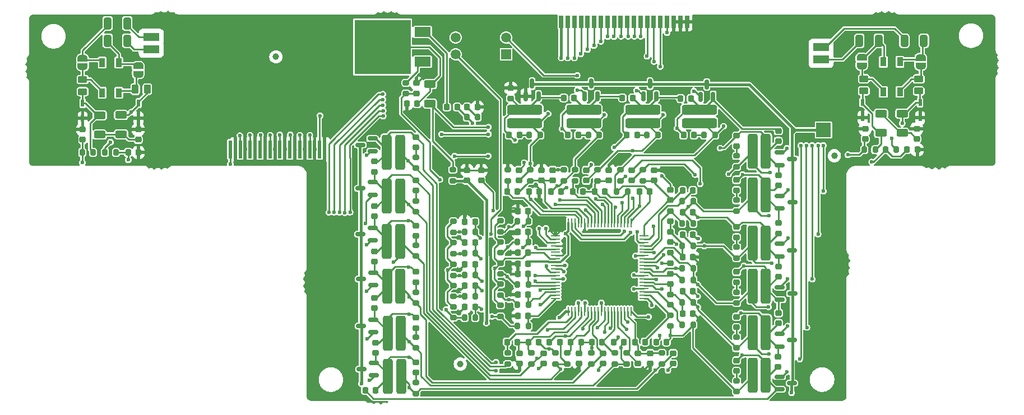
<source format=gbr>
%TF.GenerationSoftware,KiCad,Pcbnew,8.0.2*%
%TF.CreationDate,2025-02-09T16:12:03+01:00*%
%TF.ProjectId,FT25_AMS_Slave_fr,46543235-5f41-44d5-935f-536c6176655f,rev?*%
%TF.SameCoordinates,Original*%
%TF.FileFunction,Copper,L1,Top*%
%TF.FilePolarity,Positive*%
%FSLAX46Y46*%
G04 Gerber Fmt 4.6, Leading zero omitted, Abs format (unit mm)*
G04 Created by KiCad (PCBNEW 8.0.2) date 2025-02-09 16:12:03*
%MOMM*%
%LPD*%
G01*
G04 APERTURE LIST*
G04 Aperture macros list*
%AMRoundRect*
0 Rectangle with rounded corners*
0 $1 Rounding radius*
0 $2 $3 $4 $5 $6 $7 $8 $9 X,Y pos of 4 corners*
0 Add a 4 corners polygon primitive as box body*
4,1,4,$2,$3,$4,$5,$6,$7,$8,$9,$2,$3,0*
0 Add four circle primitives for the rounded corners*
1,1,$1+$1,$2,$3*
1,1,$1+$1,$4,$5*
1,1,$1+$1,$6,$7*
1,1,$1+$1,$8,$9*
0 Add four rect primitives between the rounded corners*
20,1,$1+$1,$2,$3,$4,$5,0*
20,1,$1+$1,$4,$5,$6,$7,0*
20,1,$1+$1,$6,$7,$8,$9,0*
20,1,$1+$1,$8,$9,$2,$3,0*%
%AMFreePoly0*
4,1,19,0.500000,-0.750000,0.000000,-0.750000,0.000000,-0.744911,-0.071157,-0.744911,-0.207708,-0.704816,-0.327430,-0.627875,-0.420627,-0.520320,-0.479746,-0.390866,-0.500000,-0.250000,-0.500000,0.250000,-0.479746,0.390866,-0.420627,0.520320,-0.327430,0.627875,-0.207708,0.704816,-0.071157,0.744911,0.000000,0.744911,0.000000,0.750000,0.500000,0.750000,0.500000,-0.750000,0.500000,-0.750000,
$1*%
%AMFreePoly1*
4,1,19,0.000000,0.744911,0.071157,0.744911,0.207708,0.704816,0.327430,0.627875,0.420627,0.520320,0.479746,0.390866,0.500000,0.250000,0.500000,-0.250000,0.479746,-0.390866,0.420627,-0.520320,0.327430,-0.627875,0.207708,-0.704816,0.071157,-0.744911,0.000000,-0.744911,0.000000,-0.750000,-0.500000,-0.750000,-0.500000,0.750000,0.000000,0.750000,0.000000,0.744911,0.000000,0.744911,
$1*%
G04 Aperture macros list end*
%TA.AperFunction,SMDPad,CuDef*%
%ADD10RoundRect,0.225000X0.225000X0.250000X-0.225000X0.250000X-0.225000X-0.250000X0.225000X-0.250000X0*%
%TD*%
%TA.AperFunction,SMDPad,CuDef*%
%ADD11RoundRect,0.200000X0.275000X-0.200000X0.275000X0.200000X-0.275000X0.200000X-0.275000X-0.200000X0*%
%TD*%
%TA.AperFunction,SMDPad,CuDef*%
%ADD12RoundRect,0.200000X-0.200000X-0.275000X0.200000X-0.275000X0.200000X0.275000X-0.200000X0.275000X0*%
%TD*%
%TA.AperFunction,SMDPad,CuDef*%
%ADD13RoundRect,0.225000X0.250000X-0.225000X0.250000X0.225000X-0.250000X0.225000X-0.250000X-0.225000X0*%
%TD*%
%TA.AperFunction,SMDPad,CuDef*%
%ADD14RoundRect,0.200000X0.200000X0.275000X-0.200000X0.275000X-0.200000X-0.275000X0.200000X-0.275000X0*%
%TD*%
%TA.AperFunction,SMDPad,CuDef*%
%ADD15RoundRect,0.225000X-0.250000X0.225000X-0.250000X-0.225000X0.250000X-0.225000X0.250000X0.225000X0*%
%TD*%
%TA.AperFunction,SMDPad,CuDef*%
%ADD16RoundRect,0.150000X0.150000X-0.587500X0.150000X0.587500X-0.150000X0.587500X-0.150000X-0.587500X0*%
%TD*%
%TA.AperFunction,SMDPad,CuDef*%
%ADD17RoundRect,0.218750X-0.256250X0.218750X-0.256250X-0.218750X0.256250X-0.218750X0.256250X0.218750X0*%
%TD*%
%TA.AperFunction,SMDPad,CuDef*%
%ADD18RoundRect,0.250000X0.625000X-0.312500X0.625000X0.312500X-0.625000X0.312500X-0.625000X-0.312500X0*%
%TD*%
%TA.AperFunction,SMDPad,CuDef*%
%ADD19RoundRect,0.150000X0.587500X0.150000X-0.587500X0.150000X-0.587500X-0.150000X0.587500X-0.150000X0*%
%TD*%
%TA.AperFunction,SMDPad,CuDef*%
%ADD20RoundRect,0.200000X-0.275000X0.200000X-0.275000X-0.200000X0.275000X-0.200000X0.275000X0.200000X0*%
%TD*%
%TA.AperFunction,SMDPad,CuDef*%
%ADD21R,0.900000X1.350000*%
%TD*%
%TA.AperFunction,SMDPad,CuDef*%
%ADD22RoundRect,0.326087X0.423913X2.323913X-0.423913X2.323913X-0.423913X-2.323913X0.423913X-2.323913X0*%
%TD*%
%TA.AperFunction,SMDPad,CuDef*%
%ADD23RoundRect,0.225000X-0.225000X-0.250000X0.225000X-0.250000X0.225000X0.250000X-0.225000X0.250000X0*%
%TD*%
%TA.AperFunction,SMDPad,CuDef*%
%ADD24RoundRect,0.250000X0.262500X0.450000X-0.262500X0.450000X-0.262500X-0.450000X0.262500X-0.450000X0*%
%TD*%
%TA.AperFunction,SMDPad,CuDef*%
%ADD25FreePoly0,90.000000*%
%TD*%
%TA.AperFunction,SMDPad,CuDef*%
%ADD26FreePoly1,90.000000*%
%TD*%
%TA.AperFunction,SMDPad,CuDef*%
%ADD27RoundRect,0.326087X2.323913X-0.423913X2.323913X0.423913X-2.323913X0.423913X-2.323913X-0.423913X0*%
%TD*%
%TA.AperFunction,SMDPad,CuDef*%
%ADD28R,0.600000X0.900000*%
%TD*%
%TA.AperFunction,SMDPad,CuDef*%
%ADD29R,1.500000X0.900000*%
%TD*%
%TA.AperFunction,SMDPad,CuDef*%
%ADD30R,1.200000X0.900000*%
%TD*%
%TA.AperFunction,SMDPad,CuDef*%
%ADD31RoundRect,0.250000X0.325000X0.650000X-0.325000X0.650000X-0.325000X-0.650000X0.325000X-0.650000X0*%
%TD*%
%TA.AperFunction,SMDPad,CuDef*%
%ADD32RoundRect,0.218750X-0.218750X-0.256250X0.218750X-0.256250X0.218750X0.256250X-0.218750X0.256250X0*%
%TD*%
%TA.AperFunction,SMDPad,CuDef*%
%ADD33RoundRect,0.326087X-0.423913X-2.323913X0.423913X-2.323913X0.423913X2.323913X-0.423913X2.323913X0*%
%TD*%
%TA.AperFunction,SMDPad,CuDef*%
%ADD34R,0.550000X2.700000*%
%TD*%
%TA.AperFunction,SMDPad,CuDef*%
%ADD35R,1.200000X4.650000*%
%TD*%
%TA.AperFunction,SMDPad,CuDef*%
%ADD36C,1.000000*%
%TD*%
%TA.AperFunction,SMDPad,CuDef*%
%ADD37R,2.400000X1.150000*%
%TD*%
%TA.AperFunction,SMDPad,CuDef*%
%ADD38R,3.300000X1.800000*%
%TD*%
%TA.AperFunction,SMDPad,CuDef*%
%ADD39RoundRect,0.150000X-0.587500X-0.150000X0.587500X-0.150000X0.587500X0.150000X-0.587500X0.150000X0*%
%TD*%
%TA.AperFunction,SMDPad,CuDef*%
%ADD40RoundRect,0.218750X0.218750X0.256250X-0.218750X0.256250X-0.218750X-0.256250X0.218750X-0.256250X0*%
%TD*%
%TA.AperFunction,SMDPad,CuDef*%
%ADD41R,0.900000X0.600000*%
%TD*%
%TA.AperFunction,SMDPad,CuDef*%
%ADD42R,0.900000X1.500000*%
%TD*%
%TA.AperFunction,SMDPad,CuDef*%
%ADD43R,0.900000X1.200000*%
%TD*%
%TA.AperFunction,SMDPad,CuDef*%
%ADD44RoundRect,0.250000X-0.325000X-0.650000X0.325000X-0.650000X0.325000X0.650000X-0.325000X0.650000X0*%
%TD*%
%TA.AperFunction,SMDPad,CuDef*%
%ADD45RoundRect,0.250000X0.450000X-0.262500X0.450000X0.262500X-0.450000X0.262500X-0.450000X-0.262500X0*%
%TD*%
%TA.AperFunction,SMDPad,CuDef*%
%ADD46O,0.250000X1.500000*%
%TD*%
%TA.AperFunction,SMDPad,CuDef*%
%ADD47O,1.500000X0.250000*%
%TD*%
%TA.AperFunction,ComponentPad*%
%ADD48C,0.600000*%
%TD*%
%TA.AperFunction,SMDPad,CuDef*%
%ADD49R,6.000000X6.000000*%
%TD*%
%TA.AperFunction,ComponentPad*%
%ADD50R,1.500000X1.500000*%
%TD*%
%TA.AperFunction,ComponentPad*%
%ADD51C,1.500000*%
%TD*%
%TA.AperFunction,SMDPad,CuDef*%
%ADD52R,0.500000X1.075000*%
%TD*%
%TA.AperFunction,SMDPad,CuDef*%
%ADD53R,2.210000X2.180400*%
%TD*%
%TA.AperFunction,SMDPad,CuDef*%
%ADD54RoundRect,0.250000X-0.625000X0.312500X-0.625000X-0.312500X0.625000X-0.312500X0.625000X0.312500X0*%
%TD*%
%TA.AperFunction,SMDPad,CuDef*%
%ADD55R,2.400000X1.485000*%
%TD*%
%TA.AperFunction,SMDPad,CuDef*%
%ADD56R,8.500000X8.200000*%
%TD*%
%TA.AperFunction,SMDPad,CuDef*%
%ADD57R,0.650000X1.900000*%
%TD*%
%TA.AperFunction,SMDPad,CuDef*%
%ADD58R,2.100000X2.800000*%
%TD*%
%TA.AperFunction,ViaPad*%
%ADD59C,0.600000*%
%TD*%
%TA.AperFunction,Conductor*%
%ADD60C,0.250000*%
%TD*%
%TA.AperFunction,Conductor*%
%ADD61C,2.500000*%
%TD*%
%TA.AperFunction,Conductor*%
%ADD62C,0.400000*%
%TD*%
%TA.AperFunction,Conductor*%
%ADD63C,0.300000*%
%TD*%
G04 APERTURE END LIST*
D10*
%TO.P,C64,1*%
%TO.N,/NTC/V_out_7*%
X140075000Y-108450000D03*
%TO.P,C64,2*%
%TO.N,GND*%
X138525000Y-108450000D03*
%TD*%
D11*
%TO.P,R23,1*%
%TO.N,/Cell 11{slash}10*%
X161600000Y-122725000D03*
%TO.P,R23,2*%
%TO.N,/FilterBalancingNetwork2/CA*%
X161600000Y-121075000D03*
%TD*%
D12*
%TO.P,R79,1*%
%TO.N,/NTC/NTC3*%
X138475000Y-119450000D03*
%TO.P,R79,2*%
%TO.N,/NTC/V_out_3*%
X140125000Y-119450000D03*
%TD*%
D13*
%TO.P,C8,1*%
%TO.N,/S9P*%
X177900000Y-122275000D03*
%TO.P,C8,2*%
%TO.N,/S8P*%
X177900000Y-120725000D03*
%TD*%
D11*
%TO.P,R9,1*%
%TO.N,/Cell 15{slash}14*%
X144200000Y-128424999D03*
%TO.P,R9,2*%
%TO.N,/FilterBalancingNetwork/CA*%
X144200000Y-126774999D03*
%TD*%
D14*
%TO.P,R53,1*%
%TO.N,/Cell 4{slash}3*%
X159687500Y-93800000D03*
%TO.P,R53,2*%
%TO.N,Net-(D28-A)*%
X158037500Y-93800000D03*
%TD*%
D15*
%TO.P,C2,1*%
%TO.N,/S15P*%
X116900000Y-104525000D03*
%TO.P,C2,2*%
%TO.N,/S14P*%
X116900000Y-106075000D03*
%TD*%
D16*
%TO.P,D29,1,A*%
%TO.N,/Cell 4{slash}3*%
X166150000Y-88037500D03*
%TO.P,D29,2,A*%
%TO.N,/S4P*%
X168050000Y-88037500D03*
%TO.P,D29,3,K*%
%TO.N,Clamp*%
X167100000Y-86162500D03*
%TD*%
D11*
%TO.P,R14,1*%
%TO.N,/Cell 15{slash}14*%
X146000000Y-128425001D03*
%TO.P,R14,2*%
%TO.N,/FilterBalancingNetwork1/CB*%
X146000000Y-126775001D03*
%TD*%
D14*
%TO.P,R42,1*%
%TO.N,/Cell 7{slash}6*%
X165025000Y-103800000D03*
%TO.P,R42,2*%
%TO.N,/FilterBalancingNetwork5/CB*%
X163375000Y-103800000D03*
%TD*%
D17*
%TO.P,D7,1,K*%
%TO.N,/S14P*%
X123100000Y-107512499D03*
%TO.P,D7,2,A*%
%TO.N,Net-(D7-A)*%
X123100000Y-109087499D03*
%TD*%
D10*
%TO.P,C21,1*%
%TO.N,Net-(Q1-C)*%
X123325000Y-89100000D03*
%TO.P,C21,2*%
%TO.N,GND*%
X121775000Y-89100000D03*
%TD*%
D18*
%TO.P,R90,1*%
%TO.N,Net-(C77-Pad2)*%
X196600000Y-93512500D03*
%TO.P,R90,2*%
%TO.N,Net-(D36-A2)*%
X196600000Y-90587500D03*
%TD*%
D10*
%TO.P,C69,1*%
%TO.N,/NTC/V_out_8*%
X132075000Y-110100000D03*
%TO.P,C69,2*%
%TO.N,GND*%
X130525000Y-110100000D03*
%TD*%
D12*
%TO.P,R74,1*%
%TO.N,/NTC/NTC5*%
X138475000Y-116400000D03*
%TO.P,R74,2*%
%TO.N,/NTC/V_out_5*%
X140125000Y-116400000D03*
%TD*%
D19*
%TO.P,D5,1,A*%
%TO.N,/Cell 15{slash}16*%
X116600000Y-96250000D03*
%TO.P,D5,2,A*%
%TO.N,/S16P*%
X116600000Y-94350000D03*
%TO.P,D5,3,K*%
%TO.N,Clamp*%
X114725000Y-95300000D03*
%TD*%
D12*
%TO.P,R83,1*%
%TO.N,/isoSPI/IPB*%
X72725000Y-96450000D03*
%TO.P,R83,2*%
%TO.N,Net-(D37-A2)*%
X74375000Y-96450000D03*
%TD*%
D17*
%TO.P,D11,1,K*%
%TO.N,/S12P*%
X123100000Y-121412500D03*
%TO.P,D11,2,A*%
%TO.N,Net-(D11-A)*%
X123100000Y-122987500D03*
%TD*%
D20*
%TO.P,R57,1*%
%TO.N,/C2{slash}1_out*%
X140400000Y-99075000D03*
%TO.P,R57,2*%
%TO.N,/FilterBalancingNetwork7/CB:A*%
X140400000Y-100725000D03*
%TD*%
D21*
%TO.P,FL1,1,1*%
%TO.N,Net-(JP2-A)*%
X78250000Y-87425000D03*
%TO.P,FL1,2,2*%
%TO.N,Net-(JP2-B)*%
X78250000Y-82875000D03*
%TO.P,FL1,3,3*%
%TO.N,Net-(JP1-B)*%
X75750000Y-82875000D03*
%TO.P,FL1,4,4*%
%TO.N,Net-(JP1-A)*%
X75750000Y-87425000D03*
%TD*%
D13*
%TO.P,C56,1*%
%TO.N,/FilterBalancingNetwork6/CB:A*%
X152300000Y-100675000D03*
%TO.P,C56,2*%
%TO.N,GND*%
X152300000Y-99125000D03*
%TD*%
D22*
%TO.P,R17,1*%
%TO.N,/Cell 14{slash}13*%
X120800000Y-116700000D03*
%TO.P,R17,2*%
%TO.N,/S13P*%
X118800000Y-116700000D03*
%TD*%
D11*
%TO.P,R7,1*%
%TO.N,/Cell 16*%
X137000000Y-128425001D03*
%TO.P,R7,2*%
%TO.N,/FilterBalancingNetwork/CB*%
X137000000Y-126775001D03*
%TD*%
D23*
%TO.P,C22,1*%
%TO.N,/FilterBalancingNetwork/CB*%
X136925000Y-125100000D03*
%TO.P,C22,2*%
%TO.N,/FilterBalancingNetwork/CB:A*%
X138475000Y-125100000D03*
%TD*%
D10*
%TO.P,C70,1*%
%TO.N,/NTC/V_out_3*%
X140075000Y-117950000D03*
%TO.P,C70,2*%
%TO.N,GND*%
X138525000Y-117950000D03*
%TD*%
D24*
%TO.P,R87,1*%
%TO.N,Net-(D35-A2)*%
X82562500Y-86900000D03*
%TO.P,R87,2*%
%TO.N,Net-(JP2-A)*%
X80737500Y-86900000D03*
%TD*%
D25*
%TO.P,JP2,1,A*%
%TO.N,Net-(JP2-A)*%
X81200000Y-84650000D03*
D26*
%TO.P,JP2,2,B*%
%TO.N,Net-(JP2-B)*%
X81200000Y-83350000D03*
%TD*%
D27*
%TO.P,R59,1*%
%TO.N,/C2{slash}1_out*%
X139600000Y-92000000D03*
%TO.P,R59,2*%
%TO.N,/S1P*%
X139600000Y-90000000D03*
%TD*%
D28*
%TO.P,J4,1,Pin_1*%
%TO.N,GND*%
X128400000Y-95100000D03*
D29*
X129800000Y-95100000D03*
D30*
X131450000Y-95100000D03*
D29*
X133100000Y-95100000D03*
D28*
X134500000Y-95100000D03*
%TD*%
D14*
%TO.P,R36,1*%
%TO.N,/Cell 8{slash}7*%
X165025002Y-110600000D03*
%TO.P,R36,2*%
%TO.N,/FilterBalancingNetwork4/CB:A*%
X163375002Y-110600000D03*
%TD*%
%TO.P,R55,1*%
%TO.N,/Cell 3{slash}2*%
X150825000Y-93800000D03*
%TO.P,R55,2*%
%TO.N,Net-(D31-A)*%
X149175000Y-93800000D03*
%TD*%
D17*
%TO.P,D16,1,K*%
%TO.N,/S9P*%
X171600000Y-121312500D03*
%TO.P,D16,2,A*%
%TO.N,Net-(D16-A)*%
X171600000Y-122887500D03*
%TD*%
D11*
%TO.P,R34,1*%
%TO.N,/Cell 9{slash}8*%
X171600000Y-119225000D03*
%TO.P,R34,2*%
%TO.N,Net-(D19-A)*%
X171600000Y-117575000D03*
%TD*%
D10*
%TO.P,C47,1*%
%TO.N,/FilterBalancingNetwork5/CB*%
X164975002Y-102200000D03*
%TO.P,C47,2*%
%TO.N,/FilterBalancingNetwork5/CB:A*%
X163425002Y-102200000D03*
%TD*%
D23*
%TO.P,C75,1*%
%TO.N,/isoSPI/IPA*%
X197325000Y-96050000D03*
%TO.P,C75,2*%
%TO.N,GND*%
X198875000Y-96050000D03*
%TD*%
D31*
%TO.P,C79,1*%
%TO.N,Net-(J8-Pin_2)*%
X79525000Y-79550000D03*
%TO.P,C79,2*%
%TO.N,Net-(JP2-B)*%
X76575000Y-79550000D03*
%TD*%
D13*
%TO.P,C10,1*%
%TO.N,/S7P*%
X177900000Y-108675000D03*
%TO.P,C10,2*%
%TO.N,/S6P*%
X177900000Y-107125000D03*
%TD*%
D16*
%TO.P,D34,1,A*%
%TO.N,GND*%
X139750000Y-87937500D03*
%TO.P,D34,2,A*%
%TO.N,/S1P*%
X141650000Y-87937500D03*
%TO.P,D34,3,K*%
%TO.N,Clamp*%
X140700000Y-86062500D03*
%TD*%
%TO.P,D30,1,A*%
%TO.N,/Cell 3{slash}2*%
X157550000Y-87937500D03*
%TO.P,D30,2,A*%
%TO.N,/S3P*%
X159450000Y-87937500D03*
%TO.P,D30,3,K*%
%TO.N,Clamp*%
X158500000Y-86062500D03*
%TD*%
D32*
%TO.P,D31,1,K*%
%TO.N,/S2P*%
X146112500Y-93800000D03*
%TO.P,D31,2,A*%
%TO.N,Net-(D31-A)*%
X147687500Y-93800000D03*
%TD*%
D11*
%TO.P,R27,1*%
%TO.N,/Cell 11{slash}10*%
X171600000Y-132625000D03*
%TO.P,R27,2*%
%TO.N,Net-(D15-A)*%
X171600000Y-130975000D03*
%TD*%
%TO.P,R22,1*%
%TO.N,/Cell 12{slash}11*%
X160300000Y-128425000D03*
%TO.P,R22,2*%
%TO.N,/FilterBalancingNetwork2/CB:A*%
X160300000Y-126775000D03*
%TD*%
D13*
%TO.P,C43,1*%
%TO.N,/FilterBalancingNetwork4/CB:A*%
X161600000Y-106875000D03*
%TO.P,C43,2*%
%TO.N,/FilterBalancingNetwork4/CA*%
X161600000Y-105325000D03*
%TD*%
D17*
%TO.P,D15,1,K*%
%TO.N,/S10P*%
X171600000Y-127912500D03*
%TO.P,D15,2,A*%
%TO.N,Net-(D15-A)*%
X171600000Y-129487500D03*
%TD*%
D11*
%TO.P,R15,1*%
%TO.N,/Cell 14{slash}13*%
X149600000Y-128425000D03*
%TO.P,R15,2*%
%TO.N,/FilterBalancingNetwork1/CB:A*%
X149600000Y-126775000D03*
%TD*%
D31*
%TO.P,C81,1*%
%TO.N,Net-(JP4-B)*%
X199875000Y-79550000D03*
%TO.P,C81,2*%
%TO.N,Net-(J10-Pin_2)*%
X196925000Y-79550000D03*
%TD*%
%TO.P,C80,1*%
%TO.N,Net-(JP3-B)*%
X193075000Y-79550000D03*
%TO.P,C80,2*%
%TO.N,Net-(J10-Pin_1)*%
X190125000Y-79550000D03*
%TD*%
D11*
%TO.P,R46,1*%
%TO.N,/Cell 6{slash}5*%
X171600000Y-98624999D03*
%TO.P,R46,2*%
%TO.N,Net-(D24-A)*%
X171600000Y-96974999D03*
%TD*%
D22*
%TO.P,R10,1*%
%TO.N,/Cell 15{slash}16*%
X120725000Y-103000000D03*
%TO.P,R10,2*%
%TO.N,/S15P*%
X118725000Y-103000000D03*
%TD*%
D15*
%TO.P,C36,1*%
%TO.N,/FilterBalancingNetwork2/CB:A*%
X158500000Y-126825000D03*
%TO.P,C36,2*%
%TO.N,GND*%
X158500000Y-128375000D03*
%TD*%
D33*
%TO.P,R45,1*%
%TO.N,/Cell 6{slash}5*%
X174000000Y-96300000D03*
%TO.P,R45,2*%
%TO.N,/S5P*%
X176000000Y-96300000D03*
%TD*%
D34*
%TO.P,J11,1,Pin_1*%
%TO.N,/NTC/NTC1*%
X95100000Y-95975000D03*
%TO.P,J11,2,Pin_2*%
%TO.N,GND*%
X95850000Y-95975000D03*
%TO.P,J11,3,Pin_3*%
%TO.N,/NTC/NTC2*%
X96600000Y-95975000D03*
%TO.P,J11,4,Pin_4*%
%TO.N,GND*%
X97350000Y-95975000D03*
%TO.P,J11,5,Pin_5*%
%TO.N,/NTC/NTC3*%
X98100000Y-95975000D03*
%TO.P,J11,6,Pin_6*%
%TO.N,GND*%
X98850000Y-95975000D03*
%TO.P,J11,7,Pin_7*%
%TO.N,/NTC/NTC4*%
X99600000Y-95975000D03*
%TO.P,J11,8,Pin_8*%
%TO.N,GND*%
X100350000Y-95975000D03*
%TO.P,J11,9,Pin_9*%
%TO.N,/NTC/NTC5*%
X101100000Y-95975000D03*
%TO.P,J11,10,Pin_10*%
%TO.N,GND*%
X101850000Y-95975000D03*
%TO.P,J11,11,Pin_11*%
%TO.N,/NTC/NTC6*%
X102600000Y-95975000D03*
%TO.P,J11,12,Pin_12*%
%TO.N,GND*%
X103350000Y-95975000D03*
%TO.P,J11,13,Pin_13*%
%TO.N,/NTC/NTC7*%
X104100000Y-95975000D03*
%TO.P,J11,14,Pin_14*%
%TO.N,GND*%
X104850000Y-95975000D03*
%TO.P,J11,15,Pin_15*%
%TO.N,/NTC/NTC8*%
X105600000Y-95975000D03*
%TO.P,J11,16,Pin_16*%
%TO.N,GND*%
X106350000Y-95975000D03*
%TO.P,J11,17,Pin_17*%
%TO.N,/NTC/NTC9*%
X107100000Y-95975000D03*
%TO.P,J11,18,Pin_18*%
%TO.N,GND*%
X107850000Y-95975000D03*
%TO.P,J11,19,Pin_19*%
%TO.N,NTC10_out*%
X108600000Y-95975000D03*
%TO.P,J11,20,Pin_20*%
%TO.N,GND*%
X109350000Y-95975000D03*
D35*
%TO.P,J11,MP1*%
X92870000Y-90800000D03*
%TO.P,J11,MP2*%
X110830000Y-90800000D03*
%TD*%
D13*
%TO.P,C9,1*%
%TO.N,/S8P*%
X177900000Y-115275000D03*
%TO.P,C9,2*%
%TO.N,/S7P*%
X177900000Y-113725000D03*
%TD*%
D36*
%TO.P,FID2,*%
%TO.N,*%
X186350000Y-96950000D03*
%TD*%
D37*
%TO.P,J10,1,Pin_1*%
%TO.N,Net-(J10-Pin_1)*%
X184350000Y-82400000D03*
%TO.P,J10,2,Pin_2*%
%TO.N,Net-(J10-Pin_2)*%
X184350000Y-80550000D03*
D38*
%TO.P,J10,MP1*%
%TO.N,GND*%
X179300000Y-84825000D03*
%TO.P,J10,MP2*%
X179300000Y-78125000D03*
%TD*%
D10*
%TO.P,C66,1*%
%TO.N,/NTC/V_out_2*%
X132075000Y-119800000D03*
%TO.P,C66,2*%
%TO.N,GND*%
X130525000Y-119800000D03*
%TD*%
D11*
%TO.P,R56,1*%
%TO.N,/Cell 3{slash}2*%
X145500000Y-100725000D03*
%TO.P,R56,2*%
%TO.N,/FilterBalancingNetwork7/CB*%
X145500000Y-99075000D03*
%TD*%
D23*
%TO.P,C46,1*%
%TO.N,/FilterBalancingNetwork4/CB:A*%
X163425000Y-112300000D03*
%TO.P,C46,2*%
%TO.N,GND*%
X164975000Y-112300000D03*
%TD*%
D28*
%TO.P,J6,1,Pin_1*%
%TO.N,GND*%
X160550000Y-132100000D03*
D29*
X161950000Y-132100000D03*
D30*
X163600000Y-132100000D03*
D29*
X165250000Y-132100000D03*
D28*
X166650000Y-132100000D03*
%TD*%
D15*
%TO.P,C5,1*%
%TO.N,/S12P*%
X117000000Y-125225000D03*
%TO.P,C5,2*%
%TO.N,/S11P*%
X117000000Y-126775000D03*
%TD*%
%TO.P,C54,1*%
%TO.N,/S4P*%
X148900000Y-99125000D03*
%TO.P,C54,2*%
%TO.N,/Cell 4{slash}3*%
X148900000Y-100675000D03*
%TD*%
D13*
%TO.P,C7,1*%
%TO.N,/S10P*%
X177850000Y-128875000D03*
%TO.P,C7,2*%
%TO.N,/S9P*%
X177850000Y-127325000D03*
%TD*%
D39*
%TO.P,D18,1,A*%
%TO.N,/Cell 9{slash}8*%
X178087500Y-123874999D03*
%TO.P,D18,2,A*%
%TO.N,/S9P*%
X178087500Y-125774999D03*
%TO.P,D18,3,K*%
%TO.N,Clamp*%
X179962500Y-124824999D03*
%TD*%
D15*
%TO.P,C31,1*%
%TO.N,/FilterBalancingNetwork1/CB:A*%
X147800000Y-126825001D03*
%TO.P,C31,2*%
%TO.N,GND*%
X147800000Y-128375001D03*
%TD*%
D11*
%TO.P,R16,1*%
%TO.N,/Cell 13{slash}12*%
X153200000Y-128425000D03*
%TO.P,R16,2*%
%TO.N,/FilterBalancingNetwork1/CA*%
X153200000Y-126775000D03*
%TD*%
D13*
%TO.P,C24,1*%
%TO.N,/S16P*%
X142400000Y-128374999D03*
%TO.P,C24,2*%
%TO.N,/Cell 15{slash}16*%
X142400000Y-126824999D03*
%TD*%
D20*
%TO.P,R63,1*%
%TO.N,+5V_NTC*%
X135900000Y-109975000D03*
%TO.P,R63,2*%
%TO.N,/NTC/NTC7*%
X135900000Y-111625000D03*
%TD*%
D39*
%TO.P,D26,1,A*%
%TO.N,/Cell 5{slash}4*%
X178087500Y-96462500D03*
%TO.P,D26,2,A*%
%TO.N,/S5P*%
X178087500Y-98362500D03*
%TO.P,D26,3,K*%
%TO.N,Clamp*%
X179962500Y-97412500D03*
%TD*%
D25*
%TO.P,JP4,1,A*%
%TO.N,Net-(JP4-A)*%
X199400000Y-83400000D03*
D26*
%TO.P,JP4,2,B*%
%TO.N,Net-(JP4-B)*%
X199400000Y-82100000D03*
%TD*%
D10*
%TO.P,C62,1*%
%TO.N,/NTC/V_out_1*%
X140075000Y-121150000D03*
%TO.P,C62,2*%
%TO.N,GND*%
X138525000Y-121150000D03*
%TD*%
D13*
%TO.P,C19,1*%
%TO.N,Net-(U1-VREF1)*%
X133000000Y-100675000D03*
%TO.P,C19,2*%
%TO.N,GND*%
X133000000Y-99125000D03*
%TD*%
%TO.P,C29,1*%
%TO.N,/S14P*%
X151400000Y-128375000D03*
%TO.P,C29,2*%
%TO.N,/Cell 14{slash}13*%
X151400000Y-126825000D03*
%TD*%
D23*
%TO.P,C28,1*%
%TO.N,/FilterBalancingNetwork1/CB:A*%
X149725000Y-125100000D03*
%TO.P,C28,2*%
%TO.N,/FilterBalancingNetwork1/CA*%
X151275000Y-125100000D03*
%TD*%
%TO.P,C25,1*%
%TO.N,/S15P*%
X143325000Y-125100000D03*
%TO.P,C25,2*%
%TO.N,/Cell 15{slash}14*%
X144875000Y-125100000D03*
%TD*%
D20*
%TO.P,R44,1*%
%TO.N,/Cell 5{slash}4*%
X154000000Y-99075001D03*
%TO.P,R44,2*%
%TO.N,/FilterBalancingNetwork5/CA*%
X154000000Y-100725001D03*
%TD*%
D40*
%TO.P,D2,1,K*%
%TO.N,GND*%
X132437500Y-89600000D03*
%TO.P,D2,2,A*%
%TO.N,Net-(D2-A)*%
X130862500Y-89600000D03*
%TD*%
D11*
%TO.P,R6,1*%
%TO.N,/Cell 16*%
X123100000Y-98825000D03*
%TO.P,R6,2*%
%TO.N,Net-(D3-A)*%
X123100000Y-97175000D03*
%TD*%
%TO.P,R2,1*%
%TO.N,Net-(U1-DRIVE)*%
X121650000Y-87575000D03*
%TO.P,R2,2*%
%TO.N,Net-(Q1-B)*%
X121650000Y-85925000D03*
%TD*%
D22*
%TO.P,R5,1*%
%TO.N,/Cell 16*%
X120725000Y-96412499D03*
%TO.P,R5,2*%
%TO.N,/S16P*%
X118725000Y-96412499D03*
%TD*%
D41*
%TO.P,J5,1,Pin_1*%
%TO.N,GND*%
X168700000Y-103650000D03*
D42*
X168700000Y-102250000D03*
D43*
X168700000Y-100600000D03*
D42*
X168700000Y-98950000D03*
D41*
X168700000Y-97550000D03*
%TD*%
D11*
%TO.P,R8,1*%
%TO.N,/Cell 15{slash}16*%
X140600000Y-128425000D03*
%TO.P,R8,2*%
%TO.N,/FilterBalancingNetwork/CB:A*%
X140600000Y-126775000D03*
%TD*%
D13*
%TO.P,C12,1*%
%TO.N,/S5P*%
X177875000Y-94750000D03*
%TO.P,C12,2*%
%TO.N,/S4P*%
X177875000Y-93200000D03*
%TD*%
D17*
%TO.P,D8,1,K*%
%TO.N,/S13P*%
X123100000Y-114512501D03*
%TO.P,D8,2,A*%
%TO.N,Net-(D8-A)*%
X123100000Y-116087501D03*
%TD*%
D36*
%TO.P,FID3,*%
%TO.N,*%
X129850000Y-128450000D03*
%TD*%
D23*
%TO.P,C74,1*%
%TO.N,/isoSPI/IMB*%
X79675000Y-96450000D03*
%TO.P,C74,2*%
%TO.N,GND*%
X81225000Y-96450000D03*
%TD*%
D32*
%TO.P,D27,1,K*%
%TO.N,/S4P*%
X163574998Y-93800000D03*
%TO.P,D27,2,A*%
%TO.N,Net-(D27-A)*%
X165149998Y-93800000D03*
%TD*%
D44*
%TO.P,C78,1*%
%TO.N,Net-(JP1-B)*%
X76575000Y-76950000D03*
%TO.P,C78,2*%
%TO.N,Net-(J8-Pin_1)*%
X79525000Y-76950000D03*
%TD*%
D20*
%TO.P,R69,1*%
%TO.N,+5V_NTC*%
X128800000Y-119775000D03*
%TO.P,R69,2*%
%TO.N,/NTC/NTC2*%
X128800000Y-121425000D03*
%TD*%
%TO.P,R50,1*%
%TO.N,/Cell 4{slash}3*%
X150600000Y-99075000D03*
%TO.P,R50,2*%
%TO.N,/FilterBalancingNetwork6/CB:A*%
X150600000Y-100725000D03*
%TD*%
D12*
%TO.P,R68,1*%
%TO.N,/NTC/NTC9*%
X138475000Y-106850000D03*
%TO.P,R68,2*%
%TO.N,/NTC/V_out_9*%
X140125000Y-106850000D03*
%TD*%
D45*
%TO.P,R89,1*%
%TO.N,Net-(D36-A2)*%
X199100000Y-87162500D03*
%TO.P,R89,2*%
%TO.N,Net-(JP4-A)*%
X199100000Y-85337500D03*
%TD*%
D11*
%TO.P,R32,1*%
%TO.N,/Cell 10{slash}9*%
X171600000Y-126024999D03*
%TO.P,R32,2*%
%TO.N,Net-(D16-A)*%
X171600000Y-124374999D03*
%TD*%
D20*
%TO.P,R64,1*%
%TO.N,+5V_NTC*%
X135900000Y-106775000D03*
%TO.P,R64,2*%
%TO.N,/NTC/NTC9*%
X135900000Y-108425000D03*
%TD*%
D14*
%TO.P,R37,1*%
%TO.N,/Cell 7{slash}6*%
X165025000Y-107200000D03*
%TO.P,R37,2*%
%TO.N,/FilterBalancingNetwork4/CA*%
X163375000Y-107200000D03*
%TD*%
D13*
%TO.P,C40,1*%
%TO.N,/S9P*%
X161600000Y-113175000D03*
%TO.P,C40,2*%
%TO.N,/Cell 9{slash}8*%
X161600000Y-111625000D03*
%TD*%
D27*
%TO.P,R47,1*%
%TO.N,/Cell 5{slash}4*%
X165950000Y-92000000D03*
%TO.P,R47,2*%
%TO.N,/S4P*%
X165950000Y-90000000D03*
%TD*%
D19*
%TO.P,D14,1,A*%
%TO.N,/Cell 11{slash}10*%
X116812500Y-130150000D03*
%TO.P,D14,2,A*%
%TO.N,/S11P*%
X116812500Y-128250000D03*
%TO.P,D14,3,K*%
%TO.N,Clamp*%
X114937500Y-129200000D03*
%TD*%
D25*
%TO.P,JP3,1,A*%
%TO.N,Net-(JP3-A)*%
X190500000Y-83375000D03*
D26*
%TO.P,JP3,2,B*%
%TO.N,Net-(JP3-B)*%
X190500000Y-82075000D03*
%TD*%
D14*
%TO.P,R35,1*%
%TO.N,/Cell 9{slash}8*%
X165025000Y-114000000D03*
%TO.P,R35,2*%
%TO.N,/FilterBalancingNetwork4/CB*%
X163375000Y-114000000D03*
%TD*%
D39*
%TO.P,D22,1,A*%
%TO.N,/Cell 7{slash}6*%
X178087500Y-110274999D03*
%TO.P,D22,2,A*%
%TO.N,/S7P*%
X178087500Y-112174999D03*
%TO.P,D22,3,K*%
%TO.N,Clamp*%
X179962500Y-111224999D03*
%TD*%
D13*
%TO.P,C34,1*%
%TO.N,/S12P*%
X162000001Y-128374999D03*
%TO.P,C34,2*%
%TO.N,/Cell 12{slash}11*%
X162000001Y-126824999D03*
%TD*%
D12*
%TO.P,R66,1*%
%TO.N,/NTC/NTC4*%
X130475000Y-118200000D03*
%TO.P,R66,2*%
%TO.N,/NTC/V_out_4*%
X132125000Y-118200000D03*
%TD*%
D46*
%TO.P,U1,1,V+*%
%TO.N,Net-(U1-V+)*%
X146150000Y-120487500D03*
%TO.P,U1,2,C16*%
%TO.N,/FilterBalancingNetwork/CB*%
X146650000Y-120487500D03*
%TO.P,U1,3,S16N*%
%TO.N,/Cell 15{slash}16*%
X147150000Y-120487500D03*
%TO.P,U1,4,S16P*%
%TO.N,/S16P*%
X147650000Y-120487500D03*
%TO.P,U1,5,C16:15*%
%TO.N,/FilterBalancingNetwork/CB:A*%
X148150000Y-120487500D03*
%TO.P,U1,6,S15N*%
%TO.N,/Cell 15{slash}14*%
X148650000Y-120487500D03*
%TO.P,U1,7,S15P*%
%TO.N,/S15P*%
X149150000Y-120487500D03*
%TO.P,U1,8,C15*%
%TO.N,/FilterBalancingNetwork/CA*%
X149650000Y-120487500D03*
%TO.P,U1,9,C14*%
%TO.N,/FilterBalancingNetwork1/CB*%
X150150000Y-120487500D03*
%TO.P,U1,10,S14N*%
%TO.N,/Cell 14{slash}13*%
X150650000Y-120487500D03*
%TO.P,U1,11,S14P*%
%TO.N,/S14P*%
X151150000Y-120487500D03*
%TO.P,U1,12,C14:13*%
%TO.N,/FilterBalancingNetwork1/CB:A*%
X151650000Y-120487500D03*
%TO.P,U1,13,S13N*%
%TO.N,/Cell 13{slash}12*%
X152150000Y-120487500D03*
%TO.P,U1,14,S13P*%
%TO.N,/S13P*%
X152650000Y-120487500D03*
%TO.P,U1,15,C13*%
%TO.N,/FilterBalancingNetwork1/CA*%
X153150000Y-120487500D03*
%TO.P,U1,16,C12*%
%TO.N,/FilterBalancingNetwork2/CB*%
X153650000Y-120487500D03*
%TO.P,U1,17,S12N*%
%TO.N,/Cell 12{slash}11*%
X154150000Y-120487500D03*
%TO.P,U1,18,S12P*%
%TO.N,/S12P*%
X154650000Y-120487500D03*
%TO.P,U1,19,C12:11*%
%TO.N,/FilterBalancingNetwork2/CB:A*%
X155150000Y-120487500D03*
%TO.P,U1,20,S11N*%
%TO.N,/Cell 11{slash}10*%
X155650000Y-120487500D03*
D47*
%TO.P,U1,21,S11P*%
%TO.N,/S11P*%
X157587500Y-118550000D03*
%TO.P,U1,22,C11*%
%TO.N,/FilterBalancingNetwork2/CA*%
X157587500Y-118050000D03*
%TO.P,U1,23,C10*%
%TO.N,/FilterBalancingNetwork3/CB*%
X157587500Y-117550000D03*
%TO.P,U1,24,S10N*%
%TO.N,/Cell 10{slash}9*%
X157587500Y-117050000D03*
%TO.P,U1,25,S10P*%
%TO.N,/S10P*%
X157587500Y-116550000D03*
%TO.P,U1,26,C10:9*%
%TO.N,/FilterBalancingNetwork3/CB:A*%
X157587500Y-116050000D03*
%TO.P,U1,27,S9N*%
%TO.N,/Cell 9{slash}8*%
X157587500Y-115550000D03*
%TO.P,U1,28,S9P*%
%TO.N,/S9P*%
X157587500Y-115050000D03*
%TO.P,U1,29,C9*%
%TO.N,/FilterBalancingNetwork3/CA*%
X157587500Y-114550000D03*
%TO.P,U1,30,C8*%
%TO.N,/FilterBalancingNetwork4/CB*%
X157587500Y-114050000D03*
%TO.P,U1,31,S8N*%
%TO.N,/Cell 8{slash}7*%
X157587500Y-113550000D03*
%TO.P,U1,32,S8P*%
%TO.N,/S8P*%
X157587500Y-113050000D03*
%TO.P,U1,33,C8:7*%
%TO.N,/FilterBalancingNetwork4/CB:A*%
X157587500Y-112550000D03*
%TO.P,U1,34,S7N*%
%TO.N,/Cell 7{slash}6*%
X157587500Y-112050000D03*
%TO.P,U1,35,S7P*%
%TO.N,/S7P*%
X157587500Y-111550000D03*
%TO.P,U1,36,C7*%
%TO.N,/FilterBalancingNetwork4/CA*%
X157587500Y-111050000D03*
%TO.P,U1,37,C6*%
%TO.N,/FilterBalancingNetwork5/CB*%
X157587500Y-110550000D03*
%TO.P,U1,38,S6N*%
%TO.N,/Cell 6{slash}5*%
X157587500Y-110050000D03*
%TO.P,U1,39,S6P*%
%TO.N,/S6P*%
X157587500Y-109550000D03*
%TO.P,U1,40,C6:5*%
%TO.N,/FilterBalancingNetwork5/CB:A*%
X157587500Y-109050000D03*
D46*
%TO.P,U1,41,S5N*%
%TO.N,/Cell 5{slash}4*%
X155650000Y-107112500D03*
%TO.P,U1,42,S5P*%
%TO.N,/S5P*%
X155150000Y-107112500D03*
%TO.P,U1,43,C5*%
%TO.N,/FilterBalancingNetwork5/CA*%
X154650000Y-107112500D03*
%TO.P,U1,44,C4*%
%TO.N,/FilterBalancingNetwork6/CB*%
X154150000Y-107112500D03*
%TO.P,U1,45,S4N*%
%TO.N,/Cell 4{slash}3*%
X153650000Y-107112500D03*
%TO.P,U1,46,S4P*%
%TO.N,/S4P*%
X153150000Y-107112500D03*
%TO.P,U1,47,C4:3*%
%TO.N,/FilterBalancingNetwork6/CB:A*%
X152650000Y-107112500D03*
%TO.P,U1,48,S3N*%
%TO.N,/Cell 3{slash}2*%
X152150000Y-107112500D03*
%TO.P,U1,49,S3P*%
%TO.N,/S3P*%
X151650000Y-107112500D03*
%TO.P,U1,50,C3*%
%TO.N,/FilterBalancingNetwork6/CA*%
X151150000Y-107112500D03*
%TO.P,U1,51,C2*%
%TO.N,/FilterBalancingNetwork7/CB*%
X150650000Y-107112500D03*
%TO.P,U1,52,S2N*%
%TO.N,/C2{slash}1_out*%
X150150000Y-107112500D03*
%TO.P,U1,53,S2P*%
%TO.N,/S2P*%
X149650000Y-107112500D03*
%TO.P,U1,54,C2:1*%
%TO.N,/FilterBalancingNetwork7/CB:A*%
X149150000Y-107112500D03*
%TO.P,U1,55,S1N*%
%TO.N,GND*%
X148650000Y-107112500D03*
%TO.P,U1,56,S1P*%
%TO.N,/S1P*%
X148150000Y-107112500D03*
%TO.P,U1,57,C1*%
%TO.N,/FilterBalancingNetwork7/CA*%
X147650000Y-107112500D03*
%TO.P,U1,58,CSB(IMA)*%
%TO.N,/isoSPI/IMA*%
X147150000Y-107112500D03*
%TO.P,U1,59,SCK(IPA)*%
%TO.N,/isoSPI/IPA*%
X146650000Y-107112500D03*
%TO.P,U1,60,ISOMD*%
%TO.N,+5V*%
X146150000Y-107112500D03*
D47*
%TO.P,U1,61,SDI*%
%TO.N,GND*%
X144212500Y-109050000D03*
%TO.P,U1,62,IMB*%
%TO.N,/isoSPI/IMB*%
X144212500Y-109550000D03*
%TO.P,U1,63,IPB*%
%TO.N,/isoSPI/IPB*%
X144212500Y-110050000D03*
%TO.P,U1,64,SDO*%
%TO.N,GND*%
X144212500Y-110550000D03*
%TO.P,U1,65,DRIVE*%
%TO.N,Net-(U1-DRIVE)*%
X144212500Y-111050000D03*
%TO.P,U1,66,NC*%
%TO.N,unconnected-(U1-NC-Pad66)*%
X144212500Y-111550000D03*
D48*
%TO.P,U1,67,V-*%
%TO.N,GND*%
X148400000Y-116300000D03*
X149400000Y-116300000D03*
X150400000Y-116300000D03*
X151400000Y-116300000D03*
X152400000Y-116300000D03*
X153400000Y-116300000D03*
X148400000Y-115300000D03*
X149400000Y-115300000D03*
X150400000Y-115300000D03*
X151400000Y-115300000D03*
X152400000Y-115300000D03*
X153400000Y-115300000D03*
X148400000Y-114300000D03*
X149400000Y-114300000D03*
X150400000Y-114300000D03*
X151400000Y-114300000D03*
X152400000Y-114300000D03*
X153400000Y-114300000D03*
D49*
X150900000Y-113800000D03*
D48*
X148400000Y-113300000D03*
X149400000Y-113300000D03*
X150400000Y-113300000D03*
X151400000Y-113300000D03*
X152400000Y-113300000D03*
X153400000Y-113300000D03*
X148400000Y-112300000D03*
X149400000Y-112300000D03*
X150400000Y-112300000D03*
X151400000Y-112300000D03*
X152400000Y-112300000D03*
X153400000Y-112300000D03*
D47*
X144212500Y-112050000D03*
D48*
X148400000Y-111300000D03*
X149400000Y-111300000D03*
X150400000Y-111300000D03*
X151400000Y-111300000D03*
X152400000Y-111300000D03*
X153400000Y-111300000D03*
D47*
%TO.P,U1,68,VREF2*%
%TO.N,+5V_NTC*%
X144212500Y-112550000D03*
%TO.P,U1,69,VREG*%
%TO.N,+5V*%
X144212500Y-113050000D03*
%TO.P,U1,70,VREF1*%
%TO.N,Net-(U1-VREF1)*%
X144212500Y-113550000D03*
%TO.P,U1,71,GPIO10*%
%TO.N,/NTC/V_out_10*%
X144212500Y-114050000D03*
%TO.P,U1,72,GPIO9*%
%TO.N,/NTC/V_out_9*%
X144212500Y-114550000D03*
%TO.P,U1,73,GPIO8*%
%TO.N,/NTC/V_out_8*%
X144212500Y-115050000D03*
%TO.P,U1,74,GPIO7*%
%TO.N,/NTC/V_out_7*%
X144212500Y-115550000D03*
%TO.P,U1,75,GPIO6*%
%TO.N,/NTC/V_out_6*%
X144212500Y-116050000D03*
%TO.P,U1,76,GPIO5*%
%TO.N,/NTC/V_out_5*%
X144212500Y-116550000D03*
%TO.P,U1,77,GPIO4*%
%TO.N,/NTC/V_out_4*%
X144212500Y-117050000D03*
%TO.P,U1,78,GPIO3*%
%TO.N,/NTC/V_out_3*%
X144212500Y-117550000D03*
%TO.P,U1,79,GPIO2*%
%TO.N,/NTC/V_out_2*%
X144212500Y-118050000D03*
%TO.P,U1,80,GPIO1*%
%TO.N,/NTC/V_out_1*%
X144212500Y-118550000D03*
%TD*%
D23*
%TO.P,C35,1*%
%TO.N,/S11P*%
X159425000Y-125100000D03*
%TO.P,C35,2*%
%TO.N,/Cell 11{slash}10*%
X160975000Y-125100000D03*
%TD*%
D15*
%TO.P,C49,1*%
%TO.N,/S6P*%
X155700000Y-99125000D03*
%TO.P,C49,2*%
%TO.N,/Cell 6{slash}5*%
X155700000Y-100675000D03*
%TD*%
D33*
%TO.P,R26,1*%
%TO.N,/Cell 11{slash}10*%
X174000000Y-130112502D03*
%TO.P,R26,2*%
%TO.N,/S10P*%
X176000000Y-130112502D03*
%TD*%
D17*
%TO.P,D23,1,K*%
%TO.N,/S6P*%
X171600001Y-100587501D03*
%TO.P,D23,2,A*%
%TO.N,Net-(D23-A)*%
X171600001Y-102162501D03*
%TD*%
D12*
%TO.P,R65,1*%
%TO.N,/NTC/NTC1*%
X138475000Y-122700000D03*
%TO.P,R65,2*%
%TO.N,/NTC/V_out_1*%
X140125000Y-122700000D03*
%TD*%
D14*
%TO.P,R30,1*%
%TO.N,/Cell 9{slash}8*%
X165025000Y-115700000D03*
%TO.P,R30,2*%
%TO.N,/FilterBalancingNetwork3/CA*%
X163375000Y-115700000D03*
%TD*%
D20*
%TO.P,R1,1*%
%TO.N,VBUS*%
X128700000Y-99075000D03*
%TO.P,R1,2*%
%TO.N,Net-(U1-V+)*%
X128700000Y-100725000D03*
%TD*%
D12*
%TO.P,R80,1*%
%TO.N,/NTC/NTC6*%
X130475000Y-115000000D03*
%TO.P,R80,2*%
%TO.N,/NTC/V_out_6*%
X132125000Y-115000000D03*
%TD*%
D13*
%TO.P,C73,1*%
%TO.N,/isoSPI/IMA*%
X191000000Y-94425000D03*
%TO.P,C73,2*%
%TO.N,GND*%
X191000000Y-92875000D03*
%TD*%
D21*
%TO.P,FL2,1,1*%
%TO.N,Net-(JP4-A)*%
X196250000Y-87300000D03*
%TO.P,FL2,2,2*%
%TO.N,Net-(JP4-B)*%
X196250000Y-82750000D03*
%TO.P,FL2,3,3*%
%TO.N,Net-(JP3-B)*%
X193750000Y-82750000D03*
%TO.P,FL2,4,4*%
%TO.N,Net-(JP3-A)*%
X193750000Y-87300000D03*
%TD*%
D33*
%TO.P,R40,1*%
%TO.N,/Cell 7{slash}6*%
X174000000Y-102850000D03*
%TO.P,R40,2*%
%TO.N,/S6P*%
X176000000Y-102850000D03*
%TD*%
D12*
%TO.P,R76,1*%
%TO.N,/NTC/NTC8*%
X130475000Y-111700000D03*
%TO.P,R76,2*%
%TO.N,/NTC/V_out_8*%
X132125000Y-111700000D03*
%TD*%
%TO.P,R82,1*%
%TO.N,/isoSPI/IPA*%
X194075000Y-96050000D03*
%TO.P,R82,2*%
%TO.N,Net-(D36-A2)*%
X195725000Y-96050000D03*
%TD*%
%TO.P,R67,1*%
%TO.N,/NTC/NTC7*%
X138475000Y-110000000D03*
%TO.P,R67,2*%
%TO.N,/NTC/V_out_7*%
X140125000Y-110000000D03*
%TD*%
D18*
%TO.P,R3,1*%
%TO.N,VBUS*%
X125250000Y-89062500D03*
%TO.P,R3,2*%
%TO.N,Net-(Q1-C)*%
X125250000Y-86137500D03*
%TD*%
D50*
%TO.P,S101,1,1*%
%TO.N,NTC10_out*%
X136760000Y-81620000D03*
D51*
%TO.P,S101,2,2*%
%TO.N,/C2{slash}1_out*%
X136760000Y-79080000D03*
%TO.P,S101,3,3*%
%TO.N,/Cell 2{slash}1*%
X129140000Y-79080000D03*
%TO.P,S101,4,4*%
%TO.N,NTC10*%
X129140000Y-81620000D03*
%TD*%
D20*
%TO.P,R71,1*%
%TO.N,+5V_NTC*%
X128800000Y-106875000D03*
%TO.P,R71,2*%
%TO.N,NTC10*%
X128800000Y-108525000D03*
%TD*%
D22*
%TO.P,R19,1*%
%TO.N,/Cell 13{slash}12*%
X120862500Y-123812499D03*
%TO.P,R19,2*%
%TO.N,/S12P*%
X118862500Y-123812499D03*
%TD*%
D13*
%TO.P,C61,1*%
%TO.N,/FilterBalancingNetwork7/CB:A*%
X142100000Y-100675000D03*
%TO.P,C61,2*%
%TO.N,GND*%
X142100000Y-99125000D03*
%TD*%
D10*
%TO.P,C71,1*%
%TO.N,/NTC/V_out_6*%
X132075000Y-113400000D03*
%TO.P,C71,2*%
%TO.N,GND*%
X130525000Y-113400000D03*
%TD*%
D12*
%TO.P,R73,1*%
%TO.N,/NTC/NTC2*%
X130475000Y-121400000D03*
%TO.P,R73,2*%
%TO.N,/NTC/V_out_2*%
X132125000Y-121400000D03*
%TD*%
D13*
%TO.P,C51,1*%
%TO.N,/FilterBalancingNetwork5/CB:A*%
X159100000Y-100675000D03*
%TO.P,C51,2*%
%TO.N,GND*%
X159100000Y-99125000D03*
%TD*%
D10*
%TO.P,C65,1*%
%TO.N,/NTC/V_out_9*%
X140075000Y-105300000D03*
%TO.P,C65,2*%
%TO.N,GND*%
X138525000Y-105300000D03*
%TD*%
D52*
%TO.P,D38,1,A1*%
%TO.N,GND*%
X190600000Y-91175000D03*
%TO.P,D38,2,A2*%
%TO.N,Net-(D38-A2)*%
X190600000Y-88875000D03*
%TD*%
D14*
%TO.P,R48,1*%
%TO.N,/Cell 5{slash}4*%
X168325000Y-93800000D03*
%TO.P,R48,2*%
%TO.N,Net-(D27-A)*%
X166675000Y-93800000D03*
%TD*%
D13*
%TO.P,C32,1*%
%TO.N,/FilterBalancingNetwork2/CB*%
X156700000Y-128375001D03*
%TO.P,C32,2*%
%TO.N,/FilterBalancingNetwork2/CB:A*%
X156700000Y-126825001D03*
%TD*%
D10*
%TO.P,C58,1*%
%TO.N,/FilterBalancingNetwork7/CB:A*%
X138475000Y-102400000D03*
%TO.P,C58,2*%
%TO.N,/FilterBalancingNetwork7/CA*%
X136925000Y-102400000D03*
%TD*%
%TO.P,C52,1*%
%TO.N,/FilterBalancingNetwork6/CB*%
X151675000Y-102400000D03*
%TO.P,C52,2*%
%TO.N,/FilterBalancingNetwork6/CB:A*%
X150125000Y-102400000D03*
%TD*%
D19*
%TO.P,D13,1,A*%
%TO.N,/Cell 12{slash}11*%
X116737500Y-123650000D03*
%TO.P,D13,2,A*%
%TO.N,/S12P*%
X116737500Y-121750000D03*
%TO.P,D13,3,K*%
%TO.N,Clamp*%
X114862500Y-122700000D03*
%TD*%
D10*
%TO.P,C20,1*%
%TO.N,+5V*%
X140075000Y-113300000D03*
%TO.P,C20,2*%
%TO.N,GND*%
X138525000Y-113300000D03*
%TD*%
D32*
%TO.P,D28,1,K*%
%TO.N,/S3P*%
X154987500Y-93800000D03*
%TO.P,D28,2,A*%
%TO.N,Net-(D28-A)*%
X156562500Y-93800000D03*
%TD*%
D23*
%TO.P,C41,1*%
%TO.N,/FilterBalancingNetwork3/CB:A*%
X163425002Y-120800000D03*
%TO.P,C41,2*%
%TO.N,GND*%
X164975002Y-120800000D03*
%TD*%
D14*
%TO.P,R29,1*%
%TO.N,/Cell 10{slash}9*%
X165025000Y-119100000D03*
%TO.P,R29,2*%
%TO.N,/FilterBalancingNetwork3/CB:A*%
X163375000Y-119100000D03*
%TD*%
D13*
%TO.P,C17,1*%
%TO.N,Net-(U1-V+)*%
X130850000Y-100675000D03*
%TO.P,C17,2*%
%TO.N,GND*%
X130850000Y-99125000D03*
%TD*%
D12*
%TO.P,R84,1*%
%TO.N,/isoSPI/IMA*%
X190875000Y-96050000D03*
%TO.P,R84,2*%
%TO.N,Net-(D38-A2)*%
X192525000Y-96050000D03*
%TD*%
D20*
%TO.P,R62,1*%
%TO.N,+5V_NTC*%
X128800000Y-116575000D03*
%TO.P,R62,2*%
%TO.N,/NTC/NTC4*%
X128800000Y-118225000D03*
%TD*%
D32*
%TO.P,FB1,1*%
%TO.N,Net-(Q1-E)*%
X127812500Y-89600000D03*
%TO.P,FB1,2*%
%TO.N,+5V*%
X129387500Y-89600000D03*
%TD*%
D52*
%TO.P,D35,1,A1*%
%TO.N,GND*%
X81250000Y-91300000D03*
%TO.P,D35,2,A2*%
%TO.N,Net-(D35-A2)*%
X81250000Y-89000000D03*
%TD*%
D17*
%TO.P,D12,1,K*%
%TO.N,/S11P*%
X123100000Y-128162499D03*
%TO.P,D12,2,A*%
%TO.N,Net-(D12-A)*%
X123100000Y-129737499D03*
%TD*%
D15*
%TO.P,C18,1*%
%TO.N,GND*%
X123250000Y-85975000D03*
%TO.P,C18,2*%
%TO.N,Net-(U1-DRIVE)*%
X123250000Y-87525000D03*
%TD*%
D23*
%TO.P,C23,1*%
%TO.N,/FilterBalancingNetwork/CB:A*%
X140125000Y-125100000D03*
%TO.P,C23,2*%
%TO.N,/FilterBalancingNetwork/CA*%
X141675000Y-125100000D03*
%TD*%
D20*
%TO.P,R51,1*%
%TO.N,/Cell 3{slash}2*%
X147200000Y-99075000D03*
%TO.P,R51,2*%
%TO.N,/FilterBalancingNetwork6/CA*%
X147200000Y-100725000D03*
%TD*%
D19*
%TO.P,D9,1,A*%
%TO.N,/Cell 14{slash}13*%
X116637500Y-109750000D03*
%TO.P,D9,2,A*%
%TO.N,/S14P*%
X116637500Y-107850000D03*
%TO.P,D9,3,K*%
%TO.N,Clamp*%
X114762500Y-108800000D03*
%TD*%
D10*
%TO.P,C55,1*%
%TO.N,/S3P*%
X145075000Y-102400000D03*
%TO.P,C55,2*%
%TO.N,/Cell 3{slash}2*%
X143525000Y-102400000D03*
%TD*%
D11*
%TO.P,R18,1*%
%TO.N,/Cell 14{slash}13*%
X123100000Y-119225000D03*
%TO.P,R18,2*%
%TO.N,Net-(D8-A)*%
X123100000Y-117575000D03*
%TD*%
D13*
%TO.P,C72,1*%
%TO.N,/isoSPI/IPB*%
X72800000Y-94525000D03*
%TO.P,C72,2*%
%TO.N,GND*%
X72800000Y-92975000D03*
%TD*%
D14*
%TO.P,R81,1*%
%TO.N,/isoSPI/IMB*%
X77825000Y-96450000D03*
%TO.P,R81,2*%
%TO.N,Net-(D35-A2)*%
X76175000Y-96450000D03*
%TD*%
D39*
%TO.P,D21,1,A*%
%TO.N,/Cell 8{slash}7*%
X178125000Y-116812499D03*
%TO.P,D21,2,A*%
%TO.N,/S8P*%
X178125000Y-118712499D03*
%TO.P,D21,3,K*%
%TO.N,Clamp*%
X180000000Y-117762499D03*
%TD*%
D13*
%TO.P,C11,1*%
%TO.N,/S6P*%
X177900000Y-101475000D03*
%TO.P,C11,2*%
%TO.N,/S5P*%
X177900000Y-99925000D03*
%TD*%
D15*
%TO.P,C1,1*%
%TO.N,/S16P*%
X116900000Y-97825000D03*
%TO.P,C1,2*%
%TO.N,/S15P*%
X116900000Y-99375000D03*
%TD*%
D12*
%TO.P,R4,1*%
%TO.N,+5V*%
X130825000Y-91100000D03*
%TO.P,R4,2*%
%TO.N,Net-(D2-A)*%
X132475000Y-91100000D03*
%TD*%
D23*
%TO.P,C33,1*%
%TO.N,/FilterBalancingNetwork2/CB:A*%
X156225000Y-125100000D03*
%TO.P,C33,2*%
%TO.N,/FilterBalancingNetwork2/CA*%
X157775000Y-125100000D03*
%TD*%
D39*
%TO.P,D25,1,A*%
%TO.N,/Cell 6{slash}5*%
X178125000Y-103037500D03*
%TO.P,D25,2,A*%
%TO.N,/S6P*%
X178125000Y-104937500D03*
%TO.P,D25,3,K*%
%TO.N,Clamp*%
X180000000Y-103987500D03*
%TD*%
D45*
%TO.P,R91,1*%
%TO.N,Net-(D37-A2)*%
X72800000Y-87262500D03*
%TO.P,R91,2*%
%TO.N,Net-(JP1-A)*%
X72800000Y-85437500D03*
%TD*%
D11*
%TO.P,R21,1*%
%TO.N,/Cell 13{slash}12*%
X155000000Y-128425001D03*
%TO.P,R21,2*%
%TO.N,/FilterBalancingNetwork2/CB*%
X155000000Y-126775001D03*
%TD*%
D20*
%TO.P,R78,1*%
%TO.N,+5V_NTC*%
X128800000Y-113375000D03*
%TO.P,R78,2*%
%TO.N,/NTC/NTC6*%
X128800000Y-115025000D03*
%TD*%
D14*
%TO.P,R60,1*%
%TO.N,/C2{slash}1_out*%
X141925000Y-93800000D03*
%TO.P,R60,2*%
%TO.N,Net-(D32-A)*%
X140275000Y-93800000D03*
%TD*%
D27*
%TO.P,R52,1*%
%TO.N,/Cell 4{slash}3*%
X157400000Y-92000000D03*
%TO.P,R52,2*%
%TO.N,/S3P*%
X157400000Y-90000000D03*
%TD*%
D45*
%TO.P,R92,1*%
%TO.N,Net-(D38-A2)*%
X190800000Y-87137500D03*
%TO.P,R92,2*%
%TO.N,Net-(JP3-A)*%
X190800000Y-85312500D03*
%TD*%
D53*
%TO.P,D1,1,A1*%
%TO.N,Clamp*%
X184700000Y-93057200D03*
%TO.P,D1,2,A2*%
%TO.N,GND*%
X184700000Y-89342800D03*
%TD*%
D17*
%TO.P,D20,1,K*%
%TO.N,/S7P*%
X171600000Y-107724999D03*
%TO.P,D20,2,A*%
%TO.N,Net-(D20-A)*%
X171600000Y-109299999D03*
%TD*%
D13*
%TO.P,C42,1*%
%TO.N,/FilterBalancingNetwork4/CB*%
X161600000Y-109975000D03*
%TO.P,C42,2*%
%TO.N,/FilterBalancingNetwork4/CB:A*%
X161600000Y-108425000D03*
%TD*%
D52*
%TO.P,D36,1,A1*%
%TO.N,GND*%
X199300000Y-91200000D03*
%TO.P,D36,2,A2*%
%TO.N,Net-(D36-A2)*%
X199300000Y-88900000D03*
%TD*%
D10*
%TO.P,C6,1*%
%TO.N,/S11P*%
X117050000Y-132400000D03*
%TO.P,C6,2*%
%TO.N,/S10P*%
X115500000Y-132400000D03*
%TD*%
D15*
%TO.P,C77,1*%
%TO.N,GND*%
X198800000Y-92875000D03*
%TO.P,C77,2*%
%TO.N,Net-(C77-Pad2)*%
X198800000Y-94425000D03*
%TD*%
D10*
%TO.P,C82,1*%
%TO.N,+5V_NTC*%
X140075000Y-111600000D03*
%TO.P,C82,2*%
%TO.N,GND*%
X138525000Y-111600000D03*
%TD*%
D13*
%TO.P,C16,1*%
%TO.N,/S1P*%
X137462500Y-88275000D03*
%TO.P,C16,2*%
%TO.N,GND*%
X137462500Y-86725000D03*
%TD*%
D32*
%TO.P,D32,1,K*%
%TO.N,/S1P*%
X137212500Y-93800000D03*
%TO.P,D32,2,A*%
%TO.N,Net-(D32-A)*%
X138787500Y-93800000D03*
%TD*%
D52*
%TO.P,D37,1,A1*%
%TO.N,GND*%
X72800000Y-91300000D03*
%TO.P,D37,2,A2*%
%TO.N,Net-(D37-A2)*%
X72800000Y-89000000D03*
%TD*%
D33*
%TO.P,R38,1*%
%TO.N,/Cell 8{slash}7*%
X174000000Y-110112499D03*
%TO.P,R38,2*%
%TO.N,/S7P*%
X176000000Y-110112499D03*
%TD*%
D10*
%TO.P,C14,1*%
%TO.N,/S3P*%
X155875000Y-88200000D03*
%TO.P,C14,2*%
%TO.N,/S2P*%
X154325000Y-88200000D03*
%TD*%
D36*
%TO.P,FID1,*%
%TO.N,*%
X102000000Y-82000000D03*
%TD*%
D11*
%TO.P,R11,1*%
%TO.N,/Cell 15{slash}16*%
X123100000Y-105425000D03*
%TO.P,R11,2*%
%TO.N,Net-(D4-A)*%
X123100000Y-103775000D03*
%TD*%
D12*
%TO.P,R75,1*%
%TO.N,NTC10*%
X130475000Y-108500000D03*
%TO.P,R75,2*%
%TO.N,/NTC/V_out_10*%
X132125000Y-108500000D03*
%TD*%
D17*
%TO.P,D4,1,K*%
%TO.N,/S15P*%
X123100000Y-100662499D03*
%TO.P,D4,2,A*%
%TO.N,Net-(D4-A)*%
X123100000Y-102237499D03*
%TD*%
%TO.P,D3,1,K*%
%TO.N,/S16P*%
X123100001Y-94112500D03*
%TO.P,D3,2,A*%
%TO.N,Net-(D3-A)*%
X123100001Y-95687500D03*
%TD*%
D20*
%TO.P,R70,1*%
%TO.N,+5V_NTC*%
X135900000Y-113175000D03*
%TO.P,R70,2*%
%TO.N,/NTC/NTC5*%
X135900000Y-114825000D03*
%TD*%
D13*
%TO.P,C38,1*%
%TO.N,/FilterBalancingNetwork3/CB:A*%
X161600000Y-116325002D03*
%TO.P,C38,2*%
%TO.N,/FilterBalancingNetwork3/CA*%
X161600000Y-114775002D03*
%TD*%
D17*
%TO.P,D24,1,K*%
%TO.N,/S5P*%
X171600000Y-93912500D03*
%TO.P,D24,2,A*%
%TO.N,Net-(D24-A)*%
X171600000Y-95487500D03*
%TD*%
D22*
%TO.P,R12,1*%
%TO.N,/Cell 15{slash}14*%
X120762500Y-109912499D03*
%TO.P,R12,2*%
%TO.N,/S14P*%
X118762500Y-109912499D03*
%TD*%
D15*
%TO.P,C59,1*%
%TO.N,/S2P*%
X138700000Y-99125000D03*
%TO.P,C59,2*%
%TO.N,/C2{slash}1_out*%
X138700000Y-100675000D03*
%TD*%
D10*
%TO.P,C45,1*%
%TO.N,/S7P*%
X164975000Y-105500000D03*
%TO.P,C45,2*%
%TO.N,/Cell 7{slash}6*%
X163425000Y-105500000D03*
%TD*%
D20*
%TO.P,R61,1*%
%TO.N,+5V_NTC*%
X135900000Y-119575000D03*
%TO.P,R61,2*%
%TO.N,/NTC/NTC1*%
X135900000Y-121225000D03*
%TD*%
D54*
%TO.P,R86,1*%
%TO.N,Net-(C77-Pad2)*%
X193400000Y-90587500D03*
%TO.P,R86,2*%
%TO.N,Net-(D38-A2)*%
X193400000Y-93512500D03*
%TD*%
D11*
%TO.P,R25,1*%
%TO.N,/Cell 12{slash}11*%
X123100000Y-132925000D03*
%TO.P,R25,2*%
%TO.N,Net-(D12-A)*%
X123100000Y-131275000D03*
%TD*%
D10*
%TO.P,C39,1*%
%TO.N,/S10P*%
X164975000Y-117400000D03*
%TO.P,C39,2*%
%TO.N,/Cell 10{slash}9*%
X163425000Y-117400000D03*
%TD*%
D23*
%TO.P,C60,1*%
%TO.N,/S1P*%
X140225000Y-102400000D03*
%TO.P,C60,2*%
%TO.N,GND*%
X141775000Y-102400000D03*
%TD*%
D27*
%TO.P,R54,1*%
%TO.N,/Cell 3{slash}2*%
X148500000Y-92000000D03*
%TO.P,R54,2*%
%TO.N,/S2P*%
X148500000Y-90000000D03*
%TD*%
D10*
%TO.P,C68,1*%
%TO.N,/NTC/V_out_10*%
X132075000Y-106900000D03*
%TO.P,C68,2*%
%TO.N,GND*%
X130525000Y-106900000D03*
%TD*%
D13*
%TO.P,C48,1*%
%TO.N,/FilterBalancingNetwork5/CB:A*%
X161600000Y-103675000D03*
%TO.P,C48,2*%
%TO.N,/FilterBalancingNetwork5/CA*%
X161600000Y-102125000D03*
%TD*%
D12*
%TO.P,R49,1*%
%TO.N,/Cell 5{slash}4*%
X153475000Y-102400000D03*
%TO.P,R49,2*%
%TO.N,/FilterBalancingNetwork6/CB*%
X155125000Y-102400000D03*
%TD*%
D15*
%TO.P,C4,1*%
%TO.N,/S13P*%
X116900000Y-118425000D03*
%TO.P,C4,2*%
%TO.N,/S12P*%
X116900000Y-119975000D03*
%TD*%
D11*
%TO.P,R20,1*%
%TO.N,/Cell 13{slash}12*%
X123099999Y-126025001D03*
%TO.P,R20,2*%
%TO.N,Net-(D11-A)*%
X123099999Y-124375001D03*
%TD*%
D55*
%TO.P,Q1,1,B*%
%TO.N,Net-(Q1-B)*%
X124150000Y-82742500D03*
D56*
%TO.P,Q1,2,C*%
%TO.N,Net-(Q1-C)*%
X118100000Y-80500000D03*
D55*
%TO.P,Q1,3,E*%
%TO.N,Net-(Q1-E)*%
X124150000Y-78257500D03*
%TD*%
D11*
%TO.P,R39,1*%
%TO.N,/Cell 8{slash}7*%
X171600000Y-112437498D03*
%TO.P,R39,2*%
%TO.N,Net-(D20-A)*%
X171600000Y-110787498D03*
%TD*%
D57*
%TO.P,J2,1,Pin_1*%
%TO.N,VBUS*%
X145075000Y-76700000D03*
%TO.P,J2,2,Pin_2*%
%TO.N,/Cell 16*%
X146075000Y-76700000D03*
%TO.P,J2,3,Pin_3*%
%TO.N,/Cell 15{slash}16*%
X147075000Y-76700000D03*
%TO.P,J2,4,Pin_4*%
%TO.N,/Cell 15{slash}14*%
X148075000Y-76700000D03*
%TO.P,J2,5,Pin_5*%
%TO.N,/Cell 14{slash}13*%
X149075000Y-76700000D03*
%TO.P,J2,6,Pin_6*%
%TO.N,/Cell 13{slash}12*%
X150075000Y-76700000D03*
%TO.P,J2,7,Pin_7*%
%TO.N,/Cell 12{slash}11*%
X151075000Y-76700000D03*
%TO.P,J2,8,Pin_8*%
%TO.N,/Cell 11{slash}10*%
X152075000Y-76700000D03*
%TO.P,J2,9,Pin_9*%
%TO.N,/Cell 10{slash}9*%
X153075000Y-76700000D03*
%TO.P,J2,10,Pin_10*%
%TO.N,/Cell 9{slash}8*%
X154075000Y-76700000D03*
%TO.P,J2,11,Pin_11*%
%TO.N,/Cell 8{slash}7*%
X155075000Y-76700000D03*
%TO.P,J2,12,Pin_12*%
%TO.N,/Cell 7{slash}6*%
X156075000Y-76700000D03*
%TO.P,J2,13,Pin_13*%
%TO.N,/Cell 6{slash}5*%
X157075000Y-76700000D03*
%TO.P,J2,14,Pin_14*%
%TO.N,/Cell 5{slash}4*%
X158075000Y-76700000D03*
%TO.P,J2,15,Pin_15*%
%TO.N,/Cell 4{slash}3*%
X159075000Y-76700000D03*
%TO.P,J2,16,Pin_16*%
%TO.N,/Cell 3{slash}2*%
X160075000Y-76700000D03*
%TO.P,J2,17,Pin_17*%
%TO.N,/Cell 2{slash}1*%
X161075000Y-76700000D03*
%TO.P,J2,18,Pin_18*%
%TO.N,GND*%
X162075000Y-76700000D03*
%TO.P,J2,19,Pin_19*%
X163075000Y-76700000D03*
%TO.P,J2,20,Pin_20*%
X164075000Y-76700000D03*
D58*
%TO.P,J2,MP1*%
X141950000Y-79050000D03*
%TO.P,J2,MP2*%
X167250000Y-79050000D03*
%TD*%
D14*
%TO.P,R28,1*%
%TO.N,/Cell 11{slash}10*%
X165025000Y-122500000D03*
%TO.P,R28,2*%
%TO.N,/FilterBalancingNetwork3/CB*%
X163375000Y-122500000D03*
%TD*%
D37*
%TO.P,J8,1,Pin_1*%
%TO.N,Net-(J8-Pin_1)*%
X83165000Y-79025000D03*
%TO.P,J8,2,Pin_2*%
%TO.N,Net-(J8-Pin_2)*%
X83165000Y-80875000D03*
D38*
%TO.P,J8,MP1*%
%TO.N,GND*%
X88215000Y-76600000D03*
%TO.P,J8,MP2*%
X88215000Y-83300000D03*
%TD*%
D15*
%TO.P,C76,1*%
%TO.N,GND*%
X81200000Y-92975000D03*
%TO.P,C76,2*%
%TO.N,Net-(C76-Pad2)*%
X81200000Y-94525000D03*
%TD*%
D19*
%TO.P,D6,1,A*%
%TO.N,/Cell 15{slash}14*%
X116637500Y-102837500D03*
%TO.P,D6,2,A*%
%TO.N,/S15P*%
X116637500Y-100937500D03*
%TO.P,D6,3,K*%
%TO.N,Clamp*%
X114762500Y-101887500D03*
%TD*%
D20*
%TO.P,R43,1*%
%TO.N,/Cell 6{slash}5*%
X157400000Y-99075000D03*
%TO.P,R43,2*%
%TO.N,/FilterBalancingNetwork5/CB:A*%
X157400000Y-100725000D03*
%TD*%
D15*
%TO.P,C3,1*%
%TO.N,/S14P*%
X116900000Y-111425000D03*
%TO.P,C3,2*%
%TO.N,/S13P*%
X116900000Y-112975000D03*
%TD*%
D33*
%TO.P,R31,1*%
%TO.N,/Cell 10{slash}9*%
X174000000Y-123712499D03*
%TO.P,R31,2*%
%TO.N,/S9P*%
X176000000Y-123712499D03*
%TD*%
D13*
%TO.P,C37,1*%
%TO.N,/FilterBalancingNetwork3/CB*%
X161600000Y-119500002D03*
%TO.P,C37,2*%
%TO.N,/FilterBalancingNetwork3/CB:A*%
X161600000Y-117950002D03*
%TD*%
D18*
%TO.P,R85,1*%
%TO.N,Net-(C76-Pad2)*%
X75400000Y-93762500D03*
%TO.P,R85,2*%
%TO.N,Net-(D37-A2)*%
X75400000Y-90837500D03*
%TD*%
D10*
%TO.P,C67,1*%
%TO.N,/NTC/V_out_5*%
X140075000Y-114850000D03*
%TO.P,C67,2*%
%TO.N,GND*%
X138525000Y-114850000D03*
%TD*%
D25*
%TO.P,JP1,1,A*%
%TO.N,Net-(JP1-A)*%
X72800000Y-83500000D03*
D26*
%TO.P,JP1,2,B*%
%TO.N,Net-(JP1-B)*%
X72800000Y-82200000D03*
%TD*%
D20*
%TO.P,R72,1*%
%TO.N,+5V_NTC*%
X128800000Y-110075000D03*
%TO.P,R72,2*%
%TO.N,/NTC/NTC8*%
X128800000Y-111725000D03*
%TD*%
D19*
%TO.P,D10,1,A*%
%TO.N,/Cell 13{slash}12*%
X116712500Y-116537500D03*
%TO.P,D10,2,A*%
%TO.N,/S13P*%
X116712500Y-114637500D03*
%TO.P,D10,3,K*%
%TO.N,Clamp*%
X114837500Y-115587500D03*
%TD*%
D39*
%TO.P,D17,1,A*%
%TO.N,/Cell 10{slash}9*%
X178062500Y-130350000D03*
%TO.P,D17,2,A*%
%TO.N,/S10P*%
X178062500Y-132250000D03*
%TO.P,D17,3,K*%
%TO.N,Clamp*%
X179937500Y-131300000D03*
%TD*%
D22*
%TO.P,R24,1*%
%TO.N,/Cell 12{slash}11*%
X120900000Y-130312500D03*
%TO.P,R24,2*%
%TO.N,/S11P*%
X118900000Y-130312500D03*
%TD*%
D11*
%TO.P,R41,1*%
%TO.N,/Cell 7{slash}6*%
X171600001Y-105325000D03*
%TO.P,R41,2*%
%TO.N,Net-(D23-A)*%
X171600001Y-103675000D03*
%TD*%
D10*
%TO.P,C15,1*%
%TO.N,/S2P*%
X147025000Y-88200000D03*
%TO.P,C15,2*%
%TO.N,/S1P*%
X145475000Y-88200000D03*
%TD*%
%TO.P,C63,1*%
%TO.N,/NTC/V_out_4*%
X132075000Y-116600000D03*
%TO.P,C63,2*%
%TO.N,GND*%
X130525000Y-116600000D03*
%TD*%
D23*
%TO.P,C50,1*%
%TO.N,/S5P*%
X156925000Y-102400000D03*
%TO.P,C50,2*%
%TO.N,/Cell 5{slash}4*%
X158475000Y-102400000D03*
%TD*%
D15*
%TO.P,C57,1*%
%TO.N,/FilterBalancingNetwork7/CB*%
X143800000Y-99125000D03*
%TO.P,C57,2*%
%TO.N,/FilterBalancingNetwork7/CB:A*%
X143800000Y-100675000D03*
%TD*%
D17*
%TO.P,D19,1,K*%
%TO.N,/S8P*%
X171600000Y-114512500D03*
%TO.P,D19,2,A*%
%TO.N,Net-(D19-A)*%
X171600000Y-116087500D03*
%TD*%
D20*
%TO.P,R77,1*%
%TO.N,+5V_NTC*%
X135900000Y-116375000D03*
%TO.P,R77,2*%
%TO.N,/NTC/NTC3*%
X135900000Y-118025000D03*
%TD*%
D11*
%TO.P,R13,1*%
%TO.N,/Cell 15{slash}14*%
X123099999Y-112125000D03*
%TO.P,R13,2*%
%TO.N,Net-(D7-A)*%
X123099999Y-110475000D03*
%TD*%
D20*
%TO.P,R58,1*%
%TO.N,GND*%
X137000000Y-99075000D03*
%TO.P,R58,2*%
%TO.N,/FilterBalancingNetwork7/CA*%
X137000000Y-100725000D03*
%TD*%
D33*
%TO.P,R33,1*%
%TO.N,/Cell 9{slash}8*%
X174000000Y-116650000D03*
%TO.P,R33,2*%
%TO.N,/S8P*%
X176000000Y-116650000D03*
%TD*%
D18*
%TO.P,R88,1*%
%TO.N,Net-(C76-Pad2)*%
X78600000Y-93712500D03*
%TO.P,R88,2*%
%TO.N,Net-(D35-A2)*%
X78600000Y-90787500D03*
%TD*%
D10*
%TO.P,C53,1*%
%TO.N,/FilterBalancingNetwork6/CB:A*%
X148375000Y-102400000D03*
%TO.P,C53,2*%
%TO.N,/FilterBalancingNetwork6/CA*%
X146825000Y-102400000D03*
%TD*%
%TO.P,C13,1*%
%TO.N,/S4P*%
X164675000Y-88300000D03*
%TO.P,C13,2*%
%TO.N,/S3P*%
X163125000Y-88300000D03*
%TD*%
D23*
%TO.P,C27,1*%
%TO.N,/FilterBalancingNetwork1/CB*%
X146525000Y-125100000D03*
%TO.P,C27,2*%
%TO.N,/FilterBalancingNetwork1/CB:A*%
X148075000Y-125100000D03*
%TD*%
%TO.P,C30,1*%
%TO.N,/S13P*%
X153025000Y-125100001D03*
%TO.P,C30,2*%
%TO.N,/Cell 13{slash}12*%
X154575000Y-125100001D03*
%TD*%
D41*
%TO.P,J3,1,Pin_1*%
%TO.N,GND*%
X126300000Y-130150000D03*
D42*
X126300000Y-128750000D03*
D43*
X126300000Y-127100000D03*
D42*
X126300000Y-125450000D03*
D41*
X126300000Y-124050000D03*
%TD*%
D16*
%TO.P,D33,1,A*%
%TO.N,/C2{slash}1_out*%
X148650000Y-87937500D03*
%TO.P,D33,2,A*%
%TO.N,/S2P*%
X150550000Y-87937500D03*
%TO.P,D33,3,K*%
%TO.N,Clamp*%
X149600000Y-86062500D03*
%TD*%
D15*
%TO.P,C26,1*%
%TO.N,/FilterBalancingNetwork/CB:A*%
X138800000Y-126825000D03*
%TO.P,C26,2*%
%TO.N,GND*%
X138800000Y-128375000D03*
%TD*%
D10*
%TO.P,C44,1*%
%TO.N,/S8P*%
X164975000Y-108900000D03*
%TO.P,C44,2*%
%TO.N,/Cell 8{slash}7*%
X163425000Y-108900000D03*
%TD*%
D59*
%TO.N,GND*%
X187800000Y-127100000D03*
X129200000Y-126600000D03*
X210300000Y-93600000D03*
X189600000Y-76200000D03*
X124900000Y-76000000D03*
X145500000Y-110600000D03*
X171600000Y-85200000D03*
X112400000Y-110300000D03*
X130600000Y-80350000D03*
X128100000Y-76000000D03*
X91900000Y-83800000D03*
X129750000Y-120600000D03*
X183000000Y-124200000D03*
X164100000Y-95800000D03*
X188400000Y-84600000D03*
X153600000Y-90000000D03*
X107000000Y-113400000D03*
X107000000Y-104000000D03*
X98300000Y-80200000D03*
X156500000Y-84200000D03*
X192800000Y-76200000D03*
X187800000Y-99200000D03*
X149100000Y-82600000D03*
X183900000Y-125400000D03*
X107700000Y-87400000D03*
X129300000Y-104900000D03*
X167700000Y-123700000D03*
X68400000Y-82600000D03*
X100500000Y-82000000D03*
X154050000Y-118800000D03*
X68400000Y-98050000D03*
X108200000Y-118900000D03*
X102900000Y-80200000D03*
X175800000Y-91800000D03*
X107000000Y-127400000D03*
X195000000Y-88800000D03*
X94300000Y-85600000D03*
X168700000Y-109400000D03*
X187800000Y-110400000D03*
X90100000Y-86700000D03*
X146800000Y-117400000D03*
X107700000Y-83800000D03*
X133100000Y-86800000D03*
X184800000Y-124200000D03*
X83600000Y-90400000D03*
X98300000Y-83800000D03*
X161900000Y-85000000D03*
X100500000Y-89100000D03*
X167700000Y-83500000D03*
X203000000Y-92200000D03*
X99000000Y-78200000D03*
X71400000Y-88200000D03*
X110800000Y-123600000D03*
X94300000Y-82000000D03*
X148900000Y-117650000D03*
X114400000Y-89500000D03*
X65300000Y-98000000D03*
X95100000Y-90600000D03*
X184800000Y-76200000D03*
X163100000Y-84300000D03*
X113200000Y-106900000D03*
X152600000Y-85000000D03*
X109500000Y-126000000D03*
X135450000Y-124000000D03*
X112000000Y-115000000D03*
X108200000Y-123700000D03*
X176400000Y-79100000D03*
X187800000Y-102400000D03*
X173200000Y-91800000D03*
X191200000Y-76200000D03*
X95100000Y-76100000D03*
X108500000Y-89100000D03*
X110100000Y-82000000D03*
X111000000Y-76100000D03*
X90100000Y-88500000D03*
X166800000Y-82800000D03*
X169600000Y-120050000D03*
X95100000Y-87400000D03*
X112400000Y-112100000D03*
X113300000Y-120600000D03*
X97500000Y-85600000D03*
X112000000Y-126000000D03*
X107000000Y-110400000D03*
X104500000Y-80200000D03*
X113700000Y-87500000D03*
X201800000Y-98200000D03*
X99900000Y-87400000D03*
X152600000Y-80300000D03*
X195400000Y-98200000D03*
X174800000Y-82300000D03*
X155200000Y-116000000D03*
X71400000Y-91400000D03*
X71400000Y-86800000D03*
X161600000Y-87200000D03*
X112000000Y-118000000D03*
X111700000Y-82000000D03*
X151400000Y-95500000D03*
X134000000Y-80450000D03*
X167500000Y-100400000D03*
X110100000Y-85600000D03*
X187800000Y-124400000D03*
X161900000Y-83500000D03*
X151500000Y-81000000D03*
X169000000Y-128200000D03*
X176400000Y-82300000D03*
X203800000Y-76200000D03*
X134300000Y-99150000D03*
X83600000Y-92000000D03*
X96700000Y-83800000D03*
X195000000Y-81800000D03*
X128600000Y-85600000D03*
X134700000Y-81700000D03*
X151500000Y-84100000D03*
X186100000Y-104900000D03*
X106900000Y-85600000D03*
X99700000Y-83800000D03*
X131400000Y-79100000D03*
X173200000Y-89600000D03*
X135600000Y-80350000D03*
X113600000Y-85600000D03*
X170800000Y-89600000D03*
X184800000Y-110600000D03*
X164000000Y-124400000D03*
X115100000Y-87500000D03*
X153600000Y-92600000D03*
X93500000Y-80200000D03*
X184800000Y-127000000D03*
X105300000Y-85600000D03*
X157700000Y-83500000D03*
X208600000Y-82600000D03*
X171600000Y-79100000D03*
X113800000Y-111200000D03*
X113100000Y-125200000D03*
X103700000Y-85600000D03*
X102000000Y-78200000D03*
X140100000Y-76000000D03*
X135600000Y-126400000D03*
X93500000Y-76100000D03*
X101300000Y-76100000D03*
X92700000Y-82000000D03*
X187800000Y-122800000D03*
X98300000Y-90600000D03*
X144200000Y-108600000D03*
X101300000Y-90600000D03*
X98300000Y-87400000D03*
X107000000Y-102400000D03*
X130800000Y-123000000D03*
X168700000Y-114200000D03*
X168700000Y-107400000D03*
X134050000Y-82700000D03*
X112000000Y-124400000D03*
X65300000Y-83750000D03*
X139200000Y-78100000D03*
X200200000Y-93800000D03*
X71400000Y-96200000D03*
X104500000Y-76100000D03*
X161700000Y-92200000D03*
X184700000Y-103900000D03*
X91900000Y-80200000D03*
X148100000Y-83400000D03*
X172000000Y-88400000D03*
X166300000Y-129400000D03*
X187800000Y-121200000D03*
X186100000Y-108100000D03*
X101300000Y-83800000D03*
X141700000Y-76000000D03*
X152500000Y-91300000D03*
X108400000Y-78200000D03*
X127600000Y-126600000D03*
X113800000Y-112900000D03*
X143300000Y-76000000D03*
X170000000Y-83600000D03*
X165200000Y-76200000D03*
X107000000Y-121200000D03*
X113800000Y-97000000D03*
X108200000Y-125300000D03*
X110800000Y-125200000D03*
X155200000Y-81900000D03*
X115350000Y-85600000D03*
X154000000Y-81000000D03*
X186400000Y-76200000D03*
X168900000Y-124400000D03*
X91900000Y-76100000D03*
X110900000Y-83800000D03*
X199000000Y-76200000D03*
X193800000Y-98200000D03*
X167700000Y-76200000D03*
X201600000Y-93800000D03*
X182200000Y-125500000D03*
X200200000Y-95400000D03*
X208000000Y-98200000D03*
X65300000Y-86800000D03*
X144000000Y-93000000D03*
X173000000Y-87200000D03*
X110000000Y-78200000D03*
X176400000Y-83800000D03*
X172000000Y-90800000D03*
X109300000Y-83800000D03*
X150300000Y-83400000D03*
X143700000Y-95500000D03*
X155200000Y-117800000D03*
X65300000Y-85200000D03*
X131300000Y-81700000D03*
X174800000Y-79100000D03*
X77000000Y-85300000D03*
X85900000Y-86800000D03*
X170100000Y-85200000D03*
X95100000Y-80200000D03*
X83600000Y-85200000D03*
X102100000Y-89100000D03*
X203000000Y-82800000D03*
X99700000Y-76100000D03*
X201600000Y-79600000D03*
X92700000Y-85600000D03*
X203200000Y-98200000D03*
X188400000Y-93800000D03*
X150900000Y-117650000D03*
X137000000Y-98050000D03*
X107000000Y-119600000D03*
X160200000Y-99100000D03*
X65300000Y-88200000D03*
X179000000Y-86800000D03*
X65300000Y-93000000D03*
X95100000Y-83800000D03*
X152500000Y-87150000D03*
X184800000Y-113600000D03*
X132200000Y-78100000D03*
X183200000Y-76200000D03*
X186100000Y-100100000D03*
X183000000Y-127000000D03*
X195000000Y-80000000D03*
X170800000Y-76200000D03*
X174800000Y-80700000D03*
X93500000Y-87400000D03*
X96700000Y-87400000D03*
X137200000Y-117925000D03*
X71400000Y-98050000D03*
X132200000Y-82700000D03*
X172400000Y-76200000D03*
X126900000Y-77400000D03*
X177000000Y-90800000D03*
X112000000Y-116400000D03*
X127800000Y-125400000D03*
X99100000Y-89100000D03*
X154000000Y-84200000D03*
X194400000Y-76200000D03*
X155200000Y-85100000D03*
X188400000Y-78800000D03*
X109500000Y-121200000D03*
X178100000Y-91800000D03*
X109300000Y-76100000D03*
X204800000Y-98200000D03*
X201600000Y-89000000D03*
X165300000Y-128400000D03*
X95900000Y-85600000D03*
X184800000Y-116200000D03*
X188400000Y-87800000D03*
X167400000Y-98750000D03*
X129700000Y-117200000D03*
X184800000Y-118800000D03*
X99700000Y-80200000D03*
X126500000Y-76000000D03*
X206900000Y-82600000D03*
X144000000Y-91400000D03*
X149100000Y-84200000D03*
X71400000Y-94600000D03*
X99100000Y-82000000D03*
X174200000Y-88300000D03*
X157000000Y-122500000D03*
X113300000Y-118800000D03*
X83600000Y-95200000D03*
X185400000Y-86800000D03*
X93500000Y-83800000D03*
X89800000Y-85200000D03*
X165700000Y-81900000D03*
X103600000Y-78200000D03*
X103700000Y-82000000D03*
X124675000Y-84575000D03*
X128800000Y-130200000D03*
X174000000Y-76200000D03*
X133100000Y-81700000D03*
X65300000Y-94600000D03*
X71350000Y-82600000D03*
X114400000Y-88400000D03*
X160700000Y-84200000D03*
X188400000Y-86200000D03*
X200200000Y-92200000D03*
X127900000Y-103050000D03*
X113300000Y-117200000D03*
X188400000Y-92400000D03*
X106800000Y-78200000D03*
X95900000Y-82000000D03*
X166400000Y-76200000D03*
X107000000Y-108800000D03*
X65250000Y-96200000D03*
X143000000Y-92200000D03*
X104500000Y-87400000D03*
X179700000Y-88100000D03*
X198600000Y-98200000D03*
X109500000Y-124400000D03*
X94000000Y-97900000D03*
X146800000Y-116000000D03*
X138000000Y-127800000D03*
X66800000Y-98050000D03*
X94200000Y-78200000D03*
X187800000Y-107200000D03*
X165200000Y-130200000D03*
X210300000Y-90400000D03*
X129937500Y-114100000D03*
X104500000Y-83800000D03*
X210300000Y-82600000D03*
X110800000Y-122000000D03*
X142100000Y-98050000D03*
X167700000Y-127200000D03*
X137200000Y-108850000D03*
X145300000Y-95500000D03*
X150200000Y-95500000D03*
X146800000Y-112700000D03*
X137250000Y-111550000D03*
X106900000Y-82000000D03*
X147100000Y-129400000D03*
X187800000Y-125800000D03*
X129800000Y-76000000D03*
X201600000Y-95400000D03*
X200600000Y-76200000D03*
X187800000Y-104000000D03*
X66800000Y-82550000D03*
X116500000Y-87475000D03*
X152600000Y-81800000D03*
X162500000Y-95800000D03*
X210300000Y-96800000D03*
X97400000Y-78200000D03*
X106100000Y-90600000D03*
X109300000Y-87400000D03*
X173100000Y-77500000D03*
X130500000Y-103000000D03*
X107000000Y-118000000D03*
X173100000Y-80700000D03*
X203000000Y-90600000D03*
X104500000Y-90600000D03*
X203000000Y-87400000D03*
X206400000Y-98200000D03*
X107000000Y-100800000D03*
X169200000Y-76200000D03*
X108200000Y-126900000D03*
X188000000Y-76200000D03*
X108200000Y-120500000D03*
X105300000Y-82000000D03*
X133800000Y-126400000D03*
X203200000Y-77800000D03*
X164000000Y-131000000D03*
X132400000Y-130000000D03*
X113100000Y-89500000D03*
X107000000Y-122800000D03*
X85900000Y-85200000D03*
X130100000Y-85600000D03*
X83600000Y-93600000D03*
X112400000Y-108400000D03*
X83600000Y-96800000D03*
X175400000Y-89600000D03*
X70000000Y-98050000D03*
X167700000Y-130200000D03*
X210300000Y-85800000D03*
X132800000Y-122900000D03*
X203000000Y-93800000D03*
X101300000Y-80200000D03*
X202200000Y-76200000D03*
X182200000Y-86800000D03*
X166000000Y-126000000D03*
X201600000Y-87400000D03*
X107000000Y-124400000D03*
X112600000Y-76100000D03*
X174400000Y-90800000D03*
X107000000Y-111800000D03*
X152600000Y-98150000D03*
X177200000Y-76200000D03*
X187800000Y-100800000D03*
X183000000Y-118800000D03*
X145000000Y-106500000D03*
X201600000Y-84400000D03*
X187800000Y-113400000D03*
X107000000Y-115000000D03*
X201600000Y-97000000D03*
X106100000Y-80200000D03*
X100500000Y-85600000D03*
X91900000Y-97900000D03*
X203000000Y-95400000D03*
X102100000Y-85600000D03*
X203000000Y-89000000D03*
X98300000Y-76100000D03*
X168900000Y-82800000D03*
X133800000Y-124000000D03*
X148650000Y-108325000D03*
X134200000Y-85600000D03*
X100400000Y-78200000D03*
X210300000Y-87400000D03*
X92600000Y-78200000D03*
X113100000Y-88400000D03*
X169000000Y-131200000D03*
X134000000Y-96150000D03*
X97500000Y-89100000D03*
X152500000Y-93700000D03*
X87800000Y-86700000D03*
X157575000Y-129300000D03*
X176400000Y-77500000D03*
X110900000Y-80200000D03*
X171600000Y-77500000D03*
X131400000Y-129000000D03*
X134000000Y-78100000D03*
X210300000Y-95200000D03*
X187800000Y-118000000D03*
X90100000Y-94700000D03*
X107700000Y-80200000D03*
X201600000Y-77800000D03*
X65300000Y-91400000D03*
X131800000Y-124000000D03*
X105200000Y-78200000D03*
X127200000Y-104850000D03*
X180200000Y-76200000D03*
X186100000Y-106500000D03*
X130400000Y-130000000D03*
X181400000Y-88100000D03*
X71400000Y-83750000D03*
X168700000Y-115700000D03*
X107000000Y-105600000D03*
X151500000Y-82600000D03*
X203000000Y-84400000D03*
X182800000Y-121600000D03*
X146800000Y-114500000D03*
X134700000Y-79100000D03*
X110900000Y-87400000D03*
X103700000Y-89100000D03*
X195000000Y-78400000D03*
X164000000Y-127600000D03*
X174800000Y-77500000D03*
X188400000Y-83000000D03*
X106100000Y-87400000D03*
X137250000Y-104800000D03*
X170800000Y-87200000D03*
X106100000Y-76100000D03*
X175600000Y-76200000D03*
X101300000Y-87400000D03*
X71400000Y-89800000D03*
X106100000Y-83800000D03*
X126900000Y-79000000D03*
X167700000Y-132100000D03*
X132800000Y-125200000D03*
X137250000Y-121000000D03*
X184800000Y-105600000D03*
X132250000Y-104900000D03*
X136800000Y-76000000D03*
X203000000Y-86000000D03*
X183800000Y-122900000D03*
X154000000Y-82700000D03*
X70050000Y-82550000D03*
X203000000Y-97000000D03*
X94300000Y-89100000D03*
X83600000Y-88500000D03*
X166300000Y-130900000D03*
X102900000Y-87400000D03*
X155200000Y-113600000D03*
X184800000Y-121600000D03*
X201600000Y-82800000D03*
X135200000Y-76000000D03*
X164000000Y-129400000D03*
X166000000Y-124400000D03*
X87800000Y-88500000D03*
X197000000Y-98200000D03*
X97500000Y-82000000D03*
X203000000Y-81200000D03*
X187800000Y-108800000D03*
X169000000Y-84300000D03*
X107000000Y-125800000D03*
X210300000Y-88800000D03*
X109300000Y-80200000D03*
X112000000Y-122800000D03*
X127800000Y-129000000D03*
X196000000Y-76200000D03*
X132050000Y-96250000D03*
X200200000Y-96900000D03*
X187800000Y-116400000D03*
X115800000Y-88400000D03*
X131400000Y-76000000D03*
X152600000Y-83400000D03*
X90100000Y-91500000D03*
X109500000Y-122800000D03*
X170000000Y-121300000D03*
X156500000Y-82700000D03*
X130600000Y-106000000D03*
X65300000Y-89800000D03*
X167800000Y-81900000D03*
X131600000Y-85600000D03*
X138400000Y-76000000D03*
X137250000Y-113250000D03*
X188400000Y-89200000D03*
X152900000Y-117650000D03*
X83700000Y-86800000D03*
X187800000Y-119600000D03*
X187800000Y-115000000D03*
X205100000Y-82600000D03*
X102900000Y-76100000D03*
X139200000Y-79700000D03*
X178600000Y-76200000D03*
X112000000Y-119600000D03*
X71400000Y-93000000D03*
X110800000Y-126800000D03*
X87900000Y-85200000D03*
X182200000Y-89500000D03*
X188400000Y-95400000D03*
X107000000Y-116400000D03*
X96700000Y-76100000D03*
X90100000Y-93100000D03*
X186100000Y-101700000D03*
X176400000Y-80700000D03*
X108200000Y-122100000D03*
X201600000Y-92200000D03*
X112650000Y-80200000D03*
X114100000Y-126000000D03*
X95900000Y-89100000D03*
X71400000Y-85200000D03*
X197400000Y-76200000D03*
X165800000Y-121500000D03*
X167700000Y-125300000D03*
X134800000Y-125200000D03*
X141300000Y-101500000D03*
X102900000Y-90600000D03*
X93100000Y-96800000D03*
X124100000Y-91600000D03*
X112700000Y-83750000D03*
X113100000Y-90700000D03*
X108500000Y-85600000D03*
X168900000Y-126500000D03*
X210300000Y-84300000D03*
X99900000Y-90600000D03*
X111600000Y-78200000D03*
X107000000Y-107200000D03*
X166800000Y-84300000D03*
X135500000Y-85600000D03*
X113100000Y-126800000D03*
X107700000Y-76100000D03*
X96700000Y-90600000D03*
X129719277Y-109375000D03*
X105300000Y-89100000D03*
X168700000Y-112400000D03*
X180600000Y-86800000D03*
X173100000Y-79100000D03*
X170000000Y-77400000D03*
X133100000Y-79100000D03*
X183800000Y-86800000D03*
X133600000Y-76000000D03*
X187800000Y-111800000D03*
X108500000Y-82000000D03*
X155200000Y-111000000D03*
X160600000Y-95800000D03*
X155200000Y-83500000D03*
X132200000Y-80350000D03*
X102900000Y-83800000D03*
X65300000Y-82600000D03*
X187800000Y-105600000D03*
X186300000Y-127100000D03*
X99100000Y-85600000D03*
X201600000Y-86000000D03*
X201600000Y-90600000D03*
X187000000Y-86800000D03*
X85900000Y-88500000D03*
X95800000Y-78200000D03*
X200200000Y-98200000D03*
X188400000Y-80400000D03*
X123300000Y-76000000D03*
X184800000Y-107300000D03*
X111700000Y-85600000D03*
X96700000Y-80200000D03*
X164000000Y-126000000D03*
X90100000Y-89900000D03*
X201600000Y-81200000D03*
X150300000Y-81800000D03*
X107000000Y-99200000D03*
X188400000Y-90800000D03*
X209700000Y-98200000D03*
X203000000Y-79600000D03*
X186100000Y-103300000D03*
X106900000Y-89100000D03*
X210300000Y-92000000D03*
X165800000Y-113100000D03*
X181800000Y-76200000D03*
%TO.N,Net-(U1-V+)*%
X133800000Y-122250000D03*
X144770558Y-121445558D03*
%TO.N,Net-(U1-DRIVE)*%
X141250000Y-110850000D03*
X126750000Y-100550000D03*
%TO.N,Net-(U1-VREF1)*%
X134800000Y-105250000D03*
X145671402Y-113510807D03*
%TO.N,+5V*%
X131700000Y-92000000D03*
X145757955Y-108742045D03*
%TO.N,/FilterBalancingNetwork/CA*%
X148400000Y-123100000D03*
X143300000Y-126189613D03*
%TO.N,/Cell 15{slash}16*%
X129000000Y-97000000D03*
X122062500Y-104337500D03*
X143050000Y-123300000D03*
X141462500Y-127637500D03*
X134050000Y-97000000D03*
X115700000Y-96900000D03*
X147075000Y-82175000D03*
%TO.N,/S16P*%
X147700000Y-119200000D03*
X141700000Y-129100000D03*
X135275000Y-128175000D03*
%TO.N,/S15P*%
X135262500Y-129475000D03*
X145700000Y-124200000D03*
%TO.N,/Cell 15{slash}14*%
X119750000Y-113050000D03*
X148050000Y-81550000D03*
X118200000Y-90950000D03*
X113200000Y-105500000D03*
X115500000Y-107200000D03*
X148700000Y-119200000D03*
X145000000Y-129200000D03*
%TO.N,/FilterBalancingNetwork1/CB:A*%
X150535140Y-122900000D03*
X149725000Y-126000000D03*
%TO.N,/S14P*%
X122000000Y-106800000D03*
X151150000Y-119200000D03*
X150700000Y-129400000D03*
%TO.N,/Cell 14{slash}13*%
X112398231Y-105553215D03*
X118200002Y-90136399D03*
X122100000Y-118300000D03*
X115700000Y-110400000D03*
X149050000Y-80900000D03*
%TO.N,/S13P*%
X153700000Y-124400000D03*
X122005648Y-113775000D03*
X152495558Y-122995558D03*
%TO.N,/Cell 13{slash}12*%
X118150008Y-89286922D03*
X154100000Y-126000000D03*
X150050000Y-80275000D03*
X151700000Y-123600000D03*
X111600000Y-105500000D03*
X115700000Y-117400000D03*
X122125000Y-125075000D03*
%TO.N,/S12P*%
X161200000Y-129400000D03*
X122100000Y-120887499D03*
X155100000Y-122100000D03*
%TO.N,/Cell 12{slash}11*%
X122093750Y-131993750D03*
X159312500Y-129412500D03*
X110800000Y-105500000D03*
X115800000Y-124600000D03*
X118150000Y-88449997D03*
X155000000Y-123200000D03*
X151100000Y-79650000D03*
%TO.N,/S11P*%
X158750000Y-119550000D03*
X122100000Y-127387500D03*
X160000000Y-124100000D03*
%TO.N,/Cell 11{slash}10*%
X161600000Y-124100000D03*
X152100000Y-78950000D03*
X158300000Y-121300000D03*
X110000000Y-105500000D03*
X118150002Y-87649994D03*
X116100000Y-130900000D03*
%TO.N,/Cell 10{slash}9*%
X156100000Y-117100000D03*
X153050000Y-78950000D03*
X179200000Y-129600000D03*
X176500000Y-126900000D03*
X181100000Y-127700000D03*
X181308038Y-95413137D03*
X165762500Y-119837500D03*
%TO.N,/S10P*%
X160300000Y-117100000D03*
X165700000Y-118200000D03*
X172412500Y-127100000D03*
%TO.N,/S9P*%
X156100000Y-115000000D03*
X160300000Y-113200000D03*
X172212500Y-120700000D03*
%TO.N,/Cell 9{slash}8*%
X182107931Y-95399868D03*
X165762500Y-116437500D03*
X154150000Y-78900000D03*
X179300000Y-122700000D03*
X176400000Y-119800000D03*
X159500000Y-115675000D03*
X182200000Y-122900000D03*
%TO.N,/FilterBalancingNetwork4/CB*%
X162475002Y-110362370D03*
X162400000Y-114000000D03*
%TO.N,/Cell 8{slash}7*%
X183000000Y-95400000D03*
X166700000Y-110600000D03*
X176900000Y-113200000D03*
X183000000Y-115600000D03*
X179300000Y-115600000D03*
X159600000Y-113875000D03*
X155200000Y-78900000D03*
%TO.N,/S8P*%
X165800000Y-109500000D03*
X172700000Y-113600000D03*
X160550000Y-111950000D03*
%TO.N,/Cell 7{slash}6*%
X179325000Y-109350000D03*
X156150000Y-78900000D03*
X164312500Y-104612500D03*
X176500000Y-106000000D03*
X183900000Y-95400000D03*
X156300000Y-112100000D03*
X183900000Y-108800000D03*
%TO.N,/S7P*%
X159106422Y-111590153D03*
X165700000Y-106300000D03*
%TO.N,/FilterBalancingNetwork5/CA*%
X160300000Y-100008058D03*
X154800000Y-100100000D03*
X155900000Y-103400000D03*
%TO.N,/Cell 6{slash}5*%
X165300000Y-99800000D03*
X157100000Y-78900000D03*
X184700000Y-102300000D03*
X179325000Y-102100000D03*
X184700000Y-95400000D03*
X170400000Y-99700000D03*
X176675000Y-99525000D03*
X156616942Y-108466942D03*
%TO.N,/S6P*%
X172525000Y-99800000D03*
X159000000Y-107600000D03*
X166100000Y-101200000D03*
%TO.N,/S5P*%
X156882506Y-104533610D03*
X169100000Y-95800000D03*
%TO.N,/Cell 5{slash}4*%
X158050000Y-81900000D03*
X179187500Y-95837500D03*
X169600000Y-92500000D03*
%TO.N,/Cell 4{slash}3*%
X160500000Y-90750000D03*
X155900000Y-96200000D03*
X154300000Y-104100000D03*
X165100000Y-87200000D03*
X159100000Y-82700000D03*
%TO.N,/S4P*%
X149600000Y-98300000D03*
X153275000Y-104700000D03*
X162600000Y-92800000D03*
%TO.N,/S3P*%
X151327360Y-104347640D03*
X153100000Y-95700000D03*
X145900000Y-101800000D03*
%TO.N,/Cell 3{slash}2*%
X156500000Y-87100000D03*
X144503125Y-101509375D03*
X151600000Y-90800000D03*
X160050000Y-83450000D03*
X150274157Y-103490272D03*
%TO.N,/FilterBalancingNetwork7/CB*%
X144900000Y-103675000D03*
X144600000Y-99100000D03*
%TO.N,/Cell 2{slash}1*%
X161100000Y-78350000D03*
%TO.N,/S2P*%
X145200000Y-92900000D03*
X148816942Y-105133058D03*
X139500000Y-98000000D03*
%TO.N,/S1P*%
X140533058Y-103516942D03*
X138097336Y-94603306D03*
%TO.N,/NTC/V_out_4*%
X133098428Y-117325000D03*
X141900000Y-117300000D03*
%TO.N,/NTC/V_out_7*%
X139300000Y-110825000D03*
X145400000Y-115550000D03*
%TO.N,/NTC/V_out_9*%
X139350000Y-107600000D03*
X142890838Y-113634162D03*
%TO.N,/NTC/V_out_2*%
X141937500Y-119487500D03*
X133050000Y-120175000D03*
%TO.N,/NTC/V_out_10*%
X132886578Y-109422910D03*
X145457959Y-114474793D03*
%TO.N,/NTC/V_out_8*%
X132926573Y-112501573D03*
X141200000Y-115100000D03*
%TO.N,/NTC/V_out_6*%
X133098428Y-115925000D03*
X141200000Y-115925000D03*
%TO.N,Clamp*%
X179900000Y-132800000D03*
X114900000Y-131400000D03*
%TO.N,/Cell 16*%
X127000000Y-93700000D03*
X134100000Y-93700000D03*
X146050000Y-82175000D03*
X121950000Y-97750000D03*
%TO.N,VBUS*%
X145100000Y-82175000D03*
X134100000Y-92625000D03*
%TO.N,+5V_NTC*%
X135087500Y-113987500D03*
X127937500Y-114237500D03*
%TO.N,/isoSPI/IPB*%
X141737500Y-107962500D03*
X72750000Y-98000000D03*
%TO.N,/isoSPI/IMA*%
X154600000Y-108400000D03*
X188400000Y-96800000D03*
%TO.N,/isoSPI/IMB*%
X142763364Y-107936636D03*
X79700000Y-97575000D03*
%TO.N,/isoSPI/IPA*%
X155575000Y-108575000D03*
X192000000Y-97900000D03*
%TO.N,/NTC/NTC2*%
X127700000Y-120200000D03*
X96550000Y-93900000D03*
%TO.N,/NTC/NTC3*%
X98100000Y-93850000D03*
X137226393Y-118735045D03*
%TO.N,/NTC/NTC1*%
X95100000Y-98200000D03*
X134650000Y-121250000D03*
%TO.N,/NTC/NTC6*%
X102600000Y-93800000D03*
X129700000Y-115025000D03*
%TO.N,/NTC/NTC4*%
X99650000Y-93850000D03*
X129800000Y-118225000D03*
%TO.N,/NTC/NTC5*%
X136925000Y-115225000D03*
X101150000Y-93850000D03*
%TO.N,/NTC/NTC9*%
X137187500Y-107712500D03*
X107100000Y-93850000D03*
%TO.N,/NTC/NTC7*%
X137033058Y-110766942D03*
X104150000Y-93800000D03*
%TO.N,/C2{slash}1_out*%
X147500000Y-87050000D03*
X147500000Y-84800000D03*
X143100000Y-90600000D03*
X140400000Y-98100000D03*
X144200000Y-104275000D03*
%TO.N,Net-(D35-A2)*%
X77000000Y-94900000D03*
X80125000Y-90375000D03*
%TO.N,Net-(D36-A2)*%
X195000000Y-94350000D03*
X196600000Y-92050000D03*
%TO.N,/NTC/NTC8*%
X129800000Y-111725000D03*
X105600000Y-93850000D03*
%TO.N,NTC10_out*%
X108650000Y-90900000D03*
%TO.N,NTC10*%
X134475000Y-108800000D03*
X129700000Y-108500000D03*
%TD*%
D60*
%TO.N,GND*%
X106425000Y-97650000D02*
X107925000Y-97650000D01*
X131450000Y-95100000D02*
X133100000Y-95100000D01*
X159100000Y-99125000D02*
X160175000Y-99125000D01*
X124675000Y-84575000D02*
X123275000Y-85975000D01*
X137300000Y-113300000D02*
X138525000Y-113300000D01*
X129937500Y-114100000D02*
X129937500Y-113987500D01*
X130850000Y-99125000D02*
X133000000Y-99125000D01*
X130444277Y-110100000D02*
X130525000Y-110100000D01*
X107925000Y-97650000D02*
X109150000Y-97650000D01*
X100425000Y-97650000D02*
X101925000Y-97650000D01*
X100350000Y-97575000D02*
X100425000Y-97650000D01*
X134275000Y-99125000D02*
X133000000Y-99125000D01*
X106350000Y-97575000D02*
X106425000Y-97650000D01*
X138525000Y-121150000D02*
X137400000Y-121150000D01*
X130600000Y-106000000D02*
X130600000Y-106825000D01*
X103425000Y-97650000D02*
X104925000Y-97650000D01*
X168500000Y-100400000D02*
X168700000Y-100600000D01*
X127191117Y-130575000D02*
X126766117Y-130150000D01*
X134000000Y-95150000D02*
X133950000Y-95100000D01*
X130487500Y-116600000D02*
X130525000Y-116600000D01*
D61*
X148400000Y-111300000D02*
X153400000Y-111300000D01*
D60*
X142100000Y-98050000D02*
X142100000Y-99125000D01*
X97350000Y-95975000D02*
X97350000Y-97575000D01*
X164975002Y-120800000D02*
X165100000Y-120800000D01*
X104850000Y-97575000D02*
X104850000Y-95975000D01*
D61*
X153400000Y-116300000D02*
X148400000Y-116300000D01*
D60*
X97350000Y-97575000D02*
X97425000Y-97650000D01*
X126300000Y-124050000D02*
X126300000Y-125450000D01*
X98850000Y-97575000D02*
X98925000Y-97650000D01*
X137200000Y-108850000D02*
X137250000Y-108800000D01*
X167500000Y-100400000D02*
X168500000Y-100400000D01*
X138500000Y-117925000D02*
X137200000Y-117925000D01*
X138525000Y-117950000D02*
X138500000Y-117925000D01*
X133100000Y-95100000D02*
X133950000Y-95100000D01*
X148650000Y-108325000D02*
X148650000Y-107112500D01*
X106425000Y-97650000D02*
X104925000Y-97650000D01*
X145450000Y-110550000D02*
X144212500Y-110550000D01*
X130600000Y-106825000D02*
X130525000Y-106900000D01*
X157575000Y-129300000D02*
X158500000Y-128375000D01*
X138525000Y-113300000D02*
X138525000Y-114850000D01*
X129887500Y-117200000D02*
X130487500Y-116600000D01*
X104925000Y-97650000D02*
X104850000Y-97575000D01*
X101850000Y-97575000D02*
X101925000Y-97650000D01*
X138025000Y-104800000D02*
X138525000Y-105300000D01*
X145500000Y-111762500D02*
X145212500Y-112050000D01*
X128400000Y-95100000D02*
X129800000Y-95100000D01*
X152300000Y-98450000D02*
X152300000Y-99125000D01*
X123275000Y-85975000D02*
X123250000Y-85975000D01*
X109150000Y-97650000D02*
X109350000Y-97450000D01*
X109350000Y-97450000D02*
X109350000Y-95975000D01*
X168700000Y-98950000D02*
X168700000Y-100600000D01*
X147800000Y-128375001D02*
X147800000Y-128700000D01*
X145500000Y-110600000D02*
X145450000Y-110550000D01*
X97425000Y-97650000D02*
X98925000Y-97650000D01*
X126300000Y-128750000D02*
X126300000Y-130150000D01*
X95850000Y-97475000D02*
X96025000Y-97650000D01*
X107850000Y-97575000D02*
X107925000Y-97650000D01*
X165250000Y-132100000D02*
X166650000Y-132100000D01*
X103350000Y-95975000D02*
X103350000Y-97575000D01*
X165200000Y-130200000D02*
X165250000Y-130250000D01*
X106350000Y-95975000D02*
X106350000Y-97575000D01*
X137250000Y-108800000D02*
X138175000Y-108800000D01*
X129800000Y-95100000D02*
X131450000Y-95100000D01*
X126300000Y-125450000D02*
X126300000Y-127100000D01*
X152600000Y-98150000D02*
X152300000Y-98450000D01*
X168700000Y-97550000D02*
X168700000Y-98950000D01*
X129700000Y-117200000D02*
X129887500Y-117200000D01*
X81200000Y-91350000D02*
X81250000Y-91300000D01*
X137000000Y-98050000D02*
X137000000Y-99075000D01*
X137250000Y-113250000D02*
X137300000Y-113300000D01*
X137400000Y-121150000D02*
X137250000Y-121000000D01*
X137300000Y-111600000D02*
X137250000Y-111550000D01*
X103350000Y-97575000D02*
X103425000Y-97650000D01*
X96025000Y-97650000D02*
X97425000Y-97650000D01*
X137250000Y-104800000D02*
X138025000Y-104800000D01*
D61*
X148400000Y-116300000D02*
X148400000Y-111300000D01*
D60*
X107850000Y-95975000D02*
X107850000Y-97575000D01*
X126300000Y-127100000D02*
X126300000Y-128750000D01*
X104850000Y-95975000D02*
X105000000Y-95975000D01*
X134300000Y-99150000D02*
X134275000Y-99125000D01*
X138800000Y-128375000D02*
X138575000Y-128375000D01*
X145500000Y-110600000D02*
X145500000Y-111762500D01*
X165000000Y-112300000D02*
X164975000Y-112300000D01*
X141300000Y-101500000D02*
X141775000Y-101975000D01*
X168700000Y-100600000D02*
X168700000Y-102250000D01*
X138175000Y-108800000D02*
X138525000Y-108450000D01*
X98850000Y-95975000D02*
X98850000Y-97575000D01*
X72800000Y-92975000D02*
X72800000Y-91300000D01*
X163600000Y-132100000D02*
X165250000Y-132100000D01*
X168700000Y-103650000D02*
X168700000Y-102250000D01*
X165100000Y-120800000D02*
X165800000Y-121500000D01*
X129937500Y-113987500D02*
X130525000Y-113400000D01*
X98925000Y-97650000D02*
X100425000Y-97650000D01*
D61*
X153400000Y-111300000D02*
X153400000Y-116300000D01*
D60*
X129719277Y-109375000D02*
X130444277Y-110100000D01*
X81200000Y-92975000D02*
X81200000Y-91350000D01*
X101850000Y-95975000D02*
X101850000Y-97575000D01*
X101925000Y-97650000D02*
X103425000Y-97650000D01*
X100350000Y-95975000D02*
X100350000Y-97575000D01*
X144212500Y-108612500D02*
X144200000Y-108600000D01*
X129750000Y-120600000D02*
X130525000Y-119825000D01*
X160175000Y-99125000D02*
X160200000Y-99100000D01*
X126766117Y-130150000D02*
X126300000Y-130150000D01*
X165250000Y-130250000D02*
X165250000Y-132100000D01*
X133950000Y-95100000D02*
X134500000Y-95100000D01*
X165800000Y-113100000D02*
X165000000Y-112300000D01*
X160550000Y-132100000D02*
X161950000Y-132100000D01*
X138525000Y-111600000D02*
X137300000Y-111600000D01*
X147800000Y-128700000D02*
X147100000Y-129400000D01*
X161950000Y-132100000D02*
X163600000Y-132100000D01*
X95850000Y-95975000D02*
X95850000Y-97475000D01*
X144212500Y-109050000D02*
X144212500Y-108612500D01*
X141775000Y-101975000D02*
X141775000Y-102400000D01*
X145212500Y-112050000D02*
X144212500Y-112050000D01*
X134000000Y-96150000D02*
X134000000Y-95150000D01*
X138575000Y-128375000D02*
X138000000Y-127800000D01*
X130525000Y-119825000D02*
X130525000Y-119800000D01*
D62*
%TO.N,Net-(U1-V+)*%
X133800000Y-112213195D02*
X133775000Y-112188195D01*
X130850000Y-100700000D02*
X130850000Y-100675000D01*
X133800000Y-122250000D02*
X133800000Y-112213195D01*
X128700000Y-100725000D02*
X130800000Y-100725000D01*
X133775000Y-103625000D02*
X130850000Y-100700000D01*
X130800000Y-100725000D02*
X130850000Y-100675000D01*
X145728616Y-120487500D02*
X146125000Y-120487500D01*
X144770558Y-121445558D02*
X145728616Y-120487500D01*
X133775000Y-112188195D02*
X133775000Y-103625000D01*
D60*
%TO.N,Net-(U1-DRIVE)*%
X126750000Y-100550000D02*
X125250000Y-99050000D01*
X120900000Y-90600000D02*
X120900000Y-88200000D01*
X125250000Y-99050000D02*
X125250000Y-94950000D01*
X141250000Y-110850000D02*
X141450000Y-111050000D01*
X121525000Y-87575000D02*
X121650000Y-87575000D01*
X141450000Y-111050000D02*
X144212500Y-111050000D01*
X125250000Y-94950000D02*
X120900000Y-90600000D01*
X120900000Y-88200000D02*
X121525000Y-87575000D01*
X121650000Y-87575000D02*
X123200000Y-87575000D01*
X123200000Y-87575000D02*
X123250000Y-87525000D01*
%TO.N,Net-(U1-VREF1)*%
X133025000Y-100675000D02*
X133000000Y-100675000D01*
X145632209Y-113550000D02*
X144212500Y-113550000D01*
X134800000Y-105250000D02*
X134800000Y-102450000D01*
X145671402Y-113510807D02*
X145632209Y-113550000D01*
X134800000Y-102450000D02*
X133025000Y-100675000D01*
D63*
%TO.N,+5V*%
X146150000Y-111909251D02*
X145009251Y-113050000D01*
X145757955Y-108742045D02*
X146150000Y-109134090D01*
X131700000Y-91975000D02*
X130825000Y-91100000D01*
X143160077Y-112984162D02*
X140390838Y-112984162D01*
X146150000Y-109134090D02*
X146150000Y-111909251D01*
D60*
X129387500Y-89662500D02*
X130825000Y-91100000D01*
D63*
X140390838Y-112984162D02*
X140075000Y-113300000D01*
X144212500Y-113050000D02*
X143225915Y-113050000D01*
X145009251Y-113050000D02*
X144212500Y-113050000D01*
X131700000Y-92000000D02*
X131700000Y-91975000D01*
X143225915Y-113050000D02*
X143160077Y-112984162D01*
X145757955Y-108742045D02*
X146150000Y-108350000D01*
D60*
X129387500Y-89600000D02*
X129387500Y-89662500D01*
D63*
X146150000Y-108350000D02*
X146150000Y-107112500D01*
D60*
%TO.N,/FilterBalancingNetwork/CB*%
X136925000Y-126700001D02*
X137000000Y-126775001D01*
X141450000Y-123850000D02*
X138175000Y-123850000D01*
X145800000Y-122100000D02*
X143200000Y-122100000D01*
X146650000Y-120487500D02*
X146650000Y-121250000D01*
X136925000Y-125100000D02*
X136925000Y-126700001D01*
X146650000Y-121250000D02*
X145800000Y-122100000D01*
X138175000Y-123850000D02*
X136925000Y-125100000D01*
X143200000Y-122100000D02*
X141450000Y-123850000D01*
%TO.N,/FilterBalancingNetwork/CB:A*%
X138475000Y-125100000D02*
X140125000Y-125100000D01*
X143300000Y-124300000D02*
X140925000Y-124300000D01*
X140100000Y-125125000D02*
X140125000Y-125100000D01*
X148150000Y-121350000D02*
X145925000Y-123575000D01*
X138800000Y-126825000D02*
X138600000Y-126625000D01*
X138600000Y-126625000D02*
X138600000Y-125225000D01*
X140600000Y-126775000D02*
X140100000Y-126275000D01*
X140925000Y-124300000D02*
X140125000Y-125100000D01*
X148150000Y-120487500D02*
X148150000Y-121350000D01*
X145925000Y-123575000D02*
X144025000Y-123575000D01*
X138600000Y-125225000D02*
X138475000Y-125100000D01*
X140100000Y-126275000D02*
X140100000Y-125125000D01*
X144025000Y-123575000D02*
X143300000Y-124300000D01*
%TO.N,/FilterBalancingNetwork/CA*%
X142624999Y-126049999D02*
X141675000Y-125100000D01*
X149650000Y-121550000D02*
X149650000Y-120487500D01*
X143160386Y-126049999D02*
X142624999Y-126049999D01*
X148400000Y-123100000D02*
X148400000Y-122800000D01*
X143614614Y-126189613D02*
X144200000Y-126774999D01*
X148400000Y-122800000D02*
X149650000Y-121550000D01*
X143300000Y-126189613D02*
X143614614Y-126189613D01*
X143300000Y-126189613D02*
X143160386Y-126049999D01*
%TO.N,/Cell 15{slash}16*%
X124750000Y-120539668D02*
X134310332Y-130100000D01*
X122062500Y-104337500D02*
X120725000Y-103000000D01*
X145411396Y-123125000D02*
X147150000Y-121386396D01*
X143225000Y-123125000D02*
X145411396Y-123125000D01*
X141462500Y-127637500D02*
X140675000Y-128425000D01*
X140675000Y-128425000D02*
X140600000Y-128425000D01*
X147075000Y-82175000D02*
X147075000Y-76700000D01*
X143050000Y-123300000D02*
X143225000Y-123125000D01*
X141587499Y-127637500D02*
X142400000Y-126824999D01*
X141462500Y-127637500D02*
X141587499Y-127637500D01*
X116350000Y-96250000D02*
X116600000Y-96250000D01*
X123100000Y-105425000D02*
X123100000Y-105375000D01*
X124750000Y-107075000D02*
X124750000Y-120539668D01*
X123100000Y-105375000D02*
X122062500Y-104337500D01*
X134050000Y-97000000D02*
X129000000Y-97000000D01*
X147150000Y-121386396D02*
X147150000Y-120487500D01*
X134310332Y-130100000D02*
X138925000Y-130100000D01*
X123100000Y-105425000D02*
X124750000Y-107075000D01*
X138925000Y-130100000D02*
X140600000Y-128425000D01*
X115700000Y-96900000D02*
X116350000Y-96250000D01*
%TO.N,/S16P*%
X124200000Y-95200000D02*
X123112500Y-94112500D01*
X135275000Y-128175000D02*
X135150000Y-128300000D01*
X141700000Y-129087500D02*
X142400000Y-128387500D01*
X118725000Y-96487499D02*
X118725000Y-93962499D01*
X116900000Y-97825000D02*
X117387499Y-97825000D01*
X141700000Y-129100000D02*
X141700000Y-129087500D01*
X126250000Y-101150000D02*
X124200000Y-99100000D01*
X123112500Y-94112500D02*
X123100001Y-94112500D01*
X124200000Y-99100000D02*
X124200000Y-95200000D01*
X147650000Y-120487500D02*
X147650000Y-119250000D01*
X119287499Y-93400000D02*
X122387501Y-93400000D01*
X134445584Y-128300000D02*
X126250000Y-120104416D01*
X142400000Y-128387500D02*
X142400000Y-128374999D01*
X118725000Y-93962499D02*
X119287499Y-93400000D01*
X147650000Y-119250000D02*
X147700000Y-119200000D01*
X118725000Y-96025000D02*
X117050000Y-94350000D01*
X126250000Y-120104416D02*
X126250000Y-101150000D01*
X117387499Y-97825000D02*
X118725000Y-96487499D01*
X117050000Y-94350000D02*
X116600000Y-94350000D01*
X118725000Y-96487499D02*
X118725000Y-96025000D01*
X135150000Y-128300000D02*
X134445584Y-128300000D01*
X122387501Y-93400000D02*
X123100001Y-94112500D01*
%TO.N,/S15P*%
X117275000Y-104525000D02*
X118725000Y-103075000D01*
X149150000Y-120487500D02*
X149150000Y-121350000D01*
X125200000Y-120353272D02*
X125200000Y-102762499D01*
X116900000Y-100675000D02*
X116637500Y-100937500D01*
X145700000Y-124200000D02*
X144225000Y-124200000D01*
X118725000Y-100575000D02*
X118725000Y-103075000D01*
X116900000Y-99375000D02*
X116900000Y-100675000D01*
X118725000Y-103075000D02*
X118725000Y-102525000D01*
X118725000Y-102525000D02*
X117137500Y-100937500D01*
X135187500Y-129400000D02*
X134246728Y-129400000D01*
X119500000Y-99800000D02*
X118725000Y-100575000D01*
X149150000Y-121350000D02*
X146300000Y-124200000D01*
X134246728Y-129400000D02*
X125200000Y-120353272D01*
X146300000Y-124200000D02*
X145700000Y-124200000D01*
X144225000Y-124200000D02*
X143325000Y-125100000D01*
X123100000Y-100662499D02*
X122237501Y-99800000D01*
X122237501Y-99800000D02*
X119500000Y-99800000D01*
X116900000Y-104525000D02*
X117275000Y-104525000D01*
X117137500Y-100937500D02*
X116637500Y-100937500D01*
X135262500Y-129475000D02*
X135187500Y-129400000D01*
X125200000Y-102762499D02*
X123100000Y-100662499D01*
%TO.N,/Cell 15{slash}14*%
X123099999Y-112125000D02*
X122975001Y-112125000D01*
X122975001Y-112125000D02*
X120762500Y-109912499D01*
X117550000Y-90950000D02*
X118200000Y-90950000D01*
X124300000Y-113325001D02*
X123099999Y-112125000D01*
X145000000Y-125225000D02*
X145000000Y-127425001D01*
X120762500Y-112037500D02*
X120762500Y-109912499D01*
X124300000Y-120726064D02*
X124300000Y-113325001D01*
X115600000Y-103875000D02*
X116637500Y-102837500D01*
X148050000Y-81550000D02*
X148075000Y-81525000D01*
X119750000Y-113050000D02*
X120762500Y-112037500D01*
X113200000Y-105500000D02*
X113200000Y-97283884D01*
X145000000Y-127425001D02*
X146000000Y-128425001D01*
X134273936Y-130700000D02*
X124300000Y-120726064D01*
X115600000Y-107100000D02*
X115600000Y-103875000D01*
X145999998Y-128424999D02*
X146000000Y-128425001D01*
X144875000Y-125100000D02*
X145000000Y-125225000D01*
X113175000Y-97258884D02*
X113175000Y-95325000D01*
X148650000Y-119250000D02*
X148700000Y-119200000D01*
X115500000Y-107200000D02*
X115600000Y-107100000D01*
X148075000Y-81525000D02*
X148075000Y-76700000D01*
X145000000Y-129200000D02*
X143500000Y-130700000D01*
X144200000Y-128424999D02*
X145999998Y-128424999D01*
X143500000Y-130700000D02*
X134273936Y-130700000D01*
X144224999Y-128424999D02*
X144200000Y-128424999D01*
X145000000Y-129200000D02*
X144224999Y-128424999D01*
X113175000Y-95325000D02*
X117550000Y-90950000D01*
X148650000Y-120487500D02*
X148650000Y-119250000D01*
X113200000Y-97283884D02*
X113175000Y-97258884D01*
%TO.N,/FilterBalancingNetwork1/CB:A*%
X149725000Y-125100000D02*
X149725000Y-126000000D01*
X147950000Y-125225000D02*
X147950000Y-126675001D01*
X150535140Y-122900000D02*
X151650000Y-121785140D01*
X151650000Y-121785140D02*
X151650000Y-120487500D01*
X149725000Y-126650000D02*
X149600000Y-126775000D01*
X149725000Y-125100000D02*
X149725000Y-126650000D01*
X147950000Y-126675001D02*
X147800000Y-126825001D01*
X149725000Y-125100000D02*
X148075000Y-125100000D01*
X148075000Y-125100000D02*
X147950000Y-125225000D01*
%TO.N,/FilterBalancingNetwork1/CB*%
X149300000Y-122563604D02*
X150150000Y-121713604D01*
X146074999Y-126775001D02*
X146000000Y-126775001D01*
X150150000Y-121713604D02*
X150150000Y-120487500D01*
X146525000Y-126325000D02*
X146074999Y-126775001D01*
X147475000Y-124150000D02*
X148550000Y-124150000D01*
X146525000Y-125100000D02*
X147475000Y-124150000D01*
X146525000Y-125100000D02*
X146525000Y-126325000D01*
X149300000Y-123400000D02*
X149300000Y-122563604D01*
X148550000Y-124150000D02*
X149300000Y-123400000D01*
%TO.N,/FilterBalancingNetwork1/CA*%
X151300000Y-125100000D02*
X151275000Y-125100000D01*
X153150000Y-123225000D02*
X151275000Y-125100000D01*
X153150000Y-120487500D02*
X153150000Y-123225000D01*
X153200000Y-126775000D02*
X152975000Y-126775000D01*
X152975000Y-126775000D02*
X151300000Y-125100000D01*
%TO.N,/S14P*%
X150700000Y-129075000D02*
X151400000Y-128375000D01*
X116900000Y-111425000D02*
X117324999Y-111425000D01*
X117050000Y-107850000D02*
X116637500Y-107850000D01*
X118762500Y-107462499D02*
X118762500Y-109987499D01*
X116900000Y-107587500D02*
X116637500Y-107850000D01*
X119424999Y-106800000D02*
X118762500Y-107462499D01*
X122000000Y-106800000D02*
X119424999Y-106800000D01*
X117324999Y-111425000D02*
X118762500Y-109987499D01*
X118762500Y-109562500D02*
X117050000Y-107850000D01*
X116900000Y-106075000D02*
X116900000Y-107587500D01*
X118762500Y-109987499D02*
X118762500Y-109562500D01*
X122387501Y-106800000D02*
X123100000Y-107512499D01*
X150700000Y-129400000D02*
X150700000Y-129075000D01*
X151150000Y-119200000D02*
X151150000Y-120487500D01*
X122000000Y-106800000D02*
X122387501Y-106800000D01*
%TO.N,/Cell 14{slash}13*%
X122100000Y-118000000D02*
X120800000Y-116700000D01*
X123162500Y-119225000D02*
X123850000Y-119912500D01*
X123850000Y-119912500D02*
X123850000Y-120912460D01*
X149075000Y-80875000D02*
X149075000Y-76700000D01*
X146825000Y-131200000D02*
X149600000Y-128425000D01*
X112398231Y-105553215D02*
X112404958Y-105546488D01*
X115700000Y-110400000D02*
X116350000Y-109750000D01*
X124700000Y-121762460D02*
X124700000Y-130300000D01*
X112404958Y-105546488D02*
X112404958Y-95295042D01*
X151375000Y-126825000D02*
X149775000Y-128425000D01*
X124700000Y-130300000D02*
X125600000Y-131200000D01*
X117563601Y-90136399D02*
X118200002Y-90136399D01*
X112404958Y-95295042D02*
X117563601Y-90136399D01*
X122100000Y-118300000D02*
X122100000Y-118000000D01*
X149775000Y-128425000D02*
X149600000Y-128425000D01*
X149800000Y-123915948D02*
X150500000Y-124615948D01*
X125600000Y-131200000D02*
X146825000Y-131200000D01*
X150650000Y-121850000D02*
X149800000Y-122700000D01*
X116350000Y-109750000D02*
X116637500Y-109750000D01*
X149800000Y-122700000D02*
X149800000Y-123915948D01*
X123850000Y-120912460D02*
X124700000Y-121762460D01*
X151400000Y-126825000D02*
X151375000Y-126825000D01*
X150650000Y-120487500D02*
X150650000Y-121850000D01*
X122100000Y-118300000D02*
X123025000Y-119225000D01*
X150500000Y-125925000D02*
X151400000Y-126825000D01*
X149050000Y-80900000D02*
X149075000Y-80875000D01*
X123025000Y-119225000D02*
X123100000Y-119225000D01*
X150500000Y-124615948D02*
X150500000Y-125925000D01*
X123100000Y-119225000D02*
X123162500Y-119225000D01*
%TO.N,/S13P*%
X122005648Y-113775000D02*
X122375000Y-113775000D01*
X123100000Y-114500000D02*
X123100000Y-114512501D01*
X116900000Y-112975000D02*
X116900000Y-114450000D01*
X152495558Y-122995558D02*
X152650000Y-122841116D01*
X120000000Y-113700000D02*
X118800000Y-114900000D01*
X117137500Y-114637500D02*
X116712500Y-114637500D01*
X116900000Y-118425000D02*
X117150000Y-118425000D01*
X153700000Y-124425001D02*
X153025000Y-125100001D01*
X122375000Y-113775000D02*
X123100000Y-114500000D01*
X152650000Y-122841116D02*
X152650000Y-120487500D01*
X118800000Y-116775000D02*
X118800000Y-116300000D01*
X121930648Y-113700000D02*
X120000000Y-113700000D01*
X122005648Y-113775000D02*
X121930648Y-113700000D01*
X116900000Y-114450000D02*
X116712500Y-114637500D01*
X118800000Y-114900000D02*
X118800000Y-116775000D01*
X153700000Y-124400000D02*
X153700000Y-124425001D01*
X118800000Y-116300000D02*
X117137500Y-114637500D01*
X117150000Y-118425000D02*
X118800000Y-116775000D01*
%TO.N,/Cell 13{slash}12*%
X154100000Y-126000000D02*
X154100000Y-125575001D01*
X122125000Y-125075000D02*
X120862500Y-123812499D01*
X150050000Y-80275000D02*
X150075000Y-80250000D01*
X123900000Y-126825002D02*
X123900000Y-130300000D01*
X152150000Y-120487500D02*
X152150000Y-122150000D01*
X123099999Y-126025001D02*
X123900000Y-126825002D01*
X111600000Y-105500000D02*
X111600000Y-95300000D01*
X111600000Y-95300000D02*
X117613078Y-89286922D01*
X149925000Y-131700000D02*
X153200000Y-128425000D01*
X117613078Y-89286922D02*
X118150008Y-89286922D01*
X154100000Y-125575001D02*
X154575000Y-125100001D01*
X155000000Y-128425001D02*
X154912500Y-128425001D01*
X155000000Y-128425001D02*
X153200001Y-128425001D01*
X123075002Y-126025001D02*
X122125000Y-125075000D01*
X125300000Y-131700000D02*
X149925000Y-131700000D01*
X154100000Y-127612501D02*
X154100000Y-126000000D01*
X153200001Y-128425001D02*
X153200000Y-128425000D01*
X116712500Y-116537500D02*
X116562500Y-116537500D01*
X152150000Y-122150000D02*
X151700000Y-122600000D01*
X123099999Y-126025001D02*
X123075002Y-126025001D01*
X154912500Y-128425001D02*
X154100000Y-127612501D01*
X150075000Y-80250000D02*
X150075000Y-76700000D01*
X151700000Y-122600000D02*
X151700000Y-123600000D01*
X123900000Y-130300000D02*
X125300000Y-131700000D01*
X116562500Y-116537500D02*
X115700000Y-117400000D01*
%TO.N,/FilterBalancingNetwork2/CB*%
X155100000Y-126775001D02*
X156700000Y-128375001D01*
X155400000Y-126375001D02*
X155000000Y-126775001D01*
X153650000Y-122815948D02*
X155400000Y-124565948D01*
X155000000Y-126775001D02*
X155100000Y-126775001D01*
X153650000Y-120487500D02*
X153650000Y-122815948D01*
X155400000Y-124565948D02*
X155400000Y-126375001D01*
%TO.N,/FilterBalancingNetwork2/CB:A*%
X158550000Y-126775000D02*
X158500000Y-126825000D01*
X160300000Y-126775000D02*
X158550000Y-126775000D01*
X156200000Y-125075000D02*
X156225000Y-125100000D01*
X156200000Y-122298896D02*
X156200000Y-125075000D01*
X156700001Y-126825000D02*
X156700000Y-126825001D01*
X156700000Y-125575000D02*
X156225000Y-125100000D01*
X158500000Y-126825000D02*
X156700001Y-126825000D01*
X156700000Y-126825001D02*
X156700000Y-125575000D01*
X155150000Y-121248896D02*
X156200000Y-122298896D01*
X155150000Y-120487500D02*
X155150000Y-121248896D01*
%TO.N,/FilterBalancingNetwork2/CA*%
X157775000Y-125100000D02*
X157775000Y-124925000D01*
X157587500Y-118050000D02*
X158512500Y-118050000D01*
X158512500Y-118050000D02*
X161537500Y-121075000D01*
X161537500Y-121075000D02*
X161600000Y-121075000D01*
X157775000Y-124925000D02*
X161600000Y-121100000D01*
X161600000Y-121100000D02*
X161600000Y-121075000D01*
%TO.N,/S12P*%
X161200000Y-129400000D02*
X161200000Y-129175000D01*
X161200000Y-129175000D02*
X162000001Y-128374999D01*
X122100000Y-120887499D02*
X122574999Y-120887499D01*
X154650000Y-120487500D02*
X154650000Y-121650000D01*
X118862500Y-123887499D02*
X118862500Y-123462500D01*
X154650000Y-121650000D02*
X155100000Y-122100000D01*
X119600000Y-120800000D02*
X118862500Y-121537500D01*
X117000000Y-125225000D02*
X117524999Y-125225000D01*
X117150000Y-121750000D02*
X116737500Y-121750000D01*
X118862500Y-121537500D02*
X118862500Y-123887499D01*
X118862500Y-123462500D02*
X117150000Y-121750000D01*
X122012501Y-120800000D02*
X119600000Y-120800000D01*
X116900000Y-119975000D02*
X116900000Y-121587500D01*
X122100000Y-120887499D02*
X122012501Y-120800000D01*
X116900000Y-121587500D02*
X116737500Y-121750000D01*
X117524999Y-125225000D02*
X118862500Y-123887499D01*
X122574999Y-120887499D02*
X123100000Y-121412500D01*
%TO.N,/Cell 12{slash}11*%
X122093750Y-131993750D02*
X123025000Y-132925000D01*
X116737500Y-123650000D02*
X116737500Y-123662500D01*
X122093750Y-131506250D02*
X120900000Y-130312500D01*
X162000001Y-126824999D02*
X161975001Y-126824999D01*
X151075000Y-79575000D02*
X151075000Y-76700000D01*
X123100000Y-132925000D02*
X123825000Y-132200000D01*
X161975001Y-126824999D02*
X160375000Y-128425000D01*
X123825000Y-132200000D02*
X156525000Y-132200000D01*
X110808366Y-105491634D02*
X110808366Y-95241634D01*
X160375000Y-128425000D02*
X160300000Y-128425000D01*
X156525000Y-132200000D02*
X159312500Y-129412500D01*
X154150000Y-120487500D02*
X154150000Y-122350000D01*
X117600003Y-88449997D02*
X118150000Y-88449997D01*
X151100000Y-79600000D02*
X151075000Y-79575000D01*
X151100000Y-79650000D02*
X151100000Y-79600000D01*
X116737500Y-123662500D02*
X115800000Y-124600000D01*
X110800000Y-105500000D02*
X110808366Y-105491634D01*
X154150000Y-122350000D02*
X155000000Y-123200000D01*
X122093750Y-131993750D02*
X122093750Y-131506250D01*
X159312500Y-129412500D02*
X160300000Y-128425000D01*
X123025000Y-132925000D02*
X123100000Y-132925000D01*
X110808366Y-95241634D02*
X117600003Y-88449997D01*
%TO.N,/S11P*%
X118900000Y-127700000D02*
X118900000Y-130387500D01*
X118900000Y-130500000D02*
X118900000Y-130387500D01*
X160000000Y-124525000D02*
X159425000Y-125100000D01*
X117050000Y-132350000D02*
X118900000Y-130500000D01*
X158100000Y-118550000D02*
X157587500Y-118550000D01*
X160000000Y-124100000D02*
X160000000Y-124525000D01*
X117050000Y-132400000D02*
X117050000Y-132350000D01*
X122325001Y-127387500D02*
X123100000Y-128162499D01*
X122100000Y-127387500D02*
X122012500Y-127300000D01*
X119300000Y-127300000D02*
X118900000Y-127700000D01*
X122100000Y-127387500D02*
X122325001Y-127387500D01*
X158750000Y-119550000D02*
X158750000Y-119200000D01*
X117000000Y-128062500D02*
X116812500Y-128250000D01*
X117250000Y-128250000D02*
X116812500Y-128250000D01*
X158750000Y-119200000D02*
X158100000Y-118550000D01*
X118900000Y-129900000D02*
X117250000Y-128250000D01*
X122012500Y-127300000D02*
X119300000Y-127300000D01*
X118900000Y-130387500D02*
X118900000Y-129900000D01*
X117000000Y-126775000D02*
X117000000Y-128062500D01*
%TO.N,/Cell 11{slash}10*%
X174000000Y-130300000D02*
X174000000Y-130112502D01*
X160975000Y-125100000D02*
X161600000Y-124475000D01*
X171675000Y-132625000D02*
X174000000Y-130300000D01*
X165000000Y-126025000D02*
X165000000Y-122525000D01*
X110008466Y-105491534D02*
X110008466Y-95141534D01*
X171600000Y-132625000D02*
X171675000Y-132625000D01*
X161600000Y-124475000D02*
X161600000Y-124100000D01*
X116812500Y-130150000D02*
X116812500Y-130287500D01*
X163741116Y-123775000D02*
X163750000Y-123775000D01*
X110008466Y-95141534D02*
X117500006Y-87649994D01*
X156462500Y-121300000D02*
X155650000Y-120487500D01*
X161600000Y-124100000D02*
X163416116Y-124100000D01*
X163416116Y-124100000D02*
X163741116Y-123775000D01*
X117500006Y-87649994D02*
X118150002Y-87649994D01*
X163750000Y-123775000D02*
X165025000Y-122500000D01*
X158300000Y-121300000D02*
X156462500Y-121300000D01*
X152100000Y-78950000D02*
X152100000Y-76725000D01*
X161600000Y-123400000D02*
X161600000Y-122725000D01*
X171600000Y-132625000D02*
X165000000Y-126025000D01*
X161600000Y-124100000D02*
X161600000Y-123400000D01*
X116200000Y-130900000D02*
X116100000Y-130900000D01*
X116812500Y-130287500D02*
X116200000Y-130900000D01*
X152100000Y-76725000D02*
X152075000Y-76700000D01*
X165000000Y-122525000D02*
X165025000Y-122500000D01*
X110000000Y-105500000D02*
X110008466Y-105491534D01*
%TO.N,/FilterBalancingNetwork3/CB*%
X162550000Y-120450002D02*
X162550000Y-121675000D01*
X162550000Y-121675000D02*
X163375000Y-122500000D01*
X159649998Y-117550000D02*
X161600000Y-119500002D01*
X161600000Y-119500002D02*
X162550000Y-120450002D01*
X157587500Y-117550000D02*
X159649998Y-117550000D01*
%TO.N,/FilterBalancingNetwork3/CB:A*%
X159266118Y-116325002D02*
X161600000Y-116325002D01*
X163375000Y-119100000D02*
X163375000Y-120749998D01*
X163375000Y-120749998D02*
X163425002Y-120800000D01*
X158991116Y-116050000D02*
X159266118Y-116325002D01*
X157587500Y-116050000D02*
X158991116Y-116050000D01*
X161600000Y-117950002D02*
X162225002Y-117950002D01*
X161600000Y-116325002D02*
X161600000Y-117950002D01*
X162225002Y-117950002D02*
X163375000Y-119100000D01*
%TO.N,/FilterBalancingNetwork3/CA*%
X157587500Y-114550000D02*
X158350000Y-114550000D01*
X161325002Y-115050000D02*
X161600000Y-114775002D01*
X158350000Y-114550000D02*
X158850000Y-115050000D01*
X158850000Y-115050000D02*
X161325002Y-115050000D01*
X161600000Y-114775002D02*
X162450002Y-114775002D01*
X162450002Y-114775002D02*
X163375000Y-115700000D01*
%TO.N,/Cell 10{slash}9*%
X156150000Y-117050000D02*
X156100000Y-117100000D01*
X165762500Y-120262500D02*
X171524999Y-126024999D01*
X153075000Y-78925000D02*
X153075000Y-76700000D01*
X176500000Y-126900000D02*
X175336396Y-126900000D01*
X171524999Y-126024999D02*
X171600000Y-126024999D01*
X165762500Y-119837500D02*
X165762500Y-120262500D01*
X181300000Y-95421175D02*
X181300000Y-127500000D01*
X163425000Y-117500000D02*
X165025000Y-119100000D01*
X174000000Y-125563604D02*
X174000000Y-123712499D01*
X157587500Y-117050000D02*
X156150000Y-117050000D01*
X163425000Y-117400000D02*
X163425000Y-117500000D01*
X181308038Y-95413137D02*
X181300000Y-95421175D01*
X171687500Y-126024999D02*
X174000000Y-123712499D01*
X153050000Y-78950000D02*
X153075000Y-78925000D01*
X175336396Y-126900000D02*
X174000000Y-125563604D01*
X178450000Y-130350000D02*
X178062500Y-130350000D01*
X165762500Y-119837500D02*
X165025000Y-119100000D01*
X171600000Y-126024999D02*
X171687500Y-126024999D01*
X181300000Y-127500000D02*
X181100000Y-127700000D01*
X179200000Y-129600000D02*
X178450000Y-130350000D01*
%TO.N,/S10P*%
X159404720Y-117100000D02*
X160300000Y-117100000D01*
X172412500Y-127100000D02*
X174900000Y-127100000D01*
X174900000Y-127100000D02*
X176000000Y-128200000D01*
X177725000Y-128875000D02*
X176562498Y-130037502D01*
X176000000Y-130037502D02*
X176000000Y-130600000D01*
X115500000Y-132450000D02*
X115500000Y-132400000D01*
X176000000Y-128200000D02*
X176000000Y-130037502D01*
X171600000Y-127912500D02*
X172412500Y-127100000D01*
X176562498Y-130037502D02*
X176000000Y-130037502D01*
X177850000Y-128875000D02*
X177725000Y-128875000D01*
X165700000Y-118125000D02*
X164975000Y-117400000D01*
X176225000Y-133675000D02*
X116725000Y-133675000D01*
X177650000Y-132250000D02*
X176225000Y-133675000D01*
X157587500Y-116550000D02*
X158854720Y-116550000D01*
X178062500Y-132250000D02*
X177650000Y-132250000D01*
X116725000Y-133675000D02*
X115500000Y-132450000D01*
X176000000Y-130600000D02*
X177650000Y-132250000D01*
X158854720Y-116550000D02*
X159404720Y-117100000D01*
X165700000Y-118200000D02*
X165700000Y-118125000D01*
%TO.N,/S9P*%
X156150000Y-115050000D02*
X156100000Y-115000000D01*
X157587500Y-115050000D02*
X156150000Y-115050000D01*
X177674999Y-125774999D02*
X178087500Y-125774999D01*
X176000000Y-123637499D02*
X176000000Y-124100000D01*
X174900000Y-120700000D02*
X176000000Y-121800000D01*
X176000000Y-123637499D02*
X176537501Y-123637499D01*
X171600000Y-121312500D02*
X172212500Y-120700000D01*
X176000000Y-124100000D02*
X177674999Y-125774999D01*
X172212500Y-120700000D02*
X174900000Y-120700000D01*
X176000000Y-121800000D02*
X176000000Y-123637499D01*
X177850000Y-127325000D02*
X177850000Y-126012499D01*
X161575000Y-113200000D02*
X161600000Y-113175000D01*
X176537501Y-123637499D02*
X177900000Y-122275000D01*
X177850000Y-126012499D02*
X178087500Y-125774999D01*
X161400000Y-113375000D02*
X161600000Y-113175000D01*
X160300000Y-113200000D02*
X161575000Y-113200000D01*
%TO.N,/Cell 9{slash}8*%
X165762500Y-116437500D02*
X165025000Y-115700000D01*
X174000000Y-119250000D02*
X174000000Y-116650000D01*
X171600000Y-119225000D02*
X168550000Y-119225000D01*
X182100000Y-95407799D02*
X182107931Y-95399868D01*
X182100000Y-122800000D02*
X182100000Y-95407799D01*
X179300000Y-122700000D02*
X178125001Y-123874999D01*
X157587500Y-115550000D02*
X159375000Y-115550000D01*
X161600000Y-111625000D02*
X161600000Y-111734052D01*
X162965948Y-113100000D02*
X164125000Y-113100000D01*
X182200000Y-122900000D02*
X182100000Y-122800000D01*
X161600000Y-111734052D02*
X162965948Y-113100000D01*
X164125000Y-113100000D02*
X165025000Y-114000000D01*
X171600000Y-119225000D02*
X171675000Y-119225000D01*
X154150000Y-76775000D02*
X154075000Y-76700000D01*
X159375000Y-115550000D02*
X159500000Y-115675000D01*
X154150000Y-78900000D02*
X154150000Y-76775000D01*
X171675000Y-119225000D02*
X174000000Y-116900000D01*
X168550000Y-119225000D02*
X165762500Y-116437500D01*
X176400000Y-119800000D02*
X174550000Y-119800000D01*
X165025000Y-114000000D02*
X165025000Y-115700000D01*
X174550000Y-119800000D02*
X174000000Y-119250000D01*
X178125001Y-123874999D02*
X178087500Y-123874999D01*
X174000000Y-116900000D02*
X174000000Y-116650000D01*
%TO.N,/FilterBalancingNetwork4/CB*%
X160500000Y-114500000D02*
X158936396Y-114500000D01*
X162087632Y-109975000D02*
X161600000Y-109975000D01*
X158936396Y-114500000D02*
X158486396Y-114050000D01*
X162400000Y-114000000D02*
X161000000Y-114000000D01*
X162400000Y-114000000D02*
X163375000Y-114000000D01*
X158486396Y-114050000D02*
X157587500Y-114050000D01*
X162475002Y-110362370D02*
X162087632Y-109975000D01*
X161000000Y-114000000D02*
X160500000Y-114500000D01*
%TO.N,/FilterBalancingNetwork4/CB:A*%
X161600000Y-108425000D02*
X163375002Y-110200002D01*
X159066116Y-112550000D02*
X160766116Y-110850000D01*
X157587500Y-112550000D02*
X159066116Y-112550000D01*
X162084052Y-110850000D02*
X163425000Y-112190948D01*
X163375002Y-112250002D02*
X163425000Y-112300000D01*
X161600000Y-106875000D02*
X161600000Y-108425000D01*
X160766116Y-110850000D02*
X162084052Y-110850000D01*
X163375002Y-110200002D02*
X163375002Y-110600000D01*
X163425000Y-112190948D02*
X163425000Y-112300000D01*
X163375002Y-110600000D02*
X163375002Y-112250002D01*
%TO.N,/FilterBalancingNetwork4/CA*%
X158750000Y-111050000D02*
X160250000Y-109550000D01*
X161625000Y-105325000D02*
X163375000Y-107075000D01*
X163375000Y-107075000D02*
X163375000Y-107200000D01*
X160250000Y-109550000D02*
X160250000Y-106675000D01*
X160250000Y-106675000D02*
X161600000Y-105325000D01*
X161600000Y-105325000D02*
X161625000Y-105325000D01*
X157587500Y-111050000D02*
X158750000Y-111050000D01*
%TO.N,/Cell 8{slash}7*%
X169625004Y-110600000D02*
X171462502Y-112437498D01*
X171600000Y-112437498D02*
X171675001Y-112437498D01*
X163425000Y-108900000D02*
X163425000Y-108999998D01*
X155200000Y-78900000D02*
X155100000Y-78800000D01*
X171462502Y-112437498D02*
X171600000Y-112437498D01*
X155100000Y-76725000D02*
X155075000Y-76700000D01*
X174437501Y-113150000D02*
X174000000Y-112712499D01*
X163425000Y-108999998D02*
X165025002Y-110600000D01*
X176900000Y-113200000D02*
X176850000Y-113150000D01*
X166700000Y-110600000D02*
X165025002Y-110600000D01*
X176850000Y-113150000D02*
X174437501Y-113150000D01*
X174000000Y-112712499D02*
X174000000Y-110112499D01*
X171675001Y-112437498D02*
X174000000Y-110112499D01*
X179300000Y-115637499D02*
X178125000Y-116812499D01*
X159275000Y-113550000D02*
X157587500Y-113550000D01*
X183000000Y-115600000D02*
X183000000Y-95400000D01*
X159600000Y-113875000D02*
X159275000Y-113550000D01*
X179300000Y-115600000D02*
X179300000Y-115637499D01*
X166700000Y-110600000D02*
X169625004Y-110600000D01*
X155100000Y-78800000D02*
X155100000Y-76725000D01*
%TO.N,/S8P*%
X160550000Y-111950000D02*
X159450000Y-113050000D01*
X172700000Y-113600000D02*
X175700000Y-113600000D01*
X177900000Y-118937499D02*
X178125000Y-118712499D01*
X177900000Y-120725000D02*
X177900000Y-118937499D01*
X171687500Y-114512500D02*
X172600000Y-113600000D01*
X175700000Y-113600000D02*
X176000000Y-113900000D01*
X177900000Y-115275000D02*
X177825000Y-115275000D01*
X159450000Y-113050000D02*
X157587500Y-113050000D01*
X165575000Y-109500000D02*
X164975000Y-108900000D01*
X176000000Y-117000000D02*
X177712499Y-118712499D01*
X171600000Y-114512500D02*
X171687500Y-114512500D01*
X165800000Y-109500000D02*
X165575000Y-109500000D01*
X176000000Y-113900000D02*
X176000000Y-116575000D01*
X177825000Y-115275000D02*
X176525000Y-116575000D01*
X177712499Y-118712499D02*
X178125000Y-118712499D01*
X176525000Y-116575000D02*
X176000000Y-116575000D01*
X176000000Y-116575000D02*
X176000000Y-117000000D01*
X172600000Y-113600000D02*
X172700000Y-113600000D01*
%TO.N,/Cell 7{slash}6*%
X156300000Y-112100000D02*
X156350000Y-112050000D01*
X179325000Y-109475000D02*
X178525001Y-110274999D01*
X174000000Y-103000000D02*
X174000000Y-102850000D01*
X174000000Y-102850000D02*
X174000000Y-104700000D01*
X165025000Y-107200000D02*
X165025000Y-107100000D01*
X178525001Y-110274999D02*
X178087500Y-110274999D01*
X174000000Y-104700000D02*
X175300000Y-106000000D01*
X171600001Y-105325000D02*
X166550000Y-105325000D01*
X166550000Y-105325000D02*
X165025000Y-103800000D01*
X179325000Y-109350000D02*
X179325000Y-109475000D01*
X156350000Y-112050000D02*
X157587500Y-112050000D01*
X183900000Y-108800000D02*
X183900000Y-95400000D01*
X171675000Y-105325000D02*
X174000000Y-103000000D01*
X171600001Y-105325000D02*
X171675000Y-105325000D01*
X165025000Y-103800000D02*
X165025000Y-103900000D01*
X156150000Y-76775000D02*
X156075000Y-76700000D01*
X164312500Y-104612500D02*
X163425000Y-105500000D01*
X175300000Y-106000000D02*
X176500000Y-106000000D01*
X156150000Y-78900000D02*
X156150000Y-76775000D01*
X165025000Y-107100000D02*
X163425000Y-105500000D01*
X165025000Y-103900000D02*
X164312500Y-104612500D01*
%TO.N,/S7P*%
X177900000Y-108675000D02*
X177900000Y-108700000D01*
X176000000Y-110037499D02*
X176000000Y-110600000D01*
X176000000Y-110600000D02*
X177574999Y-112174999D01*
X159106422Y-111590153D02*
X159066269Y-111550000D01*
X171600000Y-107724999D02*
X171675001Y-107724999D01*
X170100000Y-106300000D02*
X171524999Y-107724999D01*
X171524999Y-107724999D02*
X171600000Y-107724999D01*
X176000000Y-107900000D02*
X176000000Y-110037499D01*
X171675001Y-107724999D02*
X172400000Y-107000000D01*
X177900000Y-112362499D02*
X178087500Y-112174999D01*
X165700000Y-106225000D02*
X164975000Y-105500000D01*
X165700000Y-106300000D02*
X170100000Y-106300000D01*
X177574999Y-112174999D02*
X178087500Y-112174999D01*
X177900000Y-108700000D02*
X176562501Y-110037499D01*
X159066269Y-111550000D02*
X157587500Y-111550000D01*
X176562501Y-110037499D02*
X176000000Y-110037499D01*
X175100000Y-107000000D02*
X176000000Y-107900000D01*
X177900000Y-113725000D02*
X177900000Y-112362499D01*
X165700000Y-106300000D02*
X165700000Y-106225000D01*
X172400000Y-107000000D02*
X175100000Y-107000000D01*
%TO.N,/FilterBalancingNetwork5/CB:A*%
X161325000Y-103675000D02*
X161600000Y-103675000D01*
X159100000Y-101000000D02*
X161600000Y-103500000D01*
X159050000Y-100725000D02*
X159100000Y-100675000D01*
X161600000Y-103500000D02*
X161600000Y-103675000D01*
X157587500Y-109050000D02*
X157587500Y-107412500D01*
X157400000Y-100725000D02*
X159050000Y-100725000D01*
X157587500Y-107412500D02*
X161325000Y-103675000D01*
X161600000Y-103675000D02*
X161887501Y-103675000D01*
X159100000Y-100675000D02*
X159100000Y-101000000D01*
X161887501Y-103675000D02*
X163362501Y-102200000D01*
X163362501Y-102200000D02*
X163425002Y-102200000D01*
%TO.N,/FilterBalancingNetwork5/CB*%
X162675000Y-104500000D02*
X161136396Y-104500000D01*
X159800000Y-105836396D02*
X159800000Y-109350000D01*
X164975002Y-102200000D02*
X164975000Y-102200000D01*
X161136396Y-104500000D02*
X159800000Y-105836396D01*
X164975000Y-102200000D02*
X163375000Y-103800000D01*
X163375000Y-103800000D02*
X162675000Y-104500000D01*
X158600000Y-110550000D02*
X157587500Y-110550000D01*
X159800000Y-109350000D02*
X158600000Y-110550000D01*
%TO.N,/FilterBalancingNetwork5/CA*%
X160300000Y-100008058D02*
X160391942Y-100100000D01*
X156000000Y-103500000D02*
X156000000Y-104864708D01*
X156000000Y-104864708D02*
X154650000Y-106214708D01*
X160400000Y-100100000D02*
X161600000Y-101300000D01*
X160391942Y-100100000D02*
X160400000Y-100100000D01*
X154650000Y-106214708D02*
X154650000Y-107112500D01*
X161600000Y-101300000D02*
X161600000Y-102125000D01*
X155900000Y-103400000D02*
X156000000Y-103500000D01*
X154625001Y-100100000D02*
X154000000Y-100725001D01*
X154800000Y-100100000D02*
X154625001Y-100100000D01*
%TO.N,/Cell 6{slash}5*%
X171475001Y-98624999D02*
X171600000Y-98624999D01*
X158275000Y-98200000D02*
X157400000Y-99075000D01*
X163700000Y-98200000D02*
X158275000Y-98200000D01*
X174000000Y-98200000D02*
X174000000Y-96300000D01*
X157312500Y-99075000D02*
X157400000Y-99075000D01*
X171600000Y-98624999D02*
X171675001Y-98624999D01*
X184700000Y-102300000D02*
X184700000Y-95400000D01*
X155712500Y-100675000D02*
X157312500Y-99075000D01*
X156512500Y-109736396D02*
X156826104Y-110050000D01*
X165300000Y-99800000D02*
X163700000Y-98200000D01*
X178387500Y-103037500D02*
X178125000Y-103037500D01*
X157100000Y-78900000D02*
X157100000Y-76725000D01*
X156512500Y-108571384D02*
X156512500Y-109736396D01*
X171675001Y-98624999D02*
X174000000Y-96300000D01*
X175325000Y-99525000D02*
X174000000Y-98200000D01*
X156616942Y-108466942D02*
X156512500Y-108571384D01*
X157100000Y-76725000D02*
X157075000Y-76700000D01*
X156826104Y-110050000D02*
X157587500Y-110050000D01*
X155700000Y-100675000D02*
X155712500Y-100675000D01*
X170400000Y-99700000D02*
X171475001Y-98624999D01*
X176675000Y-99525000D02*
X175325000Y-99525000D01*
X179325000Y-102100000D02*
X178387500Y-103037500D01*
%TO.N,/S6P*%
X177900000Y-105162500D02*
X178125000Y-104937500D01*
X164900000Y-97600000D02*
X157225000Y-97600000D01*
X172525000Y-99800000D02*
X172493751Y-99800000D01*
X171706250Y-100587501D02*
X171600001Y-100587501D01*
X157225000Y-97600000D02*
X155700000Y-99125000D01*
X166100000Y-98800000D02*
X164900000Y-97600000D01*
X176000000Y-103200000D02*
X177737500Y-104937500D01*
X177900000Y-101475000D02*
X177275000Y-102100000D01*
X172493751Y-99800000D02*
X171706250Y-100587501D01*
X176000000Y-102775000D02*
X176000000Y-103200000D01*
X176000000Y-100900000D02*
X176000000Y-102775000D01*
X177737500Y-104937500D02*
X178125000Y-104937500D01*
X159000000Y-107600000D02*
X159000000Y-108898896D01*
X177275000Y-102100000D02*
X176675000Y-102100000D01*
X166100000Y-101200000D02*
X166100000Y-98800000D01*
X159000000Y-108898896D02*
X158348896Y-109550000D01*
X176675000Y-102100000D02*
X176000000Y-102775000D01*
X158348896Y-109550000D02*
X157587500Y-109550000D01*
X174900000Y-99800000D02*
X176000000Y-100900000D01*
X177900000Y-107125000D02*
X177900000Y-105162500D01*
X172525000Y-99800000D02*
X174900000Y-99800000D01*
%TO.N,/S5P*%
X176000000Y-94100000D02*
X176000000Y-96225000D01*
X156925000Y-102400000D02*
X156925000Y-104576104D01*
X169712500Y-95800000D02*
X171600000Y-93912500D01*
X177662500Y-98362500D02*
X178087500Y-98362500D01*
X169100000Y-95800000D02*
X169712500Y-95800000D01*
X177875000Y-94750000D02*
X177850000Y-94750000D01*
X177850000Y-94750000D02*
X176375000Y-96225000D01*
X172212500Y-93300000D02*
X175200000Y-93300000D01*
X176375000Y-96225000D02*
X176000000Y-96225000D01*
X177900000Y-99925000D02*
X177900000Y-98550000D01*
X175200000Y-93300000D02*
X176000000Y-94100000D01*
X176000000Y-96700000D02*
X177662500Y-98362500D01*
X176000000Y-96225000D02*
X176000000Y-96700000D01*
X155150000Y-106351104D02*
X155150000Y-107112500D01*
X171600000Y-93912500D02*
X172212500Y-93300000D01*
X156925000Y-104576104D02*
X155150000Y-106351104D01*
X177900000Y-98550000D02*
X178087500Y-98362500D01*
%TO.N,/Cell 5{slash}4*%
X168325000Y-93725000D02*
X168325000Y-93800000D01*
X153200000Y-99875001D02*
X154000000Y-99075001D01*
X153475000Y-102400000D02*
X154375000Y-101500000D01*
X156175001Y-96900000D02*
X154000000Y-99075001D01*
X153475000Y-102400000D02*
X153200000Y-102125000D01*
X158475000Y-103925000D02*
X158475000Y-102400000D01*
X179187500Y-95837500D02*
X178562500Y-96462500D01*
X155650000Y-107112500D02*
X155650000Y-106750000D01*
X169600000Y-92525000D02*
X169600000Y-92500000D01*
X153200000Y-102125000D02*
X153200000Y-99875001D01*
X168325000Y-93800000D02*
X165225000Y-96900000D01*
X158050000Y-81900000D02*
X158075000Y-81875000D01*
X155650000Y-106750000D02*
X158475000Y-103925000D01*
X165950000Y-92000000D02*
X166600000Y-92000000D01*
X168325000Y-93800000D02*
X169600000Y-92525000D01*
X154375000Y-101500000D02*
X157575000Y-101500000D01*
X165225000Y-96900000D02*
X156175001Y-96900000D01*
X166600000Y-92000000D02*
X168325000Y-93725000D01*
X158075000Y-81875000D02*
X158075000Y-76700000D01*
X178562500Y-96462500D02*
X178087500Y-96462500D01*
X157575000Y-101500000D02*
X158475000Y-102400000D01*
%TO.N,/FilterBalancingNetwork6/CB:A*%
X150125000Y-102400000D02*
X150125000Y-101200000D01*
X150600000Y-100725000D02*
X152250000Y-100725000D01*
X148375000Y-102400000D02*
X150125000Y-102400000D01*
X151700000Y-103200000D02*
X150925000Y-103200000D01*
X152650000Y-107112500D02*
X152650000Y-104150000D01*
X152250000Y-100725000D02*
X152300000Y-100675000D01*
X150125000Y-101200000D02*
X150600000Y-100725000D01*
X150925000Y-103200000D02*
X150125000Y-102400000D01*
X152650000Y-104150000D02*
X151700000Y-103200000D01*
%TO.N,/FilterBalancingNetwork6/CB*%
X154150000Y-106078312D02*
X155200000Y-105028312D01*
X155200000Y-105028312D02*
X155200000Y-102475000D01*
X151675000Y-102400000D02*
X152475000Y-103200000D01*
X154325000Y-103200000D02*
X155125000Y-102400000D01*
X154150000Y-107112500D02*
X154150000Y-106078312D01*
X153800000Y-103200000D02*
X154325000Y-103200000D01*
X155200000Y-102475000D02*
X155125000Y-102400000D01*
X152475000Y-103200000D02*
X153800000Y-103200000D01*
%TO.N,/FilterBalancingNetwork6/CA*%
X146825000Y-101500000D02*
X146825000Y-101100000D01*
X146825000Y-102400000D02*
X146825000Y-101500000D01*
X151150000Y-105250000D02*
X149100000Y-103200000D01*
X149100000Y-103200000D02*
X147625000Y-103200000D01*
X151150000Y-107112500D02*
X151150000Y-105250000D01*
X146825000Y-101100000D02*
X147200000Y-100725000D01*
X147625000Y-103200000D02*
X146825000Y-102400000D01*
%TO.N,/Cell 4{slash}3*%
X155900000Y-96200000D02*
X157287500Y-96200000D01*
X150525000Y-99075000D02*
X150600000Y-99075000D01*
X159100000Y-82700000D02*
X159075000Y-82675000D01*
X165312500Y-87200000D02*
X166150000Y-88037500D01*
X157400000Y-92000000D02*
X157950000Y-92000000D01*
X155900000Y-96200000D02*
X153600000Y-96200000D01*
X154300000Y-105291916D02*
X154300000Y-104100000D01*
X150725000Y-99075000D02*
X150600000Y-99075000D01*
X153650000Y-107112500D02*
X153650000Y-105941916D01*
X153650000Y-105941916D02*
X154300000Y-105291916D01*
X159687500Y-93737500D02*
X159687500Y-93800000D01*
X148925000Y-100675000D02*
X150525000Y-99075000D01*
X159075000Y-82675000D02*
X159075000Y-76700000D01*
X157287500Y-96200000D02*
X159687500Y-93800000D01*
X160500000Y-90800000D02*
X159300000Y-92000000D01*
X165100000Y-87200000D02*
X165312500Y-87200000D01*
X153600000Y-96200000D02*
X150725000Y-99075000D01*
X159300000Y-92000000D02*
X157400000Y-92000000D01*
X148900000Y-100675000D02*
X148925000Y-100675000D01*
X157950000Y-92000000D02*
X159687500Y-93737500D01*
X160500000Y-90750000D02*
X160500000Y-90800000D01*
%TO.N,/S4P*%
X162600000Y-91400000D02*
X164000000Y-90000000D01*
X162600000Y-92800000D02*
X162600000Y-92825002D01*
X148900000Y-99100000D02*
X148900000Y-99125000D01*
X165875000Y-90000000D02*
X166500000Y-90000000D01*
X149600000Y-98400000D02*
X148900000Y-99100000D01*
X162600000Y-92825002D02*
X163574998Y-93800000D01*
X164000000Y-90000000D02*
X165875000Y-90000000D01*
X149600000Y-98300000D02*
X149600000Y-98400000D01*
X153275000Y-104700000D02*
X153150000Y-104825000D01*
X177525000Y-92850000D02*
X172400000Y-92850000D01*
X168050000Y-88450000D02*
X168050000Y-88037500D01*
X164700000Y-88300000D02*
X165875000Y-89475000D01*
X165875000Y-89475000D02*
X165875000Y-90000000D01*
X164675000Y-88300000D02*
X164700000Y-88300000D01*
X166500000Y-90000000D02*
X168050000Y-88450000D01*
X168050000Y-88500000D02*
X168050000Y-88037500D01*
X172400000Y-92850000D02*
X168050000Y-88500000D01*
X177875000Y-93200000D02*
X177525000Y-92850000D01*
X162600000Y-92800000D02*
X162600000Y-91400000D01*
X153150000Y-104825000D02*
X153150000Y-107112500D01*
%TO.N,/S3P*%
X157850000Y-90000000D02*
X157325000Y-90000000D01*
X155875000Y-88200000D02*
X155875000Y-88225000D01*
X162925000Y-88100000D02*
X159612500Y-88100000D01*
X155875000Y-88225000D02*
X157325000Y-89675000D01*
X151650000Y-104670280D02*
X151650000Y-107112500D01*
X154987500Y-93812500D02*
X154987500Y-93800000D01*
X155400000Y-90000000D02*
X157325000Y-90000000D01*
X153100000Y-95700000D02*
X154987500Y-93812500D01*
X159450000Y-88400000D02*
X157850000Y-90000000D01*
X163125000Y-88300000D02*
X162925000Y-88100000D01*
X159612500Y-88100000D02*
X159450000Y-87937500D01*
X154400000Y-93225000D02*
X154400000Y-91000000D01*
X154987500Y-93812500D02*
X154400000Y-93225000D01*
X151327360Y-104347640D02*
X151650000Y-104670280D01*
X157325000Y-89675000D02*
X157325000Y-90000000D01*
X145075000Y-102400000D02*
X145675000Y-101800000D01*
X145675000Y-101800000D02*
X145900000Y-101800000D01*
X154400000Y-91000000D02*
X155400000Y-90000000D01*
X159450000Y-87937500D02*
X159450000Y-88400000D01*
%TO.N,/Cell 3{slash}2*%
X151513604Y-103650000D02*
X152150000Y-104286396D01*
X156500000Y-87100000D02*
X156712500Y-87100000D01*
X149025000Y-92000000D02*
X148500000Y-92000000D01*
X150825000Y-93800000D02*
X147200000Y-97425000D01*
X147200000Y-97425000D02*
X147200000Y-99075000D01*
X150274157Y-103490272D02*
X150433885Y-103650000D01*
X145550000Y-100725000D02*
X147200000Y-99075000D01*
X151600000Y-90800000D02*
X150400000Y-92000000D01*
X152150000Y-104286396D02*
X152150000Y-107112500D01*
X150400000Y-92000000D02*
X148500000Y-92000000D01*
X150825000Y-93800000D02*
X149025000Y-92000000D01*
X144690625Y-101509375D02*
X144503125Y-101509375D01*
X145500000Y-100725000D02*
X145550000Y-100725000D01*
X150433885Y-103650000D02*
X151513604Y-103650000D01*
X145475000Y-100725000D02*
X144690625Y-101509375D01*
X145500000Y-100725000D02*
X145475000Y-100725000D01*
X156712500Y-87100000D02*
X157550000Y-87937500D01*
X143800000Y-102675000D02*
X143525000Y-102400000D01*
X144415625Y-101509375D02*
X144503125Y-101509375D01*
X160050000Y-83450000D02*
X160075000Y-83425000D01*
X143525000Y-102400000D02*
X144415625Y-101509375D01*
X160075000Y-83425000D02*
X160075000Y-76700000D01*
%TO.N,/FilterBalancingNetwork7/CB*%
X145500000Y-99075000D02*
X144625000Y-99075000D01*
X143850000Y-99075000D02*
X143800000Y-99125000D01*
X144600000Y-99100000D02*
X144575000Y-99075000D01*
X144625000Y-99075000D02*
X144600000Y-99100000D01*
X144575000Y-99075000D02*
X143850000Y-99075000D01*
X144900000Y-103675000D02*
X148879163Y-103675000D01*
X150650000Y-105445837D02*
X150650000Y-107112500D01*
X148879163Y-103675000D02*
X150650000Y-105445837D01*
%TO.N,/FilterBalancingNetwork7/CB:A*%
X142100000Y-100675000D02*
X140450000Y-100675000D01*
X149150000Y-107112500D02*
X149150000Y-106351104D01*
X138475000Y-102400000D02*
X138725000Y-102400000D01*
X140450000Y-100675000D02*
X140400000Y-100725000D01*
X142600000Y-101175000D02*
X142100000Y-100675000D01*
X138725000Y-102400000D02*
X139662500Y-101462500D01*
X147698896Y-104900000D02*
X143620558Y-104900000D01*
X143620558Y-104900000D02*
X142600000Y-103879442D01*
X149150000Y-106351104D02*
X147698896Y-104900000D01*
X142600000Y-103879442D02*
X142600000Y-101175000D01*
X142100000Y-100675000D02*
X143800000Y-100675000D01*
X139662500Y-101462500D02*
X140400000Y-100725000D01*
%TO.N,/FilterBalancingNetwork7/CA*%
X139400000Y-103300000D02*
X137825000Y-103300000D01*
X147650000Y-106351104D02*
X147098896Y-105800000D01*
X147098896Y-105800000D02*
X141900000Y-105800000D01*
X137000000Y-102325000D02*
X136925000Y-102400000D01*
X137825000Y-103300000D02*
X136925000Y-102400000D01*
X141900000Y-105800000D02*
X139400000Y-103300000D01*
X137000000Y-100725000D02*
X137000000Y-102325000D01*
X147650000Y-107112500D02*
X147650000Y-106351104D01*
%TO.N,/Cell 2{slash}1*%
X161075000Y-76700000D02*
X161075000Y-78325000D01*
X161075000Y-78325000D02*
X161100000Y-78350000D01*
%TO.N,/S2P*%
X150612500Y-88000000D02*
X150550000Y-87937500D01*
X146000000Y-90000000D02*
X148425000Y-90000000D01*
X145300000Y-92900000D02*
X146112500Y-93712500D01*
X138700000Y-99125000D02*
X139500000Y-98325000D01*
X148425000Y-89625000D02*
X148425000Y-90000000D01*
X139500000Y-98325000D02*
X139500000Y-98000000D01*
X145200000Y-90800000D02*
X146000000Y-90000000D01*
X150550000Y-88300000D02*
X148850000Y-90000000D01*
X154325000Y-88200000D02*
X154125000Y-88000000D01*
X154125000Y-88000000D02*
X150612500Y-88000000D01*
X150550000Y-87937500D02*
X150550000Y-88300000D01*
X145200000Y-92900000D02*
X145300000Y-92900000D01*
X148816942Y-105133058D02*
X149650000Y-105966116D01*
X148850000Y-90000000D02*
X148425000Y-90000000D01*
X147025000Y-88225000D02*
X148425000Y-89625000D01*
X149650000Y-105966116D02*
X149650000Y-107112500D01*
X145200000Y-92900000D02*
X145200000Y-90800000D01*
X146112500Y-93712500D02*
X146112500Y-93800000D01*
X147025000Y-88200000D02*
X147025000Y-88225000D01*
%TO.N,/S1P*%
X145475000Y-88200000D02*
X145375000Y-88100000D01*
X137212500Y-93800000D02*
X136550000Y-93137500D01*
X138015806Y-94603306D02*
X137212500Y-93800000D01*
X137475000Y-88275000D02*
X137462500Y-88275000D01*
X148150000Y-106214708D02*
X148150000Y-107112500D01*
X139525000Y-90000000D02*
X139200000Y-90000000D01*
X140225000Y-103208884D02*
X140225000Y-102400000D01*
X147285292Y-105350000D02*
X148150000Y-106214708D01*
X139900000Y-90000000D02*
X141650000Y-88250000D01*
X145375000Y-88100000D02*
X141812500Y-88100000D01*
X141650000Y-88250000D02*
X141650000Y-87937500D01*
X136550000Y-93137500D02*
X136550000Y-91300000D01*
X141812500Y-88100000D02*
X141650000Y-87937500D01*
X140533058Y-103516942D02*
X142366116Y-105350000D01*
X138097336Y-94603306D02*
X138015806Y-94603306D01*
X139525000Y-90000000D02*
X139900000Y-90000000D01*
X139200000Y-90000000D02*
X137475000Y-88275000D01*
X140533058Y-103516942D02*
X140225000Y-103208884D01*
X137850000Y-90000000D02*
X139525000Y-90000000D01*
X142366116Y-105350000D02*
X147285292Y-105350000D01*
X136550000Y-91300000D02*
X137850000Y-90000000D01*
%TO.N,/NTC/V_out_1*%
X140075000Y-121150000D02*
X140075000Y-122650000D01*
X141612500Y-121150000D02*
X144212500Y-118550000D01*
X140075000Y-122650000D02*
X140125000Y-122700000D01*
X140075000Y-121150000D02*
X141612500Y-121150000D01*
%TO.N,/NTC/V_out_4*%
X133098428Y-117325000D02*
X132373428Y-116600000D01*
X142100000Y-117100000D02*
X144162500Y-117100000D01*
X132075000Y-116600000D02*
X132075000Y-118150000D01*
X132075000Y-118150000D02*
X132125000Y-118200000D01*
X132373428Y-116600000D02*
X132075000Y-116600000D01*
X144162500Y-117100000D02*
X144212500Y-117050000D01*
X141900000Y-117300000D02*
X142100000Y-117100000D01*
%TO.N,/NTC/V_out_7*%
X145400000Y-115550000D02*
X144212500Y-115550000D01*
X140125000Y-110000000D02*
X139300000Y-110825000D01*
X140075000Y-108450000D02*
X140075000Y-109950000D01*
X140075000Y-109950000D02*
X140125000Y-110000000D01*
%TO.N,/NTC/V_out_9*%
X140075000Y-106800000D02*
X140125000Y-106850000D01*
X142800000Y-113900000D02*
X143450000Y-114550000D01*
X142890838Y-113634162D02*
X142800000Y-113725000D01*
X140075000Y-105300000D02*
X140075000Y-106800000D01*
X142800000Y-113725000D02*
X142800000Y-113900000D01*
X143450000Y-114550000D02*
X144212500Y-114550000D01*
X139350000Y-107600000D02*
X139375000Y-107600000D01*
X139375000Y-107600000D02*
X140125000Y-106850000D01*
%TO.N,/NTC/V_out_2*%
X142012500Y-119487500D02*
X143450000Y-118050000D01*
X132675000Y-119800000D02*
X132075000Y-119800000D01*
X143450000Y-118050000D02*
X144212500Y-118050000D01*
X141937500Y-119487500D02*
X142012500Y-119487500D01*
X133050000Y-120175000D02*
X132675000Y-119800000D01*
X132075000Y-119800000D02*
X132075000Y-121350000D01*
X132075000Y-121350000D02*
X132125000Y-121400000D01*
%TO.N,/NTC/V_out_5*%
X140075000Y-114850000D02*
X140075000Y-116350000D01*
X140075000Y-116350000D02*
X140125000Y-116400000D01*
X140125000Y-116400000D02*
X140275000Y-116550000D01*
X140275000Y-116550000D02*
X144212500Y-116550000D01*
%TO.N,/NTC/V_out_10*%
X145457959Y-114474793D02*
X145033166Y-114050000D01*
X132075000Y-108450000D02*
X132125000Y-108500000D01*
X132125000Y-108661332D02*
X132125000Y-108500000D01*
X132075000Y-106900000D02*
X132075000Y-108450000D01*
X132886578Y-109422910D02*
X132125000Y-108661332D01*
X145033166Y-114050000D02*
X144212500Y-114050000D01*
%TO.N,/NTC/V_out_8*%
X141250000Y-115050000D02*
X144212500Y-115050000D01*
X132075000Y-111650000D02*
X132125000Y-111700000D01*
X141200000Y-115100000D02*
X141250000Y-115050000D01*
X132926573Y-112501573D02*
X132125000Y-111700000D01*
X132075000Y-110100000D02*
X132075000Y-111650000D01*
%TO.N,/NTC/V_out_3*%
X140837500Y-118550000D02*
X141733884Y-118550000D01*
X140125000Y-119450000D02*
X140125000Y-119262500D01*
X142733884Y-117550000D02*
X144212500Y-117550000D01*
X141733884Y-118550000D02*
X142733884Y-117550000D01*
X140125000Y-119262500D02*
X140837500Y-118550000D01*
X140075000Y-117950000D02*
X140075000Y-119400000D01*
X140075000Y-119400000D02*
X140125000Y-119450000D01*
%TO.N,/NTC/V_out_6*%
X133098428Y-115925000D02*
X133050000Y-115925000D01*
X133050000Y-115925000D02*
X132125000Y-115000000D01*
X141325000Y-116050000D02*
X144212500Y-116050000D01*
X132075000Y-114950000D02*
X132125000Y-115000000D01*
X132075000Y-113400000D02*
X132075000Y-114950000D01*
X141200000Y-115925000D02*
X141325000Y-116050000D01*
D62*
%TO.N,Clamp*%
X180000000Y-117762499D02*
X180025000Y-117737499D01*
X114900000Y-129237500D02*
X114937500Y-129200000D01*
X180000000Y-131237500D02*
X180000000Y-124862499D01*
X114800000Y-101925000D02*
X114800000Y-108762500D01*
X179962500Y-92662500D02*
X179950000Y-92650000D01*
X114800000Y-108762500D02*
X114762500Y-108800000D01*
X140700000Y-86062500D02*
X140737500Y-86100000D01*
X140737500Y-86100000D02*
X149562500Y-86100000D01*
X179962500Y-97412500D02*
X179962500Y-93537500D01*
X180025000Y-103962500D02*
X180025000Y-97475000D01*
X179962500Y-124824999D02*
X180050000Y-124737499D01*
X114800000Y-115625000D02*
X114800000Y-122637500D01*
X114762500Y-101887500D02*
X114800000Y-101925000D01*
X114900000Y-122737500D02*
X114900000Y-129162500D01*
X179900000Y-132800000D02*
X179900000Y-131337500D01*
X114700000Y-95325000D02*
X114700000Y-101825000D01*
X180050000Y-117812499D02*
X180000000Y-117762499D01*
X167037500Y-86100000D02*
X167100000Y-86162500D01*
X149637500Y-86100000D02*
X158462500Y-86100000D01*
X114800000Y-108837500D02*
X114800000Y-115550000D01*
X149562500Y-86100000D02*
X149600000Y-86062500D01*
X180025000Y-111287499D02*
X179962500Y-111224999D01*
X158462500Y-86100000D02*
X158500000Y-86062500D01*
X180000000Y-124862499D02*
X179962500Y-124824999D01*
X180000000Y-103987500D02*
X180025000Y-103962500D01*
X180025000Y-97475000D02*
X179962500Y-97412500D01*
X167137500Y-86200000D02*
X173500000Y-86200000D01*
X180357200Y-93057200D02*
X184700000Y-93057200D01*
X179962500Y-93537500D02*
X179962500Y-92662500D01*
X179950000Y-92650000D02*
X180357200Y-93057200D01*
X180025000Y-111162499D02*
X180025000Y-104012500D01*
X114762500Y-108800000D02*
X114800000Y-108837500D01*
X114700000Y-101825000D02*
X114762500Y-101887500D01*
X167100000Y-86162500D02*
X167137500Y-86200000D01*
X114837500Y-115587500D02*
X114800000Y-115625000D01*
X149600000Y-86062500D02*
X149637500Y-86100000D01*
X180050000Y-124737499D02*
X180050000Y-117812499D01*
X114800000Y-115550000D02*
X114837500Y-115587500D01*
X180025000Y-104012500D02*
X180000000Y-103987500D01*
X180025000Y-117737499D02*
X180025000Y-111287499D01*
X114900000Y-129162500D02*
X114937500Y-129200000D01*
X179962500Y-111224999D02*
X180025000Y-111162499D01*
X114725000Y-95300000D02*
X114700000Y-95325000D01*
X114800000Y-122637500D02*
X114862500Y-122700000D01*
X114862500Y-122700000D02*
X114900000Y-122737500D01*
X114900000Y-131400000D02*
X114900000Y-129237500D01*
X179962500Y-93537500D02*
X180442800Y-93057200D01*
X158500000Y-86062500D02*
X158537500Y-86100000D01*
X179900000Y-131337500D02*
X179937500Y-131300000D01*
X179937500Y-131300000D02*
X180000000Y-131237500D01*
X173500000Y-86200000D02*
X179950000Y-92650000D01*
X158537500Y-86100000D02*
X167037500Y-86100000D01*
D60*
%TO.N,/Cell 16*%
X134300000Y-128800000D02*
X136625001Y-128800000D01*
X136625001Y-128800000D02*
X137000000Y-128425001D01*
X127000000Y-93700000D02*
X134100000Y-93700000D01*
X125700000Y-120200000D02*
X134300000Y-128800000D01*
X125700000Y-101425000D02*
X125700000Y-120200000D01*
X121950000Y-97750000D02*
X120725000Y-96525000D01*
X123100000Y-98825000D02*
X125700000Y-101425000D01*
X123025000Y-98825000D02*
X121950000Y-97750000D01*
X146050000Y-76725000D02*
X146075000Y-76700000D01*
X120725000Y-96525000D02*
X120725000Y-96412499D01*
X123100000Y-98825000D02*
X123025000Y-98825000D01*
X146050000Y-82175000D02*
X146050000Y-76725000D01*
%TO.N,VBUS*%
X128812500Y-92625000D02*
X125843750Y-89656250D01*
D62*
X145100000Y-82175000D02*
X145075000Y-82150000D01*
D60*
X125250000Y-89062500D02*
X125650000Y-89462500D01*
X125650000Y-89800000D02*
X125700000Y-89800000D01*
X125650000Y-89800000D02*
X125650000Y-94713604D01*
X125843750Y-89656250D02*
X125250000Y-89062500D01*
X125700000Y-89800000D02*
X125843750Y-89656250D01*
X128700000Y-97763604D02*
X128700000Y-99075000D01*
X134100000Y-92625000D02*
X128812500Y-92625000D01*
X125650000Y-94713604D02*
X128700000Y-97763604D01*
X125650000Y-89462500D02*
X125650000Y-89800000D01*
D62*
X145075000Y-82150000D02*
X145075000Y-76700000D01*
D60*
%TO.N,+5V_NTC*%
X143397667Y-112550000D02*
X142447667Y-111600000D01*
X144212500Y-112550000D02*
X143397667Y-112550000D01*
X135900000Y-116375000D02*
X135775000Y-116375000D01*
X128800000Y-110075000D02*
X127900000Y-110975000D01*
X135100000Y-109300000D02*
X135775000Y-109975000D01*
X127900000Y-107775000D02*
X127900000Y-109175000D01*
X127900000Y-110975000D02*
X127900000Y-112475000D01*
X128800000Y-116637500D02*
X127900000Y-117537500D01*
X127900000Y-117537500D02*
X127900000Y-119000000D01*
X135000000Y-114075000D02*
X135087500Y-113987500D01*
X128800000Y-106875000D02*
X127900000Y-107775000D01*
X127900000Y-115675000D02*
X128800000Y-116575000D01*
X135900000Y-113175000D02*
X135775000Y-113175000D01*
X128800000Y-116575000D02*
X128800000Y-116637500D01*
X135087500Y-113987500D02*
X135900000Y-113175000D01*
X135000000Y-118675000D02*
X135000000Y-117275000D01*
X135775000Y-109975000D02*
X135900000Y-109975000D01*
X127900000Y-119000000D02*
X128675000Y-119775000D01*
X135000000Y-115600000D02*
X135000000Y-114075000D01*
X140075000Y-111600000D02*
X139225000Y-112450000D01*
X136625000Y-112450000D02*
X135900000Y-113175000D01*
X135775000Y-116375000D02*
X135000000Y-115600000D01*
X139225000Y-112450000D02*
X136625000Y-112450000D01*
X135000000Y-112400000D02*
X135000000Y-110875000D01*
X135100000Y-107500000D02*
X135100000Y-109300000D01*
X127937500Y-114237500D02*
X127900000Y-114275000D01*
X128800000Y-113375000D02*
X127937500Y-114237500D01*
X135000000Y-117275000D02*
X135900000Y-116375000D01*
X135825000Y-106775000D02*
X135100000Y-107500000D01*
X135000000Y-110875000D02*
X135900000Y-109975000D01*
X135775000Y-113175000D02*
X135000000Y-112400000D01*
X135900000Y-106775000D02*
X135825000Y-106775000D01*
X128675000Y-119775000D02*
X128800000Y-119775000D01*
X142447667Y-111600000D02*
X140075000Y-111600000D01*
X127900000Y-109175000D02*
X128800000Y-110075000D01*
X127900000Y-112475000D02*
X128800000Y-113375000D01*
X127900000Y-114275000D02*
X127900000Y-115675000D01*
X135900000Y-119575000D02*
X135000000Y-118675000D01*
%TO.N,/isoSPI/IPB*%
X72800000Y-96375000D02*
X72725000Y-96450000D01*
X142950000Y-110050000D02*
X144212500Y-110050000D01*
X141737500Y-107962500D02*
X141737500Y-108837500D01*
X72750000Y-98000000D02*
X72750000Y-96475000D01*
X72800000Y-94525000D02*
X72800000Y-96375000D01*
X72750000Y-96475000D02*
X72725000Y-96450000D01*
X141737500Y-108837500D02*
X142950000Y-110050000D01*
%TO.N,/isoSPI/IMA*%
X188400000Y-96800000D02*
X190125000Y-96800000D01*
X154600000Y-108400000D02*
X154050000Y-108950000D01*
X147150000Y-107873896D02*
X147150000Y-107112500D01*
X190125000Y-96800000D02*
X190875000Y-96050000D01*
X154050000Y-108950000D02*
X148226104Y-108950000D01*
X191000000Y-94425000D02*
X190875000Y-94550000D01*
X190875000Y-94550000D02*
X190875000Y-96050000D01*
X148226104Y-108950000D02*
X147150000Y-107873896D01*
%TO.N,/isoSPI/IMB*%
X143451104Y-109550000D02*
X144212500Y-109550000D01*
X142750000Y-107950000D02*
X142750000Y-108848896D01*
X142763364Y-107936636D02*
X142750000Y-107950000D01*
X77825000Y-96450000D02*
X79675000Y-96450000D01*
X79700000Y-97575000D02*
X79700000Y-96475000D01*
X142750000Y-108848896D02*
X143451104Y-109550000D01*
X79700000Y-96475000D02*
X79675000Y-96450000D01*
%TO.N,/isoSPI/IPA*%
X148100000Y-109600000D02*
X146650000Y-108150000D01*
X146650000Y-108150000D02*
X146650000Y-107112500D01*
X154550000Y-109600000D02*
X148100000Y-109600000D01*
X155575000Y-108575000D02*
X154550000Y-109600000D01*
X192250000Y-97900000D02*
X194075000Y-96075000D01*
X192000000Y-97900000D02*
X192250000Y-97900000D01*
X196325000Y-97050000D02*
X195075000Y-97050000D01*
X197325000Y-96050000D02*
X196325000Y-97050000D01*
X194075000Y-96075000D02*
X194075000Y-96050000D01*
X195075000Y-97050000D02*
X194075000Y-96050000D01*
%TO.N,Net-(C76-Pad2)*%
X79775000Y-94525000D02*
X81200000Y-94525000D01*
X78600000Y-93712500D02*
X75450000Y-93712500D01*
X75450000Y-93712500D02*
X75400000Y-93762500D01*
X78962500Y-93712500D02*
X79775000Y-94525000D01*
X78600000Y-93712500D02*
X78962500Y-93712500D01*
%TO.N,Net-(C77-Pad2)*%
X198775000Y-94425000D02*
X198800000Y-94425000D01*
X193400000Y-90587500D02*
X193437500Y-90587500D01*
X196362500Y-93512500D02*
X196600000Y-93512500D01*
X193437500Y-90587500D02*
X196362500Y-93512500D01*
X197862500Y-93512500D02*
X198775000Y-94425000D01*
X196600000Y-93512500D02*
X197862500Y-93512500D01*
%TO.N,Net-(J10-Pin_1)*%
X190125000Y-79875000D02*
X187575000Y-82425000D01*
X190125000Y-79550000D02*
X190125000Y-79875000D01*
X187575000Y-82425000D02*
X184902500Y-82425000D01*
%TO.N,Net-(JP1-B)*%
X76575000Y-77275000D02*
X72800000Y-81050000D01*
X75375000Y-82500000D02*
X73100000Y-82500000D01*
X75750000Y-82875000D02*
X75375000Y-82500000D01*
X76575000Y-76950000D02*
X76575000Y-77275000D01*
X72800000Y-81050000D02*
X72800000Y-82200000D01*
X73100000Y-82500000D02*
X72800000Y-82200000D01*
%TO.N,Net-(J10-Pin_2)*%
X187800000Y-77700000D02*
X195450000Y-77700000D01*
X196925000Y-79175000D02*
X196925000Y-79550000D01*
X195450000Y-77700000D02*
X196925000Y-79175000D01*
X184925000Y-80575000D02*
X187800000Y-77700000D01*
X184902500Y-80575000D02*
X184925000Y-80575000D01*
%TO.N,Net-(JP2-B)*%
X80950000Y-83100000D02*
X81200000Y-83350000D01*
X76575000Y-79875000D02*
X78250000Y-81550000D01*
X78250000Y-82875000D02*
X78475000Y-83100000D01*
X76575000Y-79550000D02*
X76575000Y-79875000D01*
X78475000Y-83100000D02*
X80950000Y-83100000D01*
X78250000Y-81550000D02*
X78250000Y-82875000D01*
%TO.N,Net-(JP3-B)*%
X193850000Y-80325000D02*
X193850000Y-82650000D01*
X193075000Y-79875000D02*
X190875000Y-82075000D01*
X193075000Y-79550000D02*
X193850000Y-80325000D01*
X193850000Y-82650000D02*
X193750000Y-82750000D01*
X190875000Y-82075000D02*
X190500000Y-82075000D01*
X193075000Y-79550000D02*
X193075000Y-79875000D01*
%TO.N,Net-(JP4-B)*%
X199875000Y-79425000D02*
X199875000Y-79550000D01*
X196600000Y-82400000D02*
X196250000Y-82750000D01*
X199650000Y-81850000D02*
X199400000Y-82100000D01*
X199400000Y-82100000D02*
X199100000Y-82400000D01*
X199100000Y-82400000D02*
X196600000Y-82400000D01*
X199875000Y-79550000D02*
X199650000Y-79775000D01*
X199650000Y-79775000D02*
X199650000Y-81850000D01*
%TO.N,Net-(D2-A)*%
X132475000Y-91100000D02*
X132362500Y-91100000D01*
X132362500Y-91100000D02*
X130862500Y-89600000D01*
%TO.N,Net-(D3-A)*%
X123100000Y-97175000D02*
X123100000Y-95687501D01*
X123100000Y-95687501D02*
X123100001Y-95687500D01*
%TO.N,Net-(D4-A)*%
X123100000Y-103775000D02*
X123100000Y-102237499D01*
%TO.N,Net-(D7-A)*%
X123099999Y-110475000D02*
X123099999Y-109087500D01*
X123099999Y-109087500D02*
X123100000Y-109087499D01*
%TO.N,Net-(D11-A)*%
X123099999Y-124375001D02*
X123099999Y-122987501D01*
X123099999Y-122987501D02*
X123100000Y-122987500D01*
%TO.N,Net-(D12-A)*%
X123100000Y-131275000D02*
X123100000Y-129737499D01*
%TO.N,/NTC/NTC2*%
X127700000Y-120200000D02*
X127700000Y-120325000D01*
X130450000Y-121425000D02*
X130475000Y-121400000D01*
X96550000Y-93900000D02*
X96550000Y-95925000D01*
X96550000Y-95925000D02*
X96600000Y-95975000D01*
X128800000Y-121425000D02*
X130450000Y-121425000D01*
X127700000Y-120325000D02*
X128800000Y-121425000D01*
%TO.N,/NTC/NTC3*%
X137226393Y-118735045D02*
X136610045Y-118735045D01*
X137760045Y-118735045D02*
X138475000Y-119450000D01*
X137226393Y-118735045D02*
X137760045Y-118735045D01*
X98100000Y-93850000D02*
X98100000Y-95975000D01*
X136610045Y-118735045D02*
X135900000Y-118025000D01*
%TO.N,/NTC/NTC1*%
X95100000Y-98200000D02*
X95100000Y-95975000D01*
X135875000Y-121250000D02*
X135900000Y-121225000D01*
X134650000Y-121250000D02*
X135875000Y-121250000D01*
X135925000Y-121225000D02*
X137400000Y-122700000D01*
X135900000Y-121225000D02*
X135925000Y-121225000D01*
X137400000Y-122700000D02*
X138475000Y-122700000D01*
%TO.N,/NTC/NTC6*%
X128800000Y-115025000D02*
X130450000Y-115025000D01*
X130450000Y-115025000D02*
X130475000Y-115000000D01*
X102600000Y-93800000D02*
X102600000Y-95975000D01*
%TO.N,/NTC/NTC4*%
X128800000Y-118225000D02*
X130450000Y-118225000D01*
X130450000Y-118225000D02*
X130475000Y-118200000D01*
X99650000Y-95925000D02*
X99600000Y-95975000D01*
X99650000Y-93850000D02*
X99650000Y-95925000D01*
%TO.N,/NTC/NTC5*%
X101150000Y-93850000D02*
X101150000Y-95925000D01*
X136525000Y-114825000D02*
X135900000Y-114825000D01*
X138100000Y-116400000D02*
X138475000Y-116400000D01*
X136925000Y-115225000D02*
X136525000Y-114825000D01*
X136925000Y-115225000D02*
X138100000Y-116400000D01*
X101150000Y-95925000D02*
X101100000Y-95975000D01*
%TO.N,/NTC/NTC9*%
X137612500Y-107712500D02*
X138475000Y-106850000D01*
X136475000Y-108425000D02*
X135900000Y-108425000D01*
X137187500Y-107712500D02*
X137612500Y-107712500D01*
X137187500Y-107712500D02*
X136475000Y-108425000D01*
X107100000Y-93850000D02*
X107100000Y-95975000D01*
%TO.N,/NTC/NTC7*%
X137033058Y-110766942D02*
X136175000Y-111625000D01*
X136175000Y-111625000D02*
X135900000Y-111625000D01*
X104150000Y-93800000D02*
X104150000Y-95925000D01*
X137800000Y-110000000D02*
X138475000Y-110000000D01*
X137033058Y-110766942D02*
X137800000Y-110000000D01*
X104150000Y-95925000D02*
X104100000Y-95975000D01*
%TO.N,/C2{slash}1_out*%
X147500000Y-87050000D02*
X148150000Y-87050000D01*
X141925000Y-93800000D02*
X141925000Y-93875000D01*
X148150000Y-87050000D02*
X148650000Y-87550000D01*
X147500000Y-84800000D02*
X142480000Y-84800000D01*
X140200000Y-92000000D02*
X139600000Y-92000000D01*
X144225000Y-104300000D02*
X148867767Y-104300000D01*
X139600000Y-92000000D02*
X141700000Y-92000000D01*
X140400000Y-98100000D02*
X140400000Y-99075000D01*
X142480000Y-84800000D02*
X136760000Y-79080000D01*
X138725000Y-100675000D02*
X140325000Y-99075000D01*
X138700000Y-100675000D02*
X138725000Y-100675000D01*
X148650000Y-87550000D02*
X148650000Y-87937500D01*
X140400000Y-95400000D02*
X140400000Y-98100000D01*
X141925000Y-93875000D02*
X140400000Y-95400000D01*
X144200000Y-104275000D02*
X144225000Y-104300000D01*
X141700000Y-92000000D02*
X143100000Y-90600000D01*
X150150000Y-105582233D02*
X150150000Y-107112500D01*
X141925000Y-93800000D02*
X141925000Y-93725000D01*
X140325000Y-99075000D02*
X140400000Y-99075000D01*
X141925000Y-93725000D02*
X140200000Y-92000000D01*
X148867767Y-104300000D02*
X150150000Y-105582233D01*
%TO.N,Net-(Q1-C)*%
X123325000Y-89100000D02*
X125250000Y-87175000D01*
X118100000Y-80500000D02*
X125200000Y-80500000D01*
X126800000Y-84850000D02*
X125512500Y-86137500D01*
X126800000Y-82100000D02*
X126800000Y-84850000D01*
X125250000Y-87175000D02*
X125250000Y-86137500D01*
X125200000Y-80500000D02*
X126800000Y-82100000D01*
X125512500Y-86137500D02*
X125250000Y-86137500D01*
%TO.N,Net-(D15-A)*%
X171600000Y-129487500D02*
X171600000Y-130975000D01*
%TO.N,Net-(D16-A)*%
X171600000Y-122887500D02*
X171600000Y-124374999D01*
%TO.N,Net-(D8-A)*%
X123100000Y-117575000D02*
X123100000Y-116087501D01*
%TO.N,Net-(D19-A)*%
X171600000Y-116087500D02*
X171600000Y-117575000D01*
%TO.N,Net-(D20-A)*%
X171600000Y-109299999D02*
X171600000Y-110787498D01*
%TO.N,Net-(D23-A)*%
X171600001Y-102162501D02*
X171600001Y-103675000D01*
%TO.N,Net-(D24-A)*%
X171600000Y-95487500D02*
X171600000Y-96974999D01*
%TO.N,Net-(D27-A)*%
X165149998Y-93800000D02*
X166675000Y-93800000D01*
%TO.N,Net-(D28-A)*%
X156562500Y-93800000D02*
X158037500Y-93800000D01*
%TO.N,Net-(D31-A)*%
X147687500Y-93800000D02*
X149175000Y-93800000D01*
%TO.N,Net-(D32-A)*%
X138787500Y-93800000D02*
X140275000Y-93800000D01*
%TO.N,Net-(D35-A2)*%
X81250000Y-89250000D02*
X80125000Y-90375000D01*
X80125000Y-90375000D02*
X79712500Y-90787500D01*
X79712500Y-90787500D02*
X78600000Y-90787500D01*
X76175000Y-95725000D02*
X77000000Y-94900000D01*
X82562500Y-87437500D02*
X81250000Y-88750000D01*
X76175000Y-96450000D02*
X76175000Y-95725000D01*
X82562500Y-86900000D02*
X82562500Y-87437500D01*
X81250000Y-88750000D02*
X81250000Y-89000000D01*
X81250000Y-89000000D02*
X81250000Y-89250000D01*
%TO.N,Net-(D36-A2)*%
X199300000Y-88900000D02*
X198650000Y-88900000D01*
X199100000Y-87162500D02*
X199275000Y-87337500D01*
X195000000Y-94350000D02*
X195000000Y-95325000D01*
X199275000Y-88875000D02*
X199300000Y-88900000D01*
X199275000Y-87337500D02*
X199275000Y-88875000D01*
X198650000Y-88900000D02*
X196962500Y-90587500D01*
X196962500Y-90587500D02*
X196600000Y-90587500D01*
X195000000Y-95325000D02*
X195725000Y-96050000D01*
X196600000Y-92050000D02*
X196600000Y-90587500D01*
%TO.N,Net-(D37-A2)*%
X73200000Y-89000000D02*
X72800000Y-89000000D01*
X75400000Y-90837500D02*
X75037500Y-90837500D01*
X74375000Y-96450000D02*
X73950000Y-96025000D01*
X75112500Y-90837500D02*
X75400000Y-90837500D01*
X75037500Y-90837500D02*
X73200000Y-89000000D01*
X73950000Y-96025000D02*
X73950000Y-92000000D01*
X72800000Y-87262500D02*
X72800000Y-89000000D01*
X73950000Y-92000000D02*
X75112500Y-90837500D01*
%TO.N,Net-(D38-A2)*%
X193400000Y-95175000D02*
X192525000Y-96050000D01*
X190600000Y-88875000D02*
X190600000Y-89150000D01*
X193400000Y-93512500D02*
X193400000Y-95175000D01*
X192050000Y-90600000D02*
X192050000Y-92500000D01*
X193062500Y-93512500D02*
X193400000Y-93512500D01*
X192050000Y-92500000D02*
X193062500Y-93512500D01*
X190800000Y-87137500D02*
X190600000Y-87337500D01*
X190600000Y-87337500D02*
X190600000Y-88875000D01*
X190600000Y-89150000D02*
X192050000Y-90600000D01*
%TO.N,Net-(JP1-A)*%
X73987500Y-85437500D02*
X75750000Y-87200000D01*
X75750000Y-87200000D02*
X75750000Y-87425000D01*
X72800000Y-85437500D02*
X73987500Y-85437500D01*
X72800000Y-83500000D02*
X72800000Y-85437500D01*
%TO.N,Net-(JP2-A)*%
X78250000Y-87425000D02*
X78575000Y-87100000D01*
X80850000Y-85000000D02*
X80850000Y-86787500D01*
X80850000Y-86787500D02*
X80737500Y-86900000D01*
X80537500Y-87100000D02*
X80737500Y-86900000D01*
X81200000Y-84650000D02*
X80850000Y-85000000D01*
X78575000Y-87100000D02*
X80537500Y-87100000D01*
%TO.N,Net-(JP3-A)*%
X193750000Y-87050000D02*
X193750000Y-87300000D01*
X190500000Y-85012500D02*
X190800000Y-85312500D01*
X190500000Y-83375000D02*
X190500000Y-85012500D01*
X192012500Y-85312500D02*
X193750000Y-87050000D01*
X190800000Y-85312500D02*
X192012500Y-85312500D01*
%TO.N,Net-(JP4-A)*%
X199100000Y-85337500D02*
X198012500Y-85337500D01*
X196250000Y-87100000D02*
X196250000Y-87300000D01*
X199400000Y-85037500D02*
X199100000Y-85337500D01*
X198012500Y-85337500D02*
X196250000Y-87100000D01*
X199400000Y-83400000D02*
X199400000Y-85037500D01*
%TO.N,Net-(Q1-E)*%
X124607500Y-78257500D02*
X127812500Y-81462500D01*
X124150000Y-78257500D02*
X124607500Y-78257500D01*
X127812500Y-81462500D02*
X127812500Y-89600000D01*
%TO.N,Net-(Q1-B)*%
X123400000Y-84175000D02*
X123400000Y-83492500D01*
X121650000Y-85925000D02*
X123400000Y-84175000D01*
X123400000Y-83492500D02*
X124150000Y-82742500D01*
%TO.N,/NTC/NTC8*%
X130450000Y-111725000D02*
X130475000Y-111700000D01*
X105600000Y-93850000D02*
X105600000Y-95975000D01*
X129800000Y-111725000D02*
X130450000Y-111725000D01*
X128800000Y-111725000D02*
X129800000Y-111725000D01*
%TO.N,NTC10_out*%
X108600000Y-95975000D02*
X108600000Y-90950000D01*
X108600000Y-90950000D02*
X108650000Y-90900000D01*
%TO.N,NTC10*%
X128825000Y-108500000D02*
X128800000Y-108525000D01*
X134475000Y-108800000D02*
X134500000Y-108800000D01*
X135950000Y-88430000D02*
X129140000Y-81620000D01*
X129700000Y-108500000D02*
X128825000Y-108500000D01*
X134475000Y-108800000D02*
X134475000Y-106550000D01*
X130475000Y-108500000D02*
X129700000Y-108500000D01*
X134475000Y-106550000D02*
X135950000Y-105075000D01*
X135950000Y-105075000D02*
X135950000Y-88430000D01*
%TO.N,Net-(J8-Pin_1)*%
X83165000Y-79025000D02*
X81275000Y-79025000D01*
X79525000Y-77275000D02*
X79525000Y-76950000D01*
X81275000Y-79025000D02*
X79525000Y-77275000D01*
%TO.N,Net-(J8-Pin_2)*%
X80525000Y-80875000D02*
X79525000Y-79875000D01*
X79525000Y-79875000D02*
X79525000Y-79550000D01*
X83165000Y-80875000D02*
X80525000Y-80875000D01*
%TD*%
%TA.AperFunction,Conductor*%
%TO.N,GND*%
G36*
X85776649Y-75048897D02*
G01*
X85807386Y-75084370D01*
X85809491Y-75088015D01*
X85911985Y-75190509D01*
X85911986Y-75190510D01*
X85911988Y-75190511D01*
X86037511Y-75262982D01*
X86037512Y-75262982D01*
X86037515Y-75262984D01*
X86177525Y-75300500D01*
X86177528Y-75300500D01*
X86322472Y-75300500D01*
X86322475Y-75300500D01*
X86462485Y-75262984D01*
X86501246Y-75240604D01*
X86569146Y-75224132D01*
X86635173Y-75246984D01*
X86655395Y-75265018D01*
X86698582Y-75312982D01*
X86769589Y-75391844D01*
X86769591Y-75391846D01*
X86909972Y-75493839D01*
X86909977Y-75493842D01*
X87068496Y-75564420D01*
X87068501Y-75564422D01*
X87238236Y-75600500D01*
X87238237Y-75600500D01*
X116717211Y-75600500D01*
X116729768Y-75599674D01*
X116762511Y-75599674D01*
X116762513Y-75599674D01*
X116844925Y-75582153D01*
X116932071Y-75563626D01*
X117088801Y-75493839D01*
X117090429Y-75493114D01*
X117090429Y-75493113D01*
X117090431Y-75493113D01*
X117230671Y-75391218D01*
X117331881Y-75278808D01*
X117391366Y-75242159D01*
X117461223Y-75243488D01*
X117486024Y-75254388D01*
X117587515Y-75312984D01*
X117727525Y-75350500D01*
X117727528Y-75350500D01*
X117872472Y-75350500D01*
X117872475Y-75350500D01*
X118012485Y-75312984D01*
X118138015Y-75240509D01*
X118237319Y-75141205D01*
X118298642Y-75107720D01*
X118368334Y-75112704D01*
X118412681Y-75141205D01*
X118511985Y-75240509D01*
X118511986Y-75240510D01*
X118511988Y-75240511D01*
X118637511Y-75312982D01*
X118637512Y-75312982D01*
X118637515Y-75312984D01*
X118777525Y-75350500D01*
X118777528Y-75350500D01*
X118922472Y-75350500D01*
X118922475Y-75350500D01*
X119062485Y-75312984D01*
X119188015Y-75240509D01*
X119290509Y-75138015D01*
X119292612Y-75134371D01*
X119295190Y-75131913D01*
X119295457Y-75131566D01*
X119295511Y-75131607D01*
X119343177Y-75086156D01*
X119411783Y-75072931D01*
X119476649Y-75098897D01*
X119507386Y-75134370D01*
X119509491Y-75138015D01*
X119611985Y-75240509D01*
X119611986Y-75240510D01*
X119611988Y-75240511D01*
X119737511Y-75312982D01*
X119737512Y-75312982D01*
X119737515Y-75312984D01*
X119877525Y-75350500D01*
X119877528Y-75350500D01*
X120022472Y-75350500D01*
X120022475Y-75350500D01*
X120162485Y-75312984D01*
X120199087Y-75291851D01*
X120266986Y-75275378D01*
X120333014Y-75298230D01*
X120353238Y-75316266D01*
X120421290Y-75391845D01*
X120421292Y-75391847D01*
X120561676Y-75493842D01*
X120561677Y-75493842D01*
X120561678Y-75493843D01*
X120720204Y-75564422D01*
X120889939Y-75600500D01*
X120937140Y-75600500D01*
X144425500Y-75600500D01*
X144492539Y-75620185D01*
X144538294Y-75672989D01*
X144549500Y-75724500D01*
X144549500Y-77669752D01*
X144561131Y-77728229D01*
X144561132Y-77728230D01*
X144588850Y-77769711D01*
X144605448Y-77794552D01*
X144619389Y-77803867D01*
X144664195Y-77857478D01*
X144674500Y-77906970D01*
X144674500Y-81874921D01*
X144663294Y-81926432D01*
X144614836Y-82032539D01*
X144614834Y-82032547D01*
X144594353Y-82175000D01*
X144614834Y-82317456D01*
X144671993Y-82442614D01*
X144674623Y-82448373D01*
X144768872Y-82557143D01*
X144889947Y-82634953D01*
X144889950Y-82634954D01*
X144889949Y-82634954D01*
X145028036Y-82675499D01*
X145028038Y-82675500D01*
X145028039Y-82675500D01*
X145171962Y-82675500D01*
X145171962Y-82675499D01*
X145310053Y-82634953D01*
X145431128Y-82557143D01*
X145481287Y-82499256D01*
X145540065Y-82461481D01*
X145609934Y-82461481D01*
X145668711Y-82499253D01*
X145668713Y-82499255D01*
X145668713Y-82499256D01*
X145712682Y-82550000D01*
X145718872Y-82557143D01*
X145839947Y-82634953D01*
X145839950Y-82634954D01*
X145839949Y-82634954D01*
X145978036Y-82675499D01*
X145978038Y-82675500D01*
X145978039Y-82675500D01*
X146121962Y-82675500D01*
X146121962Y-82675499D01*
X146260053Y-82634953D01*
X146381128Y-82557143D01*
X146468787Y-82455977D01*
X146527565Y-82418204D01*
X146597435Y-82418204D01*
X146656212Y-82455977D01*
X146743872Y-82557143D01*
X146864947Y-82634953D01*
X146864950Y-82634954D01*
X146864949Y-82634954D01*
X147003036Y-82675499D01*
X147003038Y-82675500D01*
X147003039Y-82675500D01*
X147146962Y-82675500D01*
X147146962Y-82675499D01*
X147285053Y-82634953D01*
X147406128Y-82557143D01*
X147500377Y-82448373D01*
X147560165Y-82317457D01*
X147580647Y-82175000D01*
X147566744Y-82078301D01*
X147576688Y-82009142D01*
X147622443Y-81956338D01*
X147689482Y-81936654D01*
X147756521Y-81956338D01*
X147839947Y-82009953D01*
X147839948Y-82009953D01*
X147839949Y-82009954D01*
X147978036Y-82050499D01*
X147978038Y-82050500D01*
X147978039Y-82050500D01*
X148121962Y-82050500D01*
X148121962Y-82050499D01*
X148229121Y-82019035D01*
X148260050Y-82009954D01*
X148260050Y-82009953D01*
X148260053Y-82009953D01*
X148381128Y-81932143D01*
X148475377Y-81823373D01*
X148535165Y-81692457D01*
X148555647Y-81550000D01*
X148535238Y-81408052D01*
X148545182Y-81338896D01*
X148590936Y-81286092D01*
X148657976Y-81266407D01*
X148725015Y-81286091D01*
X148839947Y-81359953D01*
X148839950Y-81359954D01*
X148839949Y-81359954D01*
X148931752Y-81386909D01*
X148973686Y-81399222D01*
X148978036Y-81400499D01*
X148978038Y-81400500D01*
X148978039Y-81400500D01*
X149121962Y-81400500D01*
X149121962Y-81400499D01*
X149260053Y-81359953D01*
X149381128Y-81282143D01*
X149475377Y-81173373D01*
X149535165Y-81042457D01*
X149555647Y-80900000D01*
X149539198Y-80785596D01*
X149549141Y-80716441D01*
X149594896Y-80663637D01*
X149661935Y-80643952D01*
X149728975Y-80663636D01*
X149732461Y-80665876D01*
X149839947Y-80734953D01*
X149839950Y-80734954D01*
X149839949Y-80734954D01*
X149916882Y-80757543D01*
X149974633Y-80774500D01*
X149978036Y-80775499D01*
X149978038Y-80775500D01*
X149978039Y-80775500D01*
X150121962Y-80775500D01*
X150121962Y-80775499D01*
X150229121Y-80744035D01*
X150260050Y-80734954D01*
X150260050Y-80734953D01*
X150260053Y-80734953D01*
X150381128Y-80657143D01*
X150475377Y-80548373D01*
X150535165Y-80417457D01*
X150555647Y-80275000D01*
X150535165Y-80132543D01*
X150535165Y-80132542D01*
X150532667Y-80124036D01*
X150534476Y-80123504D01*
X150526111Y-80065342D01*
X150555133Y-80001785D01*
X150613909Y-79964008D01*
X150683779Y-79964004D01*
X150742559Y-80001776D01*
X150768872Y-80032143D01*
X150889947Y-80109953D01*
X150889950Y-80109954D01*
X150889949Y-80109954D01*
X151028036Y-80150499D01*
X151028038Y-80150500D01*
X151028039Y-80150500D01*
X151171962Y-80150500D01*
X151171962Y-80150499D01*
X151310053Y-80109953D01*
X151431128Y-80032143D01*
X151525377Y-79923373D01*
X151585165Y-79792457D01*
X151605647Y-79650000D01*
X151585165Y-79507543D01*
X151569096Y-79472358D01*
X151559153Y-79403204D01*
X151588177Y-79339648D01*
X151646954Y-79301872D01*
X151716824Y-79301871D01*
X151763094Y-79327137D01*
X151768868Y-79332140D01*
X151768870Y-79332141D01*
X151768872Y-79332143D01*
X151889947Y-79409953D01*
X151889950Y-79409954D01*
X151889949Y-79409954D01*
X152028036Y-79450499D01*
X152028038Y-79450500D01*
X152028039Y-79450500D01*
X152171962Y-79450500D01*
X152171962Y-79450499D01*
X152310053Y-79409953D01*
X152431128Y-79332143D01*
X152481287Y-79274256D01*
X152540065Y-79236481D01*
X152609934Y-79236481D01*
X152668711Y-79274253D01*
X152668713Y-79274255D01*
X152668713Y-79274256D01*
X152715557Y-79328318D01*
X152718872Y-79332143D01*
X152839947Y-79409953D01*
X152839950Y-79409954D01*
X152839949Y-79409954D01*
X152978036Y-79450499D01*
X152978038Y-79450500D01*
X152978039Y-79450500D01*
X153121962Y-79450500D01*
X153121962Y-79450499D01*
X153260053Y-79409953D01*
X153381128Y-79332143D01*
X153475377Y-79223373D01*
X153498624Y-79172469D01*
X153544377Y-79119668D01*
X153611417Y-79099983D01*
X153678456Y-79119667D01*
X153718993Y-79166449D01*
X153719829Y-79165913D01*
X153723562Y-79171722D01*
X153724211Y-79172471D01*
X153724211Y-79172472D01*
X153724620Y-79173369D01*
X153724623Y-79173373D01*
X153818872Y-79282143D01*
X153939947Y-79359953D01*
X153939950Y-79359954D01*
X153939949Y-79359954D01*
X153996737Y-79376628D01*
X154063067Y-79396104D01*
X154078036Y-79400499D01*
X154078038Y-79400500D01*
X154078039Y-79400500D01*
X154221962Y-79400500D01*
X154221962Y-79400499D01*
X154360053Y-79359953D01*
X154481128Y-79282143D01*
X154575377Y-79173373D01*
X154575377Y-79173372D01*
X154581185Y-79166670D01*
X154584026Y-79169132D01*
X154623397Y-79134962D01*
X154692547Y-79124962D01*
X154756126Y-79153935D01*
X154767870Y-79167488D01*
X154768815Y-79166670D01*
X154774622Y-79173372D01*
X154774623Y-79173373D01*
X154868872Y-79282143D01*
X154989947Y-79359953D01*
X154989950Y-79359954D01*
X154989949Y-79359954D01*
X155046737Y-79376628D01*
X155113067Y-79396104D01*
X155128036Y-79400499D01*
X155128038Y-79400500D01*
X155128039Y-79400500D01*
X155271962Y-79400500D01*
X155271962Y-79400499D01*
X155410053Y-79359953D01*
X155531128Y-79282143D01*
X155581287Y-79224256D01*
X155640065Y-79186481D01*
X155709934Y-79186481D01*
X155768711Y-79224253D01*
X155768713Y-79224255D01*
X155768713Y-79224256D01*
X155818303Y-79281487D01*
X155818872Y-79282143D01*
X155939947Y-79359953D01*
X155939950Y-79359954D01*
X155939949Y-79359954D01*
X155996737Y-79376628D01*
X156063067Y-79396104D01*
X156078036Y-79400499D01*
X156078038Y-79400500D01*
X156078039Y-79400500D01*
X156221962Y-79400500D01*
X156221962Y-79400499D01*
X156360053Y-79359953D01*
X156481128Y-79282143D01*
X156531287Y-79224256D01*
X156590065Y-79186481D01*
X156659934Y-79186481D01*
X156718711Y-79224253D01*
X156718713Y-79224255D01*
X156718713Y-79224256D01*
X156768303Y-79281487D01*
X156768872Y-79282143D01*
X156889947Y-79359953D01*
X156889950Y-79359954D01*
X156889949Y-79359954D01*
X156946737Y-79376628D01*
X157013067Y-79396104D01*
X157028036Y-79400499D01*
X157028038Y-79400500D01*
X157028039Y-79400500D01*
X157171962Y-79400500D01*
X157171962Y-79400499D01*
X157310053Y-79359953D01*
X157431128Y-79282143D01*
X157525377Y-79173373D01*
X157525377Y-79173372D01*
X157531185Y-79166670D01*
X157533818Y-79168952D01*
X157573974Y-79134148D01*
X157643131Y-79124196D01*
X157706690Y-79153212D01*
X157744473Y-79211986D01*
X157749500Y-79246936D01*
X157749500Y-81436260D01*
X157729815Y-81503299D01*
X157719213Y-81517462D01*
X157624625Y-81626622D01*
X157624622Y-81626628D01*
X157564834Y-81757543D01*
X157544353Y-81900000D01*
X157564834Y-82042456D01*
X157616148Y-82154815D01*
X157624623Y-82173373D01*
X157718872Y-82282143D01*
X157839947Y-82359953D01*
X157839950Y-82359954D01*
X157839949Y-82359954D01*
X157978036Y-82400499D01*
X157978038Y-82400500D01*
X157978039Y-82400500D01*
X158121962Y-82400500D01*
X158121962Y-82400499D01*
X158229121Y-82369035D01*
X158260050Y-82359954D01*
X158260050Y-82359953D01*
X158260053Y-82359953D01*
X158381128Y-82282143D01*
X158475377Y-82173373D01*
X158484748Y-82152855D01*
X158512706Y-82091635D01*
X158558461Y-82038831D01*
X158625500Y-82019146D01*
X158692539Y-82038831D01*
X158738294Y-82091635D01*
X158749500Y-82143146D01*
X158749500Y-82293963D01*
X158729815Y-82361002D01*
X158719214Y-82375164D01*
X158674625Y-82426623D01*
X158674622Y-82426628D01*
X158614834Y-82557543D01*
X158594353Y-82700000D01*
X158614834Y-82842456D01*
X158641112Y-82899995D01*
X158674623Y-82973373D01*
X158768872Y-83082143D01*
X158889947Y-83159953D01*
X158889950Y-83159954D01*
X158889949Y-83159954D01*
X159028036Y-83200499D01*
X159028038Y-83200500D01*
X159028039Y-83200500D01*
X159171962Y-83200500D01*
X159171962Y-83200499D01*
X159310050Y-83159954D01*
X159310051Y-83159954D01*
X159328649Y-83148002D01*
X159410813Y-83095198D01*
X159477850Y-83075514D01*
X159544890Y-83095198D01*
X159590645Y-83148002D01*
X159600589Y-83217160D01*
X159590646Y-83251025D01*
X159564834Y-83307544D01*
X159544353Y-83450000D01*
X159564834Y-83592456D01*
X159624213Y-83722475D01*
X159624623Y-83723373D01*
X159718872Y-83832143D01*
X159839947Y-83909953D01*
X159839950Y-83909954D01*
X159839949Y-83909954D01*
X159978036Y-83950499D01*
X159978038Y-83950500D01*
X159978039Y-83950500D01*
X160121962Y-83950500D01*
X160121962Y-83950499D01*
X160260053Y-83909953D01*
X160381128Y-83832143D01*
X160475377Y-83723373D01*
X160535165Y-83592457D01*
X160555647Y-83450000D01*
X160535165Y-83307543D01*
X160475377Y-83176627D01*
X160475374Y-83176623D01*
X160430786Y-83125164D01*
X160401762Y-83061608D01*
X160400500Y-83043963D01*
X160400500Y-79918386D01*
X182449500Y-79918386D01*
X182449500Y-81181613D01*
X182455913Y-81252192D01*
X182455913Y-81252194D01*
X182455914Y-81252196D01*
X182505100Y-81410044D01*
X182506524Y-81414611D01*
X182509601Y-81421448D01*
X182507322Y-81422473D01*
X182522087Y-81478420D01*
X182507627Y-81527663D01*
X182509601Y-81528552D01*
X182506524Y-81535388D01*
X182506522Y-81535393D01*
X182506522Y-81535394D01*
X182482062Y-81613892D01*
X182455913Y-81697807D01*
X182453543Y-81723892D01*
X182449905Y-81763934D01*
X182449500Y-81768386D01*
X182449500Y-83031613D01*
X182455913Y-83102192D01*
X182455913Y-83102194D01*
X182455914Y-83102196D01*
X182506522Y-83264606D01*
X182532478Y-83307543D01*
X182594530Y-83410188D01*
X182714811Y-83530469D01*
X182714813Y-83530470D01*
X182714815Y-83530472D01*
X182860394Y-83618478D01*
X183022804Y-83669086D01*
X183093384Y-83675500D01*
X183093387Y-83675500D01*
X185606613Y-83675500D01*
X185606616Y-83675500D01*
X185677196Y-83669086D01*
X185839606Y-83618478D01*
X185985185Y-83530472D01*
X186105472Y-83410185D01*
X186193478Y-83264606D01*
X186244086Y-83102196D01*
X186250500Y-83031616D01*
X186250500Y-82874500D01*
X186270185Y-82807461D01*
X186322989Y-82761706D01*
X186374500Y-82750500D01*
X187617851Y-82750500D01*
X187617853Y-82750500D01*
X187700639Y-82728318D01*
X187774862Y-82685465D01*
X188457217Y-82003109D01*
X189544500Y-82003109D01*
X189544500Y-82575004D01*
X189549651Y-82620728D01*
X189571144Y-82665356D01*
X189582496Y-82734297D01*
X189566943Y-82771339D01*
X189570913Y-82773251D01*
X189564850Y-82785839D01*
X189544500Y-82874995D01*
X189544500Y-83446890D01*
X189552822Y-83504777D01*
X189552824Y-83504785D01*
X189593331Y-83642740D01*
X189612859Y-83685499D01*
X189617629Y-83695944D01*
X189617631Y-83695950D01*
X189690606Y-83809500D01*
X189695361Y-83816899D01*
X189733666Y-83861105D01*
X189762518Y-83886105D01*
X189842315Y-83955250D01*
X189842322Y-83955255D01*
X189842327Y-83955259D01*
X189877910Y-83978127D01*
X189891527Y-83986878D01*
X189891543Y-83986887D01*
X190022310Y-84046606D01*
X190022317Y-84046609D01*
X190070773Y-84060837D01*
X190082689Y-84064336D01*
X190082284Y-84065713D01*
X190138164Y-84096211D01*
X190171661Y-84157528D01*
X190174500Y-84183910D01*
X190174500Y-84557019D01*
X190154815Y-84624058D01*
X190124134Y-84656789D01*
X190027850Y-84727850D01*
X189947207Y-84837117D01*
X189947206Y-84837119D01*
X189902353Y-84965298D01*
X189902353Y-84965300D01*
X189899500Y-84995730D01*
X189899500Y-85629269D01*
X189902353Y-85659699D01*
X189902353Y-85659701D01*
X189944384Y-85779815D01*
X189947207Y-85787882D01*
X190027850Y-85897150D01*
X190137118Y-85977793D01*
X190170995Y-85989647D01*
X190265299Y-86022646D01*
X190295730Y-86025500D01*
X190295734Y-86025500D01*
X191304270Y-86025500D01*
X191334699Y-86022646D01*
X191334701Y-86022646D01*
X191400847Y-85999500D01*
X191462882Y-85977793D01*
X191572150Y-85897150D01*
X191652793Y-85787882D01*
X191669931Y-85738903D01*
X191676181Y-85721044D01*
X191716903Y-85664268D01*
X191781856Y-85638522D01*
X191793222Y-85638000D01*
X191826311Y-85638000D01*
X191893350Y-85657685D01*
X191913992Y-85674319D01*
X193063181Y-86823508D01*
X193096666Y-86884831D01*
X193099500Y-86911189D01*
X193099500Y-87994752D01*
X193111131Y-88053229D01*
X193111132Y-88053230D01*
X193155447Y-88119552D01*
X193221769Y-88163867D01*
X193221770Y-88163868D01*
X193280247Y-88175499D01*
X193280250Y-88175500D01*
X193280252Y-88175500D01*
X194219750Y-88175500D01*
X194219751Y-88175499D01*
X194234568Y-88172552D01*
X194278229Y-88163868D01*
X194278229Y-88163867D01*
X194278231Y-88163867D01*
X194344552Y-88119552D01*
X194388867Y-88053231D01*
X194388867Y-88053229D01*
X194388868Y-88053229D01*
X194400499Y-87994752D01*
X194400500Y-87994750D01*
X194400500Y-86605249D01*
X194400499Y-86605247D01*
X194388868Y-86546770D01*
X194388867Y-86546769D01*
X194344552Y-86480447D01*
X194278230Y-86436132D01*
X194278229Y-86436131D01*
X194219752Y-86424500D01*
X194219748Y-86424500D01*
X193636189Y-86424500D01*
X193569150Y-86404815D01*
X193548508Y-86388181D01*
X192212364Y-85052037D01*
X192212362Y-85052035D01*
X192169350Y-85027202D01*
X192138140Y-85009182D01*
X192087192Y-84995531D01*
X192055353Y-84987000D01*
X192055352Y-84987000D01*
X191793222Y-84987000D01*
X191726183Y-84967315D01*
X191680428Y-84914511D01*
X191676181Y-84903956D01*
X191661540Y-84862117D01*
X191652793Y-84837118D01*
X191572150Y-84727850D01*
X191462882Y-84647207D01*
X191462880Y-84647206D01*
X191334700Y-84602353D01*
X191304270Y-84599500D01*
X191304266Y-84599500D01*
X190949500Y-84599500D01*
X190882461Y-84579815D01*
X190836706Y-84527011D01*
X190825500Y-84475500D01*
X190825500Y-84183910D01*
X190845185Y-84116871D01*
X190897989Y-84071116D01*
X190917404Y-84064655D01*
X190917311Y-84064336D01*
X190929227Y-84060837D01*
X190977683Y-84046609D01*
X191053713Y-84011887D01*
X191108456Y-83986887D01*
X191108460Y-83986884D01*
X191108468Y-83986881D01*
X191157673Y-83955259D01*
X191157681Y-83955252D01*
X191157684Y-83955250D01*
X191209958Y-83909954D01*
X191266334Y-83861105D01*
X191304639Y-83816899D01*
X191366305Y-83720944D01*
X191382368Y-83695950D01*
X191382368Y-83695949D01*
X191382371Y-83695945D01*
X191406669Y-83642740D01*
X191447176Y-83504785D01*
X191455500Y-83446889D01*
X191455500Y-82875000D01*
X191450348Y-82829272D01*
X191448531Y-82825500D01*
X191428856Y-82784644D01*
X191417504Y-82715703D01*
X191433086Y-82678677D01*
X191429087Y-82676752D01*
X191435148Y-82664164D01*
X191435147Y-82664164D01*
X191435149Y-82664163D01*
X191455500Y-82575000D01*
X191455500Y-82006188D01*
X191475185Y-81939149D01*
X191491819Y-81918507D01*
X192723507Y-80686819D01*
X192784830Y-80653334D01*
X192811188Y-80650500D01*
X193400500Y-80650500D01*
X193467539Y-80670185D01*
X193513294Y-80722989D01*
X193524500Y-80774500D01*
X193524500Y-81750500D01*
X193504815Y-81817539D01*
X193452011Y-81863294D01*
X193400500Y-81874500D01*
X193280247Y-81874500D01*
X193221770Y-81886131D01*
X193221769Y-81886132D01*
X193155447Y-81930447D01*
X193111132Y-81996769D01*
X193111131Y-81996770D01*
X193099500Y-82055247D01*
X193099500Y-83444752D01*
X193111131Y-83503229D01*
X193111132Y-83503230D01*
X193155447Y-83569552D01*
X193221769Y-83613867D01*
X193221770Y-83613868D01*
X193280247Y-83625499D01*
X193280250Y-83625500D01*
X193280252Y-83625500D01*
X194219750Y-83625500D01*
X194219751Y-83625499D01*
X194234568Y-83622552D01*
X194278229Y-83613868D01*
X194278229Y-83613867D01*
X194278231Y-83613867D01*
X194344552Y-83569552D01*
X194388867Y-83503231D01*
X194388867Y-83503229D01*
X194388868Y-83503229D01*
X194400499Y-83444752D01*
X194400500Y-83444750D01*
X194400500Y-82055249D01*
X194400499Y-82055247D01*
X195599500Y-82055247D01*
X195599500Y-83444752D01*
X195611131Y-83503229D01*
X195611132Y-83503230D01*
X195655447Y-83569552D01*
X195721769Y-83613867D01*
X195721770Y-83613868D01*
X195780247Y-83625499D01*
X195780250Y-83625500D01*
X195780252Y-83625500D01*
X196719750Y-83625500D01*
X196719751Y-83625499D01*
X196734568Y-83622552D01*
X196778229Y-83613868D01*
X196778229Y-83613867D01*
X196778231Y-83613867D01*
X196844552Y-83569552D01*
X196888867Y-83503231D01*
X196888867Y-83503229D01*
X196888868Y-83503229D01*
X196900499Y-83444752D01*
X196900500Y-83444750D01*
X196900500Y-82849500D01*
X196920185Y-82782461D01*
X196972989Y-82736706D01*
X197024500Y-82725500D01*
X198328837Y-82725500D01*
X198395876Y-82745185D01*
X198441631Y-82797989D01*
X198451575Y-82867147D01*
X198449728Y-82877093D01*
X198444500Y-82899995D01*
X198444500Y-83471890D01*
X198452822Y-83529777D01*
X198452825Y-83529789D01*
X198458613Y-83549500D01*
X198493331Y-83667740D01*
X198512399Y-83709491D01*
X198517629Y-83720944D01*
X198517631Y-83720950D01*
X198589091Y-83832143D01*
X198595361Y-83841899D01*
X198633666Y-83886105D01*
X198661190Y-83909954D01*
X198742315Y-83980250D01*
X198742322Y-83980255D01*
X198742327Y-83980259D01*
X198775618Y-84001654D01*
X198791527Y-84011878D01*
X198791543Y-84011887D01*
X198921237Y-84071116D01*
X198922317Y-84071609D01*
X198975820Y-84087319D01*
X198982689Y-84089336D01*
X198982284Y-84090713D01*
X199038164Y-84121211D01*
X199071661Y-84182528D01*
X199074500Y-84208910D01*
X199074500Y-84500500D01*
X199054815Y-84567539D01*
X199002011Y-84613294D01*
X198950500Y-84624500D01*
X198595730Y-84624500D01*
X198565300Y-84627353D01*
X198565298Y-84627353D01*
X198437119Y-84672206D01*
X198437117Y-84672207D01*
X198327850Y-84752850D01*
X198247207Y-84862117D01*
X198223819Y-84928956D01*
X198183097Y-84985732D01*
X198118144Y-85011478D01*
X198106778Y-85012000D01*
X197969647Y-85012000D01*
X197886862Y-85034182D01*
X197886859Y-85034183D01*
X197831114Y-85066368D01*
X197831112Y-85066369D01*
X197812641Y-85077032D01*
X197812636Y-85077036D01*
X196501492Y-86388181D01*
X196440169Y-86421666D01*
X196413811Y-86424500D01*
X195780247Y-86424500D01*
X195721770Y-86436131D01*
X195721769Y-86436132D01*
X195655447Y-86480447D01*
X195611132Y-86546769D01*
X195611131Y-86546770D01*
X195599500Y-86605247D01*
X195599500Y-87994752D01*
X195611131Y-88053229D01*
X195611132Y-88053230D01*
X195655447Y-88119552D01*
X195721769Y-88163867D01*
X195721770Y-88163868D01*
X195780247Y-88175499D01*
X195780250Y-88175500D01*
X195780252Y-88175500D01*
X196719750Y-88175500D01*
X196719751Y-88175499D01*
X196734568Y-88172552D01*
X196778229Y-88163868D01*
X196778229Y-88163867D01*
X196778231Y-88163867D01*
X196844552Y-88119552D01*
X196888867Y-88053231D01*
X196888867Y-88053229D01*
X196888868Y-88053229D01*
X196900499Y-87994752D01*
X196900500Y-87994750D01*
X196900500Y-86961189D01*
X196920185Y-86894150D01*
X196936819Y-86873508D01*
X197457935Y-86352392D01*
X198042924Y-85767402D01*
X198104245Y-85733919D01*
X198173937Y-85738903D01*
X198229870Y-85780775D01*
X198242660Y-85804777D01*
X198242867Y-85804669D01*
X198247206Y-85812880D01*
X198247207Y-85812882D01*
X198327850Y-85922150D01*
X198437118Y-86002793D01*
X198479845Y-86017744D01*
X198565299Y-86047646D01*
X198595730Y-86050500D01*
X198595734Y-86050500D01*
X199604270Y-86050500D01*
X199634699Y-86047646D01*
X199634701Y-86047646D01*
X199706145Y-86022646D01*
X199762882Y-86002793D01*
X199872150Y-85922150D01*
X199952793Y-85812882D01*
X199980423Y-85733919D01*
X199997646Y-85684701D01*
X199997646Y-85684699D01*
X200000500Y-85654269D01*
X200000500Y-85020730D01*
X199997646Y-84990300D01*
X199997646Y-84990298D01*
X199952793Y-84862119D01*
X199952792Y-84862117D01*
X199934342Y-84837118D01*
X199872150Y-84752850D01*
X199795149Y-84696021D01*
X199775866Y-84681789D01*
X199733615Y-84626141D01*
X199725500Y-84582019D01*
X199725500Y-84208910D01*
X199745185Y-84141871D01*
X199797989Y-84096116D01*
X199817404Y-84089655D01*
X199817311Y-84089336D01*
X199824180Y-84087319D01*
X199877683Y-84071609D01*
X199921278Y-84051699D01*
X200008456Y-84011887D01*
X200008460Y-84011884D01*
X200008468Y-84011881D01*
X200057673Y-83980259D01*
X200057681Y-83980252D01*
X200057684Y-83980250D01*
X200101943Y-83941899D01*
X200166334Y-83886105D01*
X200204639Y-83841899D01*
X200282371Y-83720945D01*
X200306669Y-83667740D01*
X200347176Y-83529785D01*
X200355500Y-83471889D01*
X200355500Y-82900000D01*
X200350348Y-82854272D01*
X200349087Y-82851654D01*
X200328856Y-82809644D01*
X200317504Y-82740703D01*
X200333086Y-82703677D01*
X200329087Y-82701752D01*
X200335148Y-82689164D01*
X200335147Y-82689164D01*
X200335149Y-82689163D01*
X200355500Y-82600000D01*
X200355500Y-82028111D01*
X200347176Y-81970215D01*
X200306669Y-81832260D01*
X200282371Y-81779055D01*
X200282368Y-81779051D01*
X200282368Y-81779049D01*
X200204639Y-81658101D01*
X200204638Y-81658100D01*
X200203932Y-81657285D01*
X200166334Y-81613895D01*
X200136587Y-81588119D01*
X200057684Y-81519749D01*
X200057664Y-81519735D01*
X200032459Y-81503536D01*
X199986705Y-81450732D01*
X199975500Y-81399222D01*
X199975500Y-80774500D01*
X199995185Y-80707461D01*
X200047989Y-80661706D01*
X200099500Y-80650500D01*
X200254270Y-80650500D01*
X200284699Y-80647646D01*
X200284701Y-80647646D01*
X200348790Y-80625219D01*
X200412882Y-80602793D01*
X200522150Y-80522150D01*
X200602793Y-80412882D01*
X200627619Y-80341932D01*
X200647646Y-80284701D01*
X200647646Y-80284699D01*
X200650500Y-80254269D01*
X200650500Y-78845730D01*
X200647646Y-78815300D01*
X200647646Y-78815298D01*
X200612373Y-78714497D01*
X200602793Y-78687118D01*
X200596588Y-78678711D01*
X205149500Y-78678711D01*
X205149500Y-78921288D01*
X205181161Y-79161785D01*
X205243947Y-79396104D01*
X205304155Y-79541458D01*
X205336776Y-79620212D01*
X205458064Y-79830289D01*
X205458066Y-79830292D01*
X205458067Y-79830293D01*
X205605733Y-80022736D01*
X205605739Y-80022743D01*
X205777256Y-80194260D01*
X205777263Y-80194266D01*
X205792360Y-80205850D01*
X205969711Y-80341936D01*
X206179788Y-80463224D01*
X206365656Y-80540213D01*
X206385351Y-80548371D01*
X206403900Y-80556054D01*
X206638211Y-80618838D01*
X206818586Y-80642584D01*
X206878711Y-80650500D01*
X206878712Y-80650500D01*
X207121289Y-80650500D01*
X207171026Y-80643952D01*
X207361789Y-80618838D01*
X207596100Y-80556054D01*
X207820212Y-80463224D01*
X208030289Y-80341936D01*
X208222738Y-80194265D01*
X208394265Y-80022738D01*
X208541936Y-79830289D01*
X208663224Y-79620212D01*
X208756054Y-79396100D01*
X208818838Y-79161789D01*
X208850500Y-78921288D01*
X208850500Y-78678712D01*
X208818838Y-78438211D01*
X208756054Y-78203900D01*
X208663224Y-77979788D01*
X208541936Y-77769711D01*
X208453352Y-77654266D01*
X208394266Y-77577263D01*
X208394260Y-77577256D01*
X208222743Y-77405739D01*
X208222736Y-77405733D01*
X208030293Y-77258067D01*
X208030292Y-77258066D01*
X208030289Y-77258064D01*
X207820212Y-77136776D01*
X207820205Y-77136773D01*
X207596104Y-77043947D01*
X207361785Y-76981161D01*
X207121289Y-76949500D01*
X207121288Y-76949500D01*
X206878712Y-76949500D01*
X206878711Y-76949500D01*
X206638214Y-76981161D01*
X206403895Y-77043947D01*
X206179794Y-77136773D01*
X206179785Y-77136777D01*
X205969706Y-77258067D01*
X205777263Y-77405733D01*
X205777256Y-77405739D01*
X205605739Y-77577256D01*
X205605733Y-77577263D01*
X205458067Y-77769706D01*
X205336777Y-77979785D01*
X205336773Y-77979794D01*
X205243947Y-78203895D01*
X205181161Y-78438214D01*
X205149500Y-78678711D01*
X200596588Y-78678711D01*
X200522150Y-78577850D01*
X200412882Y-78497207D01*
X200412880Y-78497206D01*
X200284700Y-78452353D01*
X200254270Y-78449500D01*
X200254266Y-78449500D01*
X199495734Y-78449500D01*
X199495730Y-78449500D01*
X199465300Y-78452353D01*
X199465298Y-78452353D01*
X199337119Y-78497206D01*
X199337117Y-78497207D01*
X199227850Y-78577850D01*
X199147207Y-78687117D01*
X199147206Y-78687119D01*
X199102353Y-78815298D01*
X199102353Y-78815300D01*
X199099500Y-78845730D01*
X199099500Y-80254269D01*
X199102353Y-80284699D01*
X199102353Y-80284701D01*
X199147206Y-80412880D01*
X199147207Y-80412882D01*
X199227850Y-80522150D01*
X199274134Y-80556309D01*
X199316384Y-80611954D01*
X199324500Y-80656078D01*
X199324500Y-81269230D01*
X199304815Y-81336269D01*
X199252011Y-81382024D01*
X199182869Y-81391970D01*
X199179255Y-81391450D01*
X199179245Y-81391450D01*
X199120754Y-81391450D01*
X198978443Y-81411910D01*
X198978438Y-81411912D01*
X198922310Y-81428393D01*
X198791543Y-81488112D01*
X198791527Y-81488121D01*
X198742331Y-81519738D01*
X198742315Y-81519749D01*
X198636947Y-81611052D01*
X198633666Y-81613895D01*
X198628376Y-81620000D01*
X198595361Y-81658100D01*
X198595360Y-81658101D01*
X198517631Y-81779049D01*
X198517629Y-81779055D01*
X198493331Y-81832260D01*
X198452825Y-81970210D01*
X198451882Y-81974546D01*
X198450352Y-81974213D01*
X198424091Y-82031709D01*
X198365310Y-82069479D01*
X198330383Y-82074500D01*
X197003919Y-82074500D01*
X196936880Y-82054815D01*
X196891125Y-82002011D01*
X196889360Y-81997957D01*
X196888868Y-81996771D01*
X196877830Y-81980252D01*
X196861852Y-81956339D01*
X196844552Y-81930447D01*
X196778230Y-81886132D01*
X196778229Y-81886131D01*
X196719752Y-81874500D01*
X196719748Y-81874500D01*
X195780252Y-81874500D01*
X195780247Y-81874500D01*
X195721770Y-81886131D01*
X195721769Y-81886132D01*
X195655447Y-81930447D01*
X195611132Y-81996769D01*
X195611131Y-81996770D01*
X195599500Y-82055247D01*
X194400499Y-82055247D01*
X194388868Y-81996770D01*
X194388867Y-81996769D01*
X194344552Y-81930447D01*
X194278230Y-81886132D01*
X194278229Y-81886131D01*
X194275309Y-81885551D01*
X194269532Y-81882529D01*
X194266946Y-81881458D01*
X194267041Y-81881226D01*
X194213398Y-81853166D01*
X194178824Y-81792451D01*
X194175500Y-81763934D01*
X194175500Y-80377855D01*
X194175501Y-80377842D01*
X194175501Y-80282149D01*
X194175501Y-80282148D01*
X194153318Y-80199362D01*
X194127978Y-80155472D01*
X194127599Y-80154815D01*
X194110467Y-80125141D01*
X194110466Y-80125140D01*
X194110465Y-80125138D01*
X194049862Y-80064535D01*
X194049861Y-80064534D01*
X194045541Y-80060214D01*
X194045530Y-80060204D01*
X193886817Y-79901490D01*
X193853334Y-79840169D01*
X193850500Y-79813811D01*
X193850500Y-78845730D01*
X193847646Y-78815300D01*
X193847646Y-78815298D01*
X193812373Y-78714497D01*
X193802793Y-78687118D01*
X193722150Y-78577850D01*
X193612882Y-78497207D01*
X193612880Y-78497206D01*
X193484700Y-78452353D01*
X193454270Y-78449500D01*
X193454266Y-78449500D01*
X192695734Y-78449500D01*
X192695730Y-78449500D01*
X192665300Y-78452353D01*
X192665298Y-78452353D01*
X192537119Y-78497206D01*
X192537117Y-78497207D01*
X192427850Y-78577850D01*
X192347207Y-78687117D01*
X192347206Y-78687119D01*
X192302353Y-78815298D01*
X192302353Y-78815300D01*
X192299500Y-78845730D01*
X192299500Y-80138811D01*
X192279815Y-80205850D01*
X192263181Y-80226492D01*
X191113113Y-81376559D01*
X191051790Y-81410044D01*
X190982098Y-81405060D01*
X190981537Y-81404828D01*
X190977693Y-81403394D01*
X190921561Y-81386912D01*
X190921556Y-81386910D01*
X190791682Y-81368238D01*
X190779246Y-81366450D01*
X190720755Y-81366450D01*
X190720753Y-81366450D01*
X190708319Y-81368238D01*
X190690673Y-81369500D01*
X190309327Y-81369500D01*
X190291681Y-81368238D01*
X190279246Y-81366450D01*
X190279245Y-81366450D01*
X190220754Y-81366450D01*
X190078443Y-81386910D01*
X190078438Y-81386912D01*
X190022310Y-81403393D01*
X189891543Y-81463112D01*
X189891527Y-81463121D01*
X189842331Y-81494738D01*
X189842315Y-81494749D01*
X189734559Y-81588121D01*
X189733666Y-81588895D01*
X189730234Y-81592856D01*
X189695361Y-81633100D01*
X189695360Y-81633101D01*
X189617631Y-81754049D01*
X189617629Y-81754055D01*
X189593331Y-81807260D01*
X189552825Y-81945210D01*
X189552822Y-81945222D01*
X189544500Y-82003109D01*
X188457217Y-82003109D01*
X189773507Y-80686818D01*
X189834830Y-80653334D01*
X189861188Y-80650500D01*
X190504270Y-80650500D01*
X190534699Y-80647646D01*
X190534701Y-80647646D01*
X190598790Y-80625219D01*
X190662882Y-80602793D01*
X190772150Y-80522150D01*
X190852793Y-80412882D01*
X190877619Y-80341932D01*
X190897646Y-80284701D01*
X190897646Y-80284699D01*
X190900500Y-80254269D01*
X190900500Y-78845730D01*
X190897646Y-78815300D01*
X190897646Y-78815298D01*
X190862373Y-78714497D01*
X190852793Y-78687118D01*
X190772150Y-78577850D01*
X190662882Y-78497207D01*
X190662880Y-78497206D01*
X190534700Y-78452353D01*
X190504270Y-78449500D01*
X190504266Y-78449500D01*
X189745734Y-78449500D01*
X189745730Y-78449500D01*
X189715300Y-78452353D01*
X189715298Y-78452353D01*
X189587119Y-78497206D01*
X189587117Y-78497207D01*
X189477850Y-78577850D01*
X189397207Y-78687117D01*
X189397206Y-78687119D01*
X189352353Y-78815298D01*
X189352353Y-78815300D01*
X189349500Y-78845730D01*
X189349500Y-80138811D01*
X189329815Y-80205850D01*
X189313181Y-80226492D01*
X187476492Y-82063181D01*
X187415169Y-82096666D01*
X187388811Y-82099500D01*
X186374500Y-82099500D01*
X186307461Y-82079815D01*
X186261706Y-82027011D01*
X186250500Y-81975500D01*
X186250500Y-81768386D01*
X186250211Y-81765203D01*
X186244086Y-81697804D01*
X186193478Y-81535394D01*
X186193475Y-81535389D01*
X186190400Y-81528555D01*
X186192680Y-81527528D01*
X186177912Y-81471601D01*
X186192377Y-81422334D01*
X186190400Y-81421445D01*
X186193475Y-81414611D01*
X186193478Y-81414606D01*
X186244086Y-81252196D01*
X186250500Y-81181616D01*
X186250500Y-79918384D01*
X186244086Y-79847804D01*
X186235129Y-79819063D01*
X186233977Y-79749206D01*
X186265831Y-79694494D01*
X187898508Y-78061819D01*
X187959831Y-78028334D01*
X187986189Y-78025500D01*
X195263811Y-78025500D01*
X195330850Y-78045185D01*
X195351492Y-78061819D01*
X196113181Y-78823508D01*
X196146666Y-78884831D01*
X196149500Y-78911189D01*
X196149500Y-80254269D01*
X196152353Y-80284699D01*
X196152353Y-80284701D01*
X196197206Y-80412880D01*
X196197207Y-80412882D01*
X196277850Y-80522150D01*
X196387118Y-80602793D01*
X196413299Y-80611954D01*
X196515299Y-80647646D01*
X196545730Y-80650500D01*
X196545734Y-80650500D01*
X197304270Y-80650500D01*
X197334699Y-80647646D01*
X197334701Y-80647646D01*
X197398790Y-80625219D01*
X197462882Y-80602793D01*
X197572150Y-80522150D01*
X197652793Y-80412882D01*
X197677619Y-80341932D01*
X197697646Y-80284701D01*
X197697646Y-80284699D01*
X197700500Y-80254269D01*
X197700500Y-78845730D01*
X197697646Y-78815300D01*
X197697646Y-78815298D01*
X197662373Y-78714497D01*
X197652793Y-78687118D01*
X197572150Y-78577850D01*
X197462882Y-78497207D01*
X197462880Y-78497206D01*
X197334700Y-78452353D01*
X197304270Y-78449500D01*
X197304266Y-78449500D01*
X196711189Y-78449500D01*
X196644150Y-78429815D01*
X196623508Y-78413181D01*
X195649864Y-77439537D01*
X195649862Y-77439535D01*
X195602382Y-77412122D01*
X195575640Y-77396682D01*
X195534246Y-77385591D01*
X195492853Y-77374500D01*
X187842853Y-77374500D01*
X187757147Y-77374500D01*
X187674359Y-77396682D01*
X187600138Y-77439535D01*
X187600135Y-77439537D01*
X185792093Y-79247578D01*
X185730770Y-79281063D01*
X185683731Y-79281487D01*
X185683730Y-79281508D01*
X185683525Y-79281489D01*
X185680242Y-79281519D01*
X185677201Y-79280914D01*
X185633083Y-79276905D01*
X185606616Y-79274500D01*
X183093384Y-79274500D01*
X183074145Y-79276248D01*
X183022807Y-79280913D01*
X182860393Y-79331522D01*
X182714811Y-79419530D01*
X182594530Y-79539811D01*
X182506522Y-79685393D01*
X182455913Y-79847807D01*
X182449500Y-79918386D01*
X160400500Y-79918386D01*
X160400500Y-78593146D01*
X160420185Y-78526107D01*
X160472989Y-78480352D01*
X160542147Y-78470408D01*
X160605703Y-78499433D01*
X160637294Y-78541635D01*
X160674620Y-78623369D01*
X160674623Y-78623373D01*
X160768872Y-78732143D01*
X160889947Y-78809953D01*
X160889950Y-78809954D01*
X160889949Y-78809954D01*
X161028036Y-78850499D01*
X161028038Y-78850500D01*
X161028039Y-78850500D01*
X161171962Y-78850500D01*
X161171962Y-78850499D01*
X161291843Y-78815300D01*
X161310050Y-78809954D01*
X161310050Y-78809953D01*
X161310053Y-78809953D01*
X161431128Y-78732143D01*
X161525377Y-78623373D01*
X161585165Y-78492457D01*
X161605647Y-78350000D01*
X161597257Y-78291646D01*
X161607201Y-78222489D01*
X161652956Y-78169685D01*
X161719995Y-78150000D01*
X161825000Y-78150000D01*
X162325000Y-78150000D01*
X162447828Y-78150000D01*
X162447844Y-78149999D01*
X162507372Y-78143598D01*
X162507375Y-78143597D01*
X162531665Y-78134538D01*
X162601356Y-78129552D01*
X162618335Y-78134538D01*
X162642624Y-78143597D01*
X162642627Y-78143598D01*
X162702155Y-78149999D01*
X162702172Y-78150000D01*
X162825000Y-78150000D01*
X163325000Y-78150000D01*
X163447828Y-78150000D01*
X163447844Y-78149999D01*
X163507372Y-78143598D01*
X163507375Y-78143597D01*
X163531665Y-78134538D01*
X163601356Y-78129552D01*
X163618335Y-78134538D01*
X163642624Y-78143597D01*
X163642627Y-78143598D01*
X163702155Y-78149999D01*
X163702172Y-78150000D01*
X163825000Y-78150000D01*
X164325000Y-78150000D01*
X164447828Y-78150000D01*
X164447844Y-78149999D01*
X164507372Y-78143598D01*
X164507379Y-78143596D01*
X164642086Y-78093354D01*
X164642093Y-78093350D01*
X164757187Y-78007190D01*
X164757190Y-78007187D01*
X164843350Y-77892093D01*
X164843354Y-77892086D01*
X164893596Y-77757379D01*
X164893598Y-77757372D01*
X164899999Y-77697844D01*
X164900000Y-77697827D01*
X164900000Y-76950000D01*
X164325000Y-76950000D01*
X164325000Y-78150000D01*
X163825000Y-78150000D01*
X163825000Y-76950000D01*
X163325000Y-76950000D01*
X163325000Y-78150000D01*
X162825000Y-78150000D01*
X162825000Y-76950000D01*
X162325000Y-76950000D01*
X162325000Y-78150000D01*
X161825000Y-78150000D01*
X161825000Y-76574000D01*
X161844685Y-76506961D01*
X161897489Y-76461206D01*
X161949000Y-76450000D01*
X164900000Y-76450000D01*
X164900000Y-75724500D01*
X164919685Y-75657461D01*
X164972489Y-75611706D01*
X165024000Y-75600500D01*
X191890509Y-75600500D01*
X191903066Y-75599674D01*
X191935808Y-75599674D01*
X191935811Y-75599674D01*
X192037544Y-75578045D01*
X192105368Y-75563627D01*
X192263729Y-75493115D01*
X192403970Y-75391219D01*
X192497213Y-75287658D01*
X192556696Y-75251010D01*
X192626553Y-75252339D01*
X192651355Y-75263239D01*
X192737515Y-75312984D01*
X192877525Y-75350500D01*
X192877528Y-75350500D01*
X193022472Y-75350500D01*
X193022475Y-75350500D01*
X193162485Y-75312984D01*
X193288015Y-75240509D01*
X193387319Y-75141205D01*
X193448642Y-75107720D01*
X193518334Y-75112704D01*
X193562681Y-75141205D01*
X193661985Y-75240509D01*
X193661986Y-75240510D01*
X193661988Y-75240511D01*
X193787511Y-75312982D01*
X193787512Y-75312982D01*
X193787515Y-75312984D01*
X193927525Y-75350500D01*
X193927528Y-75350500D01*
X194072472Y-75350500D01*
X194072475Y-75350500D01*
X194212485Y-75312984D01*
X194338015Y-75240509D01*
X194440509Y-75138015D01*
X194442612Y-75134371D01*
X194445190Y-75131913D01*
X194445457Y-75131566D01*
X194445511Y-75131607D01*
X194493177Y-75086156D01*
X194561783Y-75072931D01*
X194626649Y-75098897D01*
X194657386Y-75134370D01*
X194659491Y-75138015D01*
X194761985Y-75240509D01*
X194761986Y-75240510D01*
X194761988Y-75240511D01*
X194887511Y-75312982D01*
X194887512Y-75312982D01*
X194887515Y-75312984D01*
X195027525Y-75350500D01*
X195027528Y-75350500D01*
X195172472Y-75350500D01*
X195172475Y-75350500D01*
X195312485Y-75312984D01*
X195364419Y-75282999D01*
X195432318Y-75266527D01*
X195498345Y-75289379D01*
X195518569Y-75307415D01*
X195594589Y-75391844D01*
X195594591Y-75391846D01*
X195734972Y-75493839D01*
X195734977Y-75493842D01*
X195893496Y-75564420D01*
X195893501Y-75564422D01*
X196063236Y-75600500D01*
X196110438Y-75600500D01*
X209952415Y-75600500D01*
X209993945Y-75600500D01*
X210006033Y-75601091D01*
X210123847Y-75612650D01*
X210147586Y-75617354D01*
X210255057Y-75649822D01*
X210277436Y-75659051D01*
X210376545Y-75711781D01*
X210396704Y-75725184D01*
X210397888Y-75726151D01*
X210483675Y-75796170D01*
X210500848Y-75813238D01*
X210572364Y-75899768D01*
X210585894Y-75919849D01*
X210639232Y-76018630D01*
X210648601Y-76040958D01*
X210681723Y-76148216D01*
X210686575Y-76171935D01*
X210698831Y-76289403D01*
X210699500Y-76302271D01*
X210699500Y-81036763D01*
X210735577Y-81206498D01*
X210735579Y-81206504D01*
X210784276Y-81315876D01*
X210803900Y-81359953D01*
X210806158Y-81365023D01*
X210806157Y-81365023D01*
X210842185Y-81414611D01*
X210906793Y-81503536D01*
X210908156Y-81505411D01*
X210992584Y-81581430D01*
X211029233Y-81640916D01*
X211027903Y-81710773D01*
X211017000Y-81735579D01*
X210987017Y-81787512D01*
X210987017Y-81787513D01*
X210987016Y-81787515D01*
X210949500Y-81927525D01*
X210949500Y-82072475D01*
X210982634Y-82196132D01*
X210987017Y-82212488D01*
X211059488Y-82338011D01*
X211059490Y-82338013D01*
X211059491Y-82338015D01*
X211161985Y-82440509D01*
X211161988Y-82440510D01*
X211161991Y-82440513D01*
X211165630Y-82442614D01*
X211168086Y-82445190D01*
X211168434Y-82445457D01*
X211168392Y-82445511D01*
X211213845Y-82493181D01*
X211227067Y-82561788D01*
X211201099Y-82626653D01*
X211165630Y-82657386D01*
X211161991Y-82659486D01*
X211161982Y-82659493D01*
X211059493Y-82761982D01*
X211059488Y-82761988D01*
X210987017Y-82887511D01*
X210987016Y-82887515D01*
X210949500Y-83027525D01*
X210949500Y-83172475D01*
X210985692Y-83307543D01*
X210987017Y-83312488D01*
X211059488Y-83438011D01*
X211059493Y-83438017D01*
X211158795Y-83537319D01*
X211192280Y-83598642D01*
X211187296Y-83668334D01*
X211158795Y-83712681D01*
X211059493Y-83811982D01*
X211059488Y-83811988D01*
X210987017Y-83937511D01*
X210987016Y-83937515D01*
X210949500Y-84077525D01*
X210949500Y-84222475D01*
X210987016Y-84362485D01*
X211036748Y-84448623D01*
X211053221Y-84516522D01*
X211030369Y-84582549D01*
X211012333Y-84602773D01*
X210908770Y-84696021D01*
X210806872Y-84836270D01*
X210736364Y-84994636D01*
X210736364Y-84994637D01*
X210700323Y-85164202D01*
X210700323Y-97737454D01*
X210699500Y-97747914D01*
X210699500Y-97793910D01*
X210698903Y-97806066D01*
X210687254Y-97924319D01*
X210682512Y-97948158D01*
X210649798Y-98056001D01*
X210640495Y-98078460D01*
X210587368Y-98177852D01*
X210573863Y-98198063D01*
X210502366Y-98285182D01*
X210485178Y-98302370D01*
X210398060Y-98373866D01*
X210377848Y-98387371D01*
X210278459Y-98440495D01*
X210256001Y-98449798D01*
X210148150Y-98482514D01*
X210124310Y-98487256D01*
X210037617Y-98495794D01*
X210006060Y-98498903D01*
X209993907Y-98499500D01*
X203872595Y-98499500D01*
X203825000Y-98499500D01*
X203738236Y-98499500D01*
X203708483Y-98505824D01*
X203568501Y-98535577D01*
X203568496Y-98535579D01*
X203409977Y-98606157D01*
X203409972Y-98606160D01*
X203269591Y-98708153D01*
X203269589Y-98708155D01*
X203167916Y-98821075D01*
X203108429Y-98857724D01*
X203038572Y-98856393D01*
X203013766Y-98845490D01*
X202912488Y-98787017D01*
X202912485Y-98787016D01*
X202772475Y-98749500D01*
X202627525Y-98749500D01*
X202499338Y-98783848D01*
X202487511Y-98787017D01*
X202361988Y-98859488D01*
X202361982Y-98859493D01*
X202259493Y-98961982D01*
X202259486Y-98961991D01*
X202257386Y-98965630D01*
X202254809Y-98968086D01*
X202254543Y-98968434D01*
X202254488Y-98968392D01*
X202206819Y-99013845D01*
X202138212Y-99027067D01*
X202073347Y-99001099D01*
X202042614Y-98965630D01*
X202040513Y-98961991D01*
X202040510Y-98961988D01*
X202040509Y-98961985D01*
X201938015Y-98859491D01*
X201938013Y-98859490D01*
X201938011Y-98859488D01*
X201812488Y-98787017D01*
X201812485Y-98787016D01*
X201672475Y-98749500D01*
X201527525Y-98749500D01*
X201399338Y-98783848D01*
X201387511Y-98787017D01*
X201261988Y-98859488D01*
X201261982Y-98859493D01*
X201162681Y-98958795D01*
X201101358Y-98992280D01*
X201031666Y-98987296D01*
X200987319Y-98958795D01*
X200888017Y-98859493D01*
X200888011Y-98859488D01*
X200762488Y-98787017D01*
X200762485Y-98787016D01*
X200622475Y-98749500D01*
X200477525Y-98749500D01*
X200337515Y-98787016D01*
X200337514Y-98787016D01*
X200337512Y-98787017D01*
X200300708Y-98808266D01*
X200232808Y-98824738D01*
X200166781Y-98801885D01*
X200146562Y-98783852D01*
X200078970Y-98708781D01*
X200078969Y-98708780D01*
X200078967Y-98708778D01*
X199938726Y-98606883D01*
X199780370Y-98536373D01*
X199780366Y-98536372D01*
X199610809Y-98500325D01*
X199578064Y-98500324D01*
X199565493Y-98499500D01*
X199563683Y-98499500D01*
X192412742Y-98499500D01*
X192345703Y-98479815D01*
X192299948Y-98427011D01*
X192290004Y-98357853D01*
X192319029Y-98294297D01*
X192330771Y-98282555D01*
X192409590Y-98191591D01*
X192441310Y-98165401D01*
X192449862Y-98160465D01*
X193848507Y-96761817D01*
X193909830Y-96728333D01*
X193936188Y-96725499D01*
X194238810Y-96725499D01*
X194305849Y-96745184D01*
X194326491Y-96761818D01*
X194810194Y-97245520D01*
X194810204Y-97245531D01*
X194814534Y-97249861D01*
X194814535Y-97249862D01*
X194875138Y-97310465D01*
X194920506Y-97336658D01*
X194920507Y-97336659D01*
X194949356Y-97353315D01*
X194949359Y-97353317D01*
X194949361Y-97353317D01*
X194949362Y-97353318D01*
X195032148Y-97375501D01*
X195032150Y-97375501D01*
X195125449Y-97375501D01*
X195125465Y-97375500D01*
X196367851Y-97375500D01*
X196367853Y-97375500D01*
X196450639Y-97353318D01*
X196524862Y-97310465D01*
X197073507Y-96761818D01*
X197134830Y-96728334D01*
X197161188Y-96725500D01*
X197583493Y-96725500D01*
X197683121Y-96709720D01*
X197683121Y-96709719D01*
X197683126Y-96709719D01*
X197803220Y-96648528D01*
X197822173Y-96629574D01*
X197883494Y-96596090D01*
X197953185Y-96601073D01*
X198009120Y-96642944D01*
X198015392Y-96652159D01*
X198077424Y-96752728D01*
X198077427Y-96752732D01*
X198197267Y-96872572D01*
X198197271Y-96872575D01*
X198341507Y-96961542D01*
X198341518Y-96961547D01*
X198502393Y-97014855D01*
X198601683Y-97024999D01*
X199125000Y-97024999D01*
X199148308Y-97024999D01*
X199148322Y-97024998D01*
X199247607Y-97014855D01*
X199408481Y-96961547D01*
X199408492Y-96961542D01*
X199552728Y-96872575D01*
X199552732Y-96872572D01*
X199672572Y-96752732D01*
X199672575Y-96752728D01*
X199761542Y-96608492D01*
X199761547Y-96608481D01*
X199814855Y-96447606D01*
X199824999Y-96348322D01*
X199825000Y-96348309D01*
X199825000Y-96300000D01*
X199125000Y-96300000D01*
X199125000Y-97024999D01*
X198601683Y-97024999D01*
X198625000Y-97024998D01*
X198625000Y-95924000D01*
X198644685Y-95856961D01*
X198697489Y-95811206D01*
X198749000Y-95800000D01*
X199824999Y-95800000D01*
X199824999Y-95751692D01*
X199824998Y-95751677D01*
X199814855Y-95652392D01*
X199761547Y-95491518D01*
X199761542Y-95491507D01*
X199672575Y-95347271D01*
X199672572Y-95347267D01*
X199552732Y-95227427D01*
X199552728Y-95227424D01*
X199408492Y-95138457D01*
X199401941Y-95135403D01*
X199403295Y-95132498D01*
X199357567Y-95100719D01*
X199330859Y-95036155D01*
X199343295Y-94967401D01*
X199366474Y-94935274D01*
X199398524Y-94903224D01*
X199398528Y-94903220D01*
X199459719Y-94783126D01*
X199459720Y-94783121D01*
X199475500Y-94683493D01*
X199475500Y-94166506D01*
X199459720Y-94066878D01*
X199459719Y-94066876D01*
X199459719Y-94066874D01*
X199398528Y-93946780D01*
X199398526Y-93946778D01*
X199398523Y-93946774D01*
X199379575Y-93927826D01*
X199346090Y-93866503D01*
X199351074Y-93796811D01*
X199392946Y-93740878D01*
X199402160Y-93734606D01*
X199502731Y-93672573D01*
X199622572Y-93552732D01*
X199622575Y-93552728D01*
X199711542Y-93408492D01*
X199711547Y-93408481D01*
X199764855Y-93247606D01*
X199774999Y-93148322D01*
X199775000Y-93148309D01*
X199775000Y-93125000D01*
X197800725Y-93125000D01*
X197792865Y-93129291D01*
X197723173Y-93124302D01*
X197667243Y-93082426D01*
X197649474Y-93049078D01*
X197633467Y-93003334D01*
X197627793Y-92987118D01*
X197547150Y-92877850D01*
X197437882Y-92797207D01*
X197437880Y-92797206D01*
X197309700Y-92752353D01*
X197279270Y-92749500D01*
X197279266Y-92749500D01*
X196855538Y-92749500D01*
X196788499Y-92729815D01*
X196742744Y-92677011D01*
X196732800Y-92607853D01*
X196735620Y-92601677D01*
X197825000Y-92601677D01*
X197825000Y-92625000D01*
X199774999Y-92625000D01*
X199774999Y-92601692D01*
X199774998Y-92601677D01*
X199764855Y-92502392D01*
X199710610Y-92338689D01*
X199708208Y-92268860D01*
X199743940Y-92208819D01*
X199784988Y-92183501D01*
X199792089Y-92180852D01*
X199792093Y-92180850D01*
X199907187Y-92094690D01*
X199907190Y-92094687D01*
X199993350Y-91979593D01*
X199993354Y-91979586D01*
X200043596Y-91844879D01*
X200043598Y-91844872D01*
X200049999Y-91785344D01*
X200050000Y-91785327D01*
X200050000Y-91450000D01*
X198550000Y-91450000D01*
X198550000Y-91785327D01*
X198550001Y-91785346D01*
X198551002Y-91794657D01*
X198538597Y-91863416D01*
X198490987Y-91914554D01*
X198440315Y-91931270D01*
X198402392Y-91935144D01*
X198241518Y-91988452D01*
X198241507Y-91988457D01*
X198097271Y-92077424D01*
X198097267Y-92077427D01*
X197977427Y-92197267D01*
X197977424Y-92197271D01*
X197888457Y-92341507D01*
X197888452Y-92341518D01*
X197835144Y-92502393D01*
X197825000Y-92601677D01*
X196735620Y-92601677D01*
X196761825Y-92544297D01*
X196804023Y-92512707D01*
X196810047Y-92509954D01*
X196810053Y-92509953D01*
X196931128Y-92432143D01*
X197025377Y-92323373D01*
X197085165Y-92192457D01*
X197105647Y-92050000D01*
X197085165Y-91907543D01*
X197025377Y-91776627D01*
X197025375Y-91776625D01*
X197025374Y-91776622D01*
X196955787Y-91696314D01*
X196926762Y-91632758D01*
X196925500Y-91615112D01*
X196925500Y-91474500D01*
X196945185Y-91407461D01*
X196997989Y-91361706D01*
X197049500Y-91350500D01*
X197279270Y-91350500D01*
X197309699Y-91347646D01*
X197309701Y-91347646D01*
X197373790Y-91325219D01*
X197437882Y-91302793D01*
X197547150Y-91222150D01*
X197627793Y-91112882D01*
X197654692Y-91036008D01*
X197672646Y-90984701D01*
X197672646Y-90984699D01*
X197675500Y-90954269D01*
X197675500Y-90614655D01*
X198550000Y-90614655D01*
X198550000Y-90950000D01*
X199050000Y-90950000D01*
... [426542 chars truncated]
</source>
